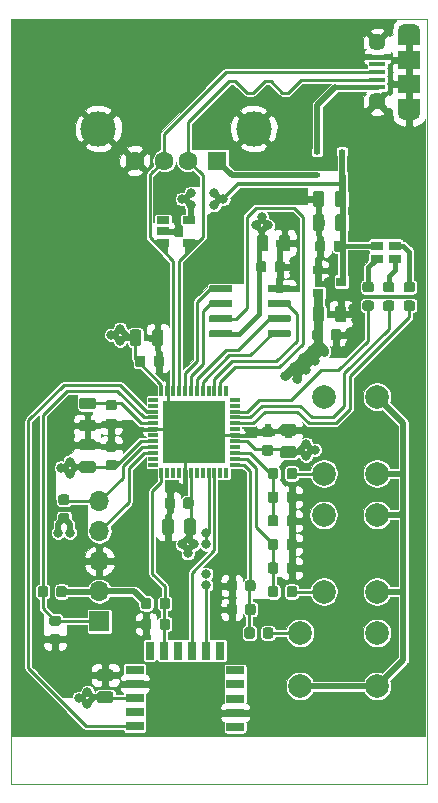
<source format=gtl>
G04 #@! TF.GenerationSoftware,KiCad,Pcbnew,(5.1.5)-3*
G04 #@! TF.CreationDate,2020-05-10T00:15:01-05:00*
G04 #@! TF.ProjectId,PWManager,50574d61-6e61-4676-9572-2e6b69636164,rev?*
G04 #@! TF.SameCoordinates,Original*
G04 #@! TF.FileFunction,Copper,L1,Top*
G04 #@! TF.FilePolarity,Positive*
%FSLAX46Y46*%
G04 Gerber Fmt 4.6, Leading zero omitted, Abs format (unit mm)*
G04 Created by KiCad (PCBNEW (5.1.5)-3) date 2020-05-10 00:15:01*
%MOMM*%
%LPD*%
G04 APERTURE LIST*
%ADD10C,0.050000*%
%ADD11R,0.600000X0.450000*%
%ADD12R,1.060000X0.650000*%
%ADD13C,0.100000*%
%ADD14R,0.900000X0.800000*%
%ADD15R,1.500000X0.700000*%
%ADD16R,0.700000X1.500000*%
%ADD17R,5.250000X5.250000*%
%ADD18R,0.850000X0.300000*%
%ADD19R,0.300000X0.850000*%
%ADD20C,2.000000*%
%ADD21C,1.600000*%
%ADD22R,1.600000X1.600000*%
%ADD23C,3.000000*%
%ADD24R,1.900000X1.200000*%
%ADD25O,1.900000X1.200000*%
%ADD26R,1.900000X1.500000*%
%ADD27C,1.450000*%
%ADD28R,1.350000X0.400000*%
%ADD29O,1.700000X1.700000*%
%ADD30R,1.700000X1.700000*%
%ADD31R,1.000000X0.800000*%
%ADD32C,0.800000*%
%ADD33C,0.250000*%
%ADD34C,0.500000*%
%ADD35C,0.400000*%
%ADD36C,0.800000*%
%ADD37C,0.300000*%
%ADD38C,0.254000*%
%ADD39C,0.025400*%
G04 APERTURE END LIST*
D10*
X157750000Y-86750000D02*
X157750000Y-22000000D01*
X157750000Y-86750000D02*
X122500000Y-86750000D01*
X122500000Y-86750000D02*
X122500000Y-22000000D01*
X157750000Y-22000000D02*
X122500000Y-22000000D01*
D11*
X148450000Y-35250000D03*
X150550000Y-35250000D03*
X148450000Y-33250000D03*
X150550000Y-33250000D03*
D12*
X137600000Y-39050000D03*
X137600000Y-40950000D03*
X135400000Y-40950000D03*
X135400000Y-40000000D03*
X135400000Y-39050000D03*
G04 #@! TA.AperFunction,SMDPad,CuDef*
D13*
G36*
X143027691Y-71526053D02*
G01*
X143048926Y-71529203D01*
X143069750Y-71534419D01*
X143089962Y-71541651D01*
X143109368Y-71550830D01*
X143127781Y-71561866D01*
X143145024Y-71574654D01*
X143160930Y-71589070D01*
X143175346Y-71604976D01*
X143188134Y-71622219D01*
X143199170Y-71640632D01*
X143208349Y-71660038D01*
X143215581Y-71680250D01*
X143220797Y-71701074D01*
X143223947Y-71722309D01*
X143225000Y-71743750D01*
X143225000Y-72256250D01*
X143223947Y-72277691D01*
X143220797Y-72298926D01*
X143215581Y-72319750D01*
X143208349Y-72339962D01*
X143199170Y-72359368D01*
X143188134Y-72377781D01*
X143175346Y-72395024D01*
X143160930Y-72410930D01*
X143145024Y-72425346D01*
X143127781Y-72438134D01*
X143109368Y-72449170D01*
X143089962Y-72458349D01*
X143069750Y-72465581D01*
X143048926Y-72470797D01*
X143027691Y-72473947D01*
X143006250Y-72475000D01*
X142568750Y-72475000D01*
X142547309Y-72473947D01*
X142526074Y-72470797D01*
X142505250Y-72465581D01*
X142485038Y-72458349D01*
X142465632Y-72449170D01*
X142447219Y-72438134D01*
X142429976Y-72425346D01*
X142414070Y-72410930D01*
X142399654Y-72395024D01*
X142386866Y-72377781D01*
X142375830Y-72359368D01*
X142366651Y-72339962D01*
X142359419Y-72319750D01*
X142354203Y-72298926D01*
X142351053Y-72277691D01*
X142350000Y-72256250D01*
X142350000Y-71743750D01*
X142351053Y-71722309D01*
X142354203Y-71701074D01*
X142359419Y-71680250D01*
X142366651Y-71660038D01*
X142375830Y-71640632D01*
X142386866Y-71622219D01*
X142399654Y-71604976D01*
X142414070Y-71589070D01*
X142429976Y-71574654D01*
X142447219Y-71561866D01*
X142465632Y-71550830D01*
X142485038Y-71541651D01*
X142505250Y-71534419D01*
X142526074Y-71529203D01*
X142547309Y-71526053D01*
X142568750Y-71525000D01*
X143006250Y-71525000D01*
X143027691Y-71526053D01*
G37*
G04 #@! TD.AperFunction*
G04 #@! TA.AperFunction,SMDPad,CuDef*
G36*
X141452691Y-71526053D02*
G01*
X141473926Y-71529203D01*
X141494750Y-71534419D01*
X141514962Y-71541651D01*
X141534368Y-71550830D01*
X141552781Y-71561866D01*
X141570024Y-71574654D01*
X141585930Y-71589070D01*
X141600346Y-71604976D01*
X141613134Y-71622219D01*
X141624170Y-71640632D01*
X141633349Y-71660038D01*
X141640581Y-71680250D01*
X141645797Y-71701074D01*
X141648947Y-71722309D01*
X141650000Y-71743750D01*
X141650000Y-72256250D01*
X141648947Y-72277691D01*
X141645797Y-72298926D01*
X141640581Y-72319750D01*
X141633349Y-72339962D01*
X141624170Y-72359368D01*
X141613134Y-72377781D01*
X141600346Y-72395024D01*
X141585930Y-72410930D01*
X141570024Y-72425346D01*
X141552781Y-72438134D01*
X141534368Y-72449170D01*
X141514962Y-72458349D01*
X141494750Y-72465581D01*
X141473926Y-72470797D01*
X141452691Y-72473947D01*
X141431250Y-72475000D01*
X140993750Y-72475000D01*
X140972309Y-72473947D01*
X140951074Y-72470797D01*
X140930250Y-72465581D01*
X140910038Y-72458349D01*
X140890632Y-72449170D01*
X140872219Y-72438134D01*
X140854976Y-72425346D01*
X140839070Y-72410930D01*
X140824654Y-72395024D01*
X140811866Y-72377781D01*
X140800830Y-72359368D01*
X140791651Y-72339962D01*
X140784419Y-72319750D01*
X140779203Y-72298926D01*
X140776053Y-72277691D01*
X140775000Y-72256250D01*
X140775000Y-71743750D01*
X140776053Y-71722309D01*
X140779203Y-71701074D01*
X140784419Y-71680250D01*
X140791651Y-71660038D01*
X140800830Y-71640632D01*
X140811866Y-71622219D01*
X140824654Y-71604976D01*
X140839070Y-71589070D01*
X140854976Y-71574654D01*
X140872219Y-71561866D01*
X140890632Y-71550830D01*
X140910038Y-71541651D01*
X140930250Y-71534419D01*
X140951074Y-71529203D01*
X140972309Y-71526053D01*
X140993750Y-71525000D01*
X141431250Y-71525000D01*
X141452691Y-71526053D01*
G37*
G04 #@! TD.AperFunction*
G04 #@! TA.AperFunction,SMDPad,CuDef*
G36*
X144952691Y-68026053D02*
G01*
X144973926Y-68029203D01*
X144994750Y-68034419D01*
X145014962Y-68041651D01*
X145034368Y-68050830D01*
X145052781Y-68061866D01*
X145070024Y-68074654D01*
X145085930Y-68089070D01*
X145100346Y-68104976D01*
X145113134Y-68122219D01*
X145124170Y-68140632D01*
X145133349Y-68160038D01*
X145140581Y-68180250D01*
X145145797Y-68201074D01*
X145148947Y-68222309D01*
X145150000Y-68243750D01*
X145150000Y-68756250D01*
X145148947Y-68777691D01*
X145145797Y-68798926D01*
X145140581Y-68819750D01*
X145133349Y-68839962D01*
X145124170Y-68859368D01*
X145113134Y-68877781D01*
X145100346Y-68895024D01*
X145085930Y-68910930D01*
X145070024Y-68925346D01*
X145052781Y-68938134D01*
X145034368Y-68949170D01*
X145014962Y-68958349D01*
X144994750Y-68965581D01*
X144973926Y-68970797D01*
X144952691Y-68973947D01*
X144931250Y-68975000D01*
X144493750Y-68975000D01*
X144472309Y-68973947D01*
X144451074Y-68970797D01*
X144430250Y-68965581D01*
X144410038Y-68958349D01*
X144390632Y-68949170D01*
X144372219Y-68938134D01*
X144354976Y-68925346D01*
X144339070Y-68910930D01*
X144324654Y-68895024D01*
X144311866Y-68877781D01*
X144300830Y-68859368D01*
X144291651Y-68839962D01*
X144284419Y-68819750D01*
X144279203Y-68798926D01*
X144276053Y-68777691D01*
X144275000Y-68756250D01*
X144275000Y-68243750D01*
X144276053Y-68222309D01*
X144279203Y-68201074D01*
X144284419Y-68180250D01*
X144291651Y-68160038D01*
X144300830Y-68140632D01*
X144311866Y-68122219D01*
X144324654Y-68104976D01*
X144339070Y-68089070D01*
X144354976Y-68074654D01*
X144372219Y-68061866D01*
X144390632Y-68050830D01*
X144410038Y-68041651D01*
X144430250Y-68034419D01*
X144451074Y-68029203D01*
X144472309Y-68026053D01*
X144493750Y-68025000D01*
X144931250Y-68025000D01*
X144952691Y-68026053D01*
G37*
G04 #@! TD.AperFunction*
G04 #@! TA.AperFunction,SMDPad,CuDef*
G36*
X146527691Y-68026053D02*
G01*
X146548926Y-68029203D01*
X146569750Y-68034419D01*
X146589962Y-68041651D01*
X146609368Y-68050830D01*
X146627781Y-68061866D01*
X146645024Y-68074654D01*
X146660930Y-68089070D01*
X146675346Y-68104976D01*
X146688134Y-68122219D01*
X146699170Y-68140632D01*
X146708349Y-68160038D01*
X146715581Y-68180250D01*
X146720797Y-68201074D01*
X146723947Y-68222309D01*
X146725000Y-68243750D01*
X146725000Y-68756250D01*
X146723947Y-68777691D01*
X146720797Y-68798926D01*
X146715581Y-68819750D01*
X146708349Y-68839962D01*
X146699170Y-68859368D01*
X146688134Y-68877781D01*
X146675346Y-68895024D01*
X146660930Y-68910930D01*
X146645024Y-68925346D01*
X146627781Y-68938134D01*
X146609368Y-68949170D01*
X146589962Y-68958349D01*
X146569750Y-68965581D01*
X146548926Y-68970797D01*
X146527691Y-68973947D01*
X146506250Y-68975000D01*
X146068750Y-68975000D01*
X146047309Y-68973947D01*
X146026074Y-68970797D01*
X146005250Y-68965581D01*
X145985038Y-68958349D01*
X145965632Y-68949170D01*
X145947219Y-68938134D01*
X145929976Y-68925346D01*
X145914070Y-68910930D01*
X145899654Y-68895024D01*
X145886866Y-68877781D01*
X145875830Y-68859368D01*
X145866651Y-68839962D01*
X145859419Y-68819750D01*
X145854203Y-68798926D01*
X145851053Y-68777691D01*
X145850000Y-68756250D01*
X145850000Y-68243750D01*
X145851053Y-68222309D01*
X145854203Y-68201074D01*
X145859419Y-68180250D01*
X145866651Y-68160038D01*
X145875830Y-68140632D01*
X145886866Y-68122219D01*
X145899654Y-68104976D01*
X145914070Y-68089070D01*
X145929976Y-68074654D01*
X145947219Y-68061866D01*
X145965632Y-68050830D01*
X145985038Y-68041651D01*
X146005250Y-68034419D01*
X146026074Y-68029203D01*
X146047309Y-68026053D01*
X146068750Y-68025000D01*
X146506250Y-68025000D01*
X146527691Y-68026053D01*
G37*
G04 #@! TD.AperFunction*
G04 #@! TA.AperFunction,SMDPad,CuDef*
G36*
X144952691Y-64026053D02*
G01*
X144973926Y-64029203D01*
X144994750Y-64034419D01*
X145014962Y-64041651D01*
X145034368Y-64050830D01*
X145052781Y-64061866D01*
X145070024Y-64074654D01*
X145085930Y-64089070D01*
X145100346Y-64104976D01*
X145113134Y-64122219D01*
X145124170Y-64140632D01*
X145133349Y-64160038D01*
X145140581Y-64180250D01*
X145145797Y-64201074D01*
X145148947Y-64222309D01*
X145150000Y-64243750D01*
X145150000Y-64756250D01*
X145148947Y-64777691D01*
X145145797Y-64798926D01*
X145140581Y-64819750D01*
X145133349Y-64839962D01*
X145124170Y-64859368D01*
X145113134Y-64877781D01*
X145100346Y-64895024D01*
X145085930Y-64910930D01*
X145070024Y-64925346D01*
X145052781Y-64938134D01*
X145034368Y-64949170D01*
X145014962Y-64958349D01*
X144994750Y-64965581D01*
X144973926Y-64970797D01*
X144952691Y-64973947D01*
X144931250Y-64975000D01*
X144493750Y-64975000D01*
X144472309Y-64973947D01*
X144451074Y-64970797D01*
X144430250Y-64965581D01*
X144410038Y-64958349D01*
X144390632Y-64949170D01*
X144372219Y-64938134D01*
X144354976Y-64925346D01*
X144339070Y-64910930D01*
X144324654Y-64895024D01*
X144311866Y-64877781D01*
X144300830Y-64859368D01*
X144291651Y-64839962D01*
X144284419Y-64819750D01*
X144279203Y-64798926D01*
X144276053Y-64777691D01*
X144275000Y-64756250D01*
X144275000Y-64243750D01*
X144276053Y-64222309D01*
X144279203Y-64201074D01*
X144284419Y-64180250D01*
X144291651Y-64160038D01*
X144300830Y-64140632D01*
X144311866Y-64122219D01*
X144324654Y-64104976D01*
X144339070Y-64089070D01*
X144354976Y-64074654D01*
X144372219Y-64061866D01*
X144390632Y-64050830D01*
X144410038Y-64041651D01*
X144430250Y-64034419D01*
X144451074Y-64029203D01*
X144472309Y-64026053D01*
X144493750Y-64025000D01*
X144931250Y-64025000D01*
X144952691Y-64026053D01*
G37*
G04 #@! TD.AperFunction*
G04 #@! TA.AperFunction,SMDPad,CuDef*
G36*
X146527691Y-64026053D02*
G01*
X146548926Y-64029203D01*
X146569750Y-64034419D01*
X146589962Y-64041651D01*
X146609368Y-64050830D01*
X146627781Y-64061866D01*
X146645024Y-64074654D01*
X146660930Y-64089070D01*
X146675346Y-64104976D01*
X146688134Y-64122219D01*
X146699170Y-64140632D01*
X146708349Y-64160038D01*
X146715581Y-64180250D01*
X146720797Y-64201074D01*
X146723947Y-64222309D01*
X146725000Y-64243750D01*
X146725000Y-64756250D01*
X146723947Y-64777691D01*
X146720797Y-64798926D01*
X146715581Y-64819750D01*
X146708349Y-64839962D01*
X146699170Y-64859368D01*
X146688134Y-64877781D01*
X146675346Y-64895024D01*
X146660930Y-64910930D01*
X146645024Y-64925346D01*
X146627781Y-64938134D01*
X146609368Y-64949170D01*
X146589962Y-64958349D01*
X146569750Y-64965581D01*
X146548926Y-64970797D01*
X146527691Y-64973947D01*
X146506250Y-64975000D01*
X146068750Y-64975000D01*
X146047309Y-64973947D01*
X146026074Y-64970797D01*
X146005250Y-64965581D01*
X145985038Y-64958349D01*
X145965632Y-64949170D01*
X145947219Y-64938134D01*
X145929976Y-64925346D01*
X145914070Y-64910930D01*
X145899654Y-64895024D01*
X145886866Y-64877781D01*
X145875830Y-64859368D01*
X145866651Y-64839962D01*
X145859419Y-64819750D01*
X145854203Y-64798926D01*
X145851053Y-64777691D01*
X145850000Y-64756250D01*
X145850000Y-64243750D01*
X145851053Y-64222309D01*
X145854203Y-64201074D01*
X145859419Y-64180250D01*
X145866651Y-64160038D01*
X145875830Y-64140632D01*
X145886866Y-64122219D01*
X145899654Y-64104976D01*
X145914070Y-64089070D01*
X145929976Y-64074654D01*
X145947219Y-64061866D01*
X145965632Y-64050830D01*
X145985038Y-64041651D01*
X146005250Y-64034419D01*
X146026074Y-64029203D01*
X146047309Y-64026053D01*
X146068750Y-64025000D01*
X146506250Y-64025000D01*
X146527691Y-64026053D01*
G37*
G04 #@! TD.AperFunction*
G04 #@! TA.AperFunction,SMDPad,CuDef*
G36*
X144527691Y-73526053D02*
G01*
X144548926Y-73529203D01*
X144569750Y-73534419D01*
X144589962Y-73541651D01*
X144609368Y-73550830D01*
X144627781Y-73561866D01*
X144645024Y-73574654D01*
X144660930Y-73589070D01*
X144675346Y-73604976D01*
X144688134Y-73622219D01*
X144699170Y-73640632D01*
X144708349Y-73660038D01*
X144715581Y-73680250D01*
X144720797Y-73701074D01*
X144723947Y-73722309D01*
X144725000Y-73743750D01*
X144725000Y-74256250D01*
X144723947Y-74277691D01*
X144720797Y-74298926D01*
X144715581Y-74319750D01*
X144708349Y-74339962D01*
X144699170Y-74359368D01*
X144688134Y-74377781D01*
X144675346Y-74395024D01*
X144660930Y-74410930D01*
X144645024Y-74425346D01*
X144627781Y-74438134D01*
X144609368Y-74449170D01*
X144589962Y-74458349D01*
X144569750Y-74465581D01*
X144548926Y-74470797D01*
X144527691Y-74473947D01*
X144506250Y-74475000D01*
X144068750Y-74475000D01*
X144047309Y-74473947D01*
X144026074Y-74470797D01*
X144005250Y-74465581D01*
X143985038Y-74458349D01*
X143965632Y-74449170D01*
X143947219Y-74438134D01*
X143929976Y-74425346D01*
X143914070Y-74410930D01*
X143899654Y-74395024D01*
X143886866Y-74377781D01*
X143875830Y-74359368D01*
X143866651Y-74339962D01*
X143859419Y-74319750D01*
X143854203Y-74298926D01*
X143851053Y-74277691D01*
X143850000Y-74256250D01*
X143850000Y-73743750D01*
X143851053Y-73722309D01*
X143854203Y-73701074D01*
X143859419Y-73680250D01*
X143866651Y-73660038D01*
X143875830Y-73640632D01*
X143886866Y-73622219D01*
X143899654Y-73604976D01*
X143914070Y-73589070D01*
X143929976Y-73574654D01*
X143947219Y-73561866D01*
X143965632Y-73550830D01*
X143985038Y-73541651D01*
X144005250Y-73534419D01*
X144026074Y-73529203D01*
X144047309Y-73526053D01*
X144068750Y-73525000D01*
X144506250Y-73525000D01*
X144527691Y-73526053D01*
G37*
G04 #@! TD.AperFunction*
G04 #@! TA.AperFunction,SMDPad,CuDef*
G36*
X142952691Y-73526053D02*
G01*
X142973926Y-73529203D01*
X142994750Y-73534419D01*
X143014962Y-73541651D01*
X143034368Y-73550830D01*
X143052781Y-73561866D01*
X143070024Y-73574654D01*
X143085930Y-73589070D01*
X143100346Y-73604976D01*
X143113134Y-73622219D01*
X143124170Y-73640632D01*
X143133349Y-73660038D01*
X143140581Y-73680250D01*
X143145797Y-73701074D01*
X143148947Y-73722309D01*
X143150000Y-73743750D01*
X143150000Y-74256250D01*
X143148947Y-74277691D01*
X143145797Y-74298926D01*
X143140581Y-74319750D01*
X143133349Y-74339962D01*
X143124170Y-74359368D01*
X143113134Y-74377781D01*
X143100346Y-74395024D01*
X143085930Y-74410930D01*
X143070024Y-74425346D01*
X143052781Y-74438134D01*
X143034368Y-74449170D01*
X143014962Y-74458349D01*
X142994750Y-74465581D01*
X142973926Y-74470797D01*
X142952691Y-74473947D01*
X142931250Y-74475000D01*
X142493750Y-74475000D01*
X142472309Y-74473947D01*
X142451074Y-74470797D01*
X142430250Y-74465581D01*
X142410038Y-74458349D01*
X142390632Y-74449170D01*
X142372219Y-74438134D01*
X142354976Y-74425346D01*
X142339070Y-74410930D01*
X142324654Y-74395024D01*
X142311866Y-74377781D01*
X142300830Y-74359368D01*
X142291651Y-74339962D01*
X142284419Y-74319750D01*
X142279203Y-74298926D01*
X142276053Y-74277691D01*
X142275000Y-74256250D01*
X142275000Y-73743750D01*
X142276053Y-73722309D01*
X142279203Y-73701074D01*
X142284419Y-73680250D01*
X142291651Y-73660038D01*
X142300830Y-73640632D01*
X142311866Y-73622219D01*
X142324654Y-73604976D01*
X142339070Y-73589070D01*
X142354976Y-73574654D01*
X142372219Y-73561866D01*
X142390632Y-73550830D01*
X142410038Y-73541651D01*
X142430250Y-73534419D01*
X142451074Y-73529203D01*
X142472309Y-73526053D01*
X142493750Y-73525000D01*
X142931250Y-73525000D01*
X142952691Y-73526053D01*
G37*
G04 #@! TD.AperFunction*
G04 #@! TA.AperFunction,SMDPad,CuDef*
G36*
X146527691Y-70026053D02*
G01*
X146548926Y-70029203D01*
X146569750Y-70034419D01*
X146589962Y-70041651D01*
X146609368Y-70050830D01*
X146627781Y-70061866D01*
X146645024Y-70074654D01*
X146660930Y-70089070D01*
X146675346Y-70104976D01*
X146688134Y-70122219D01*
X146699170Y-70140632D01*
X146708349Y-70160038D01*
X146715581Y-70180250D01*
X146720797Y-70201074D01*
X146723947Y-70222309D01*
X146725000Y-70243750D01*
X146725000Y-70756250D01*
X146723947Y-70777691D01*
X146720797Y-70798926D01*
X146715581Y-70819750D01*
X146708349Y-70839962D01*
X146699170Y-70859368D01*
X146688134Y-70877781D01*
X146675346Y-70895024D01*
X146660930Y-70910930D01*
X146645024Y-70925346D01*
X146627781Y-70938134D01*
X146609368Y-70949170D01*
X146589962Y-70958349D01*
X146569750Y-70965581D01*
X146548926Y-70970797D01*
X146527691Y-70973947D01*
X146506250Y-70975000D01*
X146068750Y-70975000D01*
X146047309Y-70973947D01*
X146026074Y-70970797D01*
X146005250Y-70965581D01*
X145985038Y-70958349D01*
X145965632Y-70949170D01*
X145947219Y-70938134D01*
X145929976Y-70925346D01*
X145914070Y-70910930D01*
X145899654Y-70895024D01*
X145886866Y-70877781D01*
X145875830Y-70859368D01*
X145866651Y-70839962D01*
X145859419Y-70819750D01*
X145854203Y-70798926D01*
X145851053Y-70777691D01*
X145850000Y-70756250D01*
X145850000Y-70243750D01*
X145851053Y-70222309D01*
X145854203Y-70201074D01*
X145859419Y-70180250D01*
X145866651Y-70160038D01*
X145875830Y-70140632D01*
X145886866Y-70122219D01*
X145899654Y-70104976D01*
X145914070Y-70089070D01*
X145929976Y-70074654D01*
X145947219Y-70061866D01*
X145965632Y-70050830D01*
X145985038Y-70041651D01*
X146005250Y-70034419D01*
X146026074Y-70029203D01*
X146047309Y-70026053D01*
X146068750Y-70025000D01*
X146506250Y-70025000D01*
X146527691Y-70026053D01*
G37*
G04 #@! TD.AperFunction*
G04 #@! TA.AperFunction,SMDPad,CuDef*
G36*
X144952691Y-70026053D02*
G01*
X144973926Y-70029203D01*
X144994750Y-70034419D01*
X145014962Y-70041651D01*
X145034368Y-70050830D01*
X145052781Y-70061866D01*
X145070024Y-70074654D01*
X145085930Y-70089070D01*
X145100346Y-70104976D01*
X145113134Y-70122219D01*
X145124170Y-70140632D01*
X145133349Y-70160038D01*
X145140581Y-70180250D01*
X145145797Y-70201074D01*
X145148947Y-70222309D01*
X145150000Y-70243750D01*
X145150000Y-70756250D01*
X145148947Y-70777691D01*
X145145797Y-70798926D01*
X145140581Y-70819750D01*
X145133349Y-70839962D01*
X145124170Y-70859368D01*
X145113134Y-70877781D01*
X145100346Y-70895024D01*
X145085930Y-70910930D01*
X145070024Y-70925346D01*
X145052781Y-70938134D01*
X145034368Y-70949170D01*
X145014962Y-70958349D01*
X144994750Y-70965581D01*
X144973926Y-70970797D01*
X144952691Y-70973947D01*
X144931250Y-70975000D01*
X144493750Y-70975000D01*
X144472309Y-70973947D01*
X144451074Y-70970797D01*
X144430250Y-70965581D01*
X144410038Y-70958349D01*
X144390632Y-70949170D01*
X144372219Y-70938134D01*
X144354976Y-70925346D01*
X144339070Y-70910930D01*
X144324654Y-70895024D01*
X144311866Y-70877781D01*
X144300830Y-70859368D01*
X144291651Y-70839962D01*
X144284419Y-70819750D01*
X144279203Y-70798926D01*
X144276053Y-70777691D01*
X144275000Y-70756250D01*
X144275000Y-70243750D01*
X144276053Y-70222309D01*
X144279203Y-70201074D01*
X144284419Y-70180250D01*
X144291651Y-70160038D01*
X144300830Y-70140632D01*
X144311866Y-70122219D01*
X144324654Y-70104976D01*
X144339070Y-70089070D01*
X144354976Y-70074654D01*
X144372219Y-70061866D01*
X144390632Y-70050830D01*
X144410038Y-70041651D01*
X144430250Y-70034419D01*
X144451074Y-70029203D01*
X144472309Y-70026053D01*
X144493750Y-70025000D01*
X144931250Y-70025000D01*
X144952691Y-70026053D01*
G37*
G04 #@! TD.AperFunction*
G04 #@! TA.AperFunction,SMDPad,CuDef*
G36*
X146527691Y-60026053D02*
G01*
X146548926Y-60029203D01*
X146569750Y-60034419D01*
X146589962Y-60041651D01*
X146609368Y-60050830D01*
X146627781Y-60061866D01*
X146645024Y-60074654D01*
X146660930Y-60089070D01*
X146675346Y-60104976D01*
X146688134Y-60122219D01*
X146699170Y-60140632D01*
X146708349Y-60160038D01*
X146715581Y-60180250D01*
X146720797Y-60201074D01*
X146723947Y-60222309D01*
X146725000Y-60243750D01*
X146725000Y-60756250D01*
X146723947Y-60777691D01*
X146720797Y-60798926D01*
X146715581Y-60819750D01*
X146708349Y-60839962D01*
X146699170Y-60859368D01*
X146688134Y-60877781D01*
X146675346Y-60895024D01*
X146660930Y-60910930D01*
X146645024Y-60925346D01*
X146627781Y-60938134D01*
X146609368Y-60949170D01*
X146589962Y-60958349D01*
X146569750Y-60965581D01*
X146548926Y-60970797D01*
X146527691Y-60973947D01*
X146506250Y-60975000D01*
X146068750Y-60975000D01*
X146047309Y-60973947D01*
X146026074Y-60970797D01*
X146005250Y-60965581D01*
X145985038Y-60958349D01*
X145965632Y-60949170D01*
X145947219Y-60938134D01*
X145929976Y-60925346D01*
X145914070Y-60910930D01*
X145899654Y-60895024D01*
X145886866Y-60877781D01*
X145875830Y-60859368D01*
X145866651Y-60839962D01*
X145859419Y-60819750D01*
X145854203Y-60798926D01*
X145851053Y-60777691D01*
X145850000Y-60756250D01*
X145850000Y-60243750D01*
X145851053Y-60222309D01*
X145854203Y-60201074D01*
X145859419Y-60180250D01*
X145866651Y-60160038D01*
X145875830Y-60140632D01*
X145886866Y-60122219D01*
X145899654Y-60104976D01*
X145914070Y-60089070D01*
X145929976Y-60074654D01*
X145947219Y-60061866D01*
X145965632Y-60050830D01*
X145985038Y-60041651D01*
X146005250Y-60034419D01*
X146026074Y-60029203D01*
X146047309Y-60026053D01*
X146068750Y-60025000D01*
X146506250Y-60025000D01*
X146527691Y-60026053D01*
G37*
G04 #@! TD.AperFunction*
G04 #@! TA.AperFunction,SMDPad,CuDef*
G36*
X144952691Y-60026053D02*
G01*
X144973926Y-60029203D01*
X144994750Y-60034419D01*
X145014962Y-60041651D01*
X145034368Y-60050830D01*
X145052781Y-60061866D01*
X145070024Y-60074654D01*
X145085930Y-60089070D01*
X145100346Y-60104976D01*
X145113134Y-60122219D01*
X145124170Y-60140632D01*
X145133349Y-60160038D01*
X145140581Y-60180250D01*
X145145797Y-60201074D01*
X145148947Y-60222309D01*
X145150000Y-60243750D01*
X145150000Y-60756250D01*
X145148947Y-60777691D01*
X145145797Y-60798926D01*
X145140581Y-60819750D01*
X145133349Y-60839962D01*
X145124170Y-60859368D01*
X145113134Y-60877781D01*
X145100346Y-60895024D01*
X145085930Y-60910930D01*
X145070024Y-60925346D01*
X145052781Y-60938134D01*
X145034368Y-60949170D01*
X145014962Y-60958349D01*
X144994750Y-60965581D01*
X144973926Y-60970797D01*
X144952691Y-60973947D01*
X144931250Y-60975000D01*
X144493750Y-60975000D01*
X144472309Y-60973947D01*
X144451074Y-60970797D01*
X144430250Y-60965581D01*
X144410038Y-60958349D01*
X144390632Y-60949170D01*
X144372219Y-60938134D01*
X144354976Y-60925346D01*
X144339070Y-60910930D01*
X144324654Y-60895024D01*
X144311866Y-60877781D01*
X144300830Y-60859368D01*
X144291651Y-60839962D01*
X144284419Y-60819750D01*
X144279203Y-60798926D01*
X144276053Y-60777691D01*
X144275000Y-60756250D01*
X144275000Y-60243750D01*
X144276053Y-60222309D01*
X144279203Y-60201074D01*
X144284419Y-60180250D01*
X144291651Y-60160038D01*
X144300830Y-60140632D01*
X144311866Y-60122219D01*
X144324654Y-60104976D01*
X144339070Y-60089070D01*
X144354976Y-60074654D01*
X144372219Y-60061866D01*
X144390632Y-60050830D01*
X144410038Y-60041651D01*
X144430250Y-60034419D01*
X144451074Y-60029203D01*
X144472309Y-60026053D01*
X144493750Y-60025000D01*
X144931250Y-60025000D01*
X144952691Y-60026053D01*
G37*
G04 #@! TD.AperFunction*
G04 #@! TA.AperFunction,SMDPad,CuDef*
G36*
X135777691Y-71026053D02*
G01*
X135798926Y-71029203D01*
X135819750Y-71034419D01*
X135839962Y-71041651D01*
X135859368Y-71050830D01*
X135877781Y-71061866D01*
X135895024Y-71074654D01*
X135910930Y-71089070D01*
X135925346Y-71104976D01*
X135938134Y-71122219D01*
X135949170Y-71140632D01*
X135958349Y-71160038D01*
X135965581Y-71180250D01*
X135970797Y-71201074D01*
X135973947Y-71222309D01*
X135975000Y-71243750D01*
X135975000Y-71756250D01*
X135973947Y-71777691D01*
X135970797Y-71798926D01*
X135965581Y-71819750D01*
X135958349Y-71839962D01*
X135949170Y-71859368D01*
X135938134Y-71877781D01*
X135925346Y-71895024D01*
X135910930Y-71910930D01*
X135895024Y-71925346D01*
X135877781Y-71938134D01*
X135859368Y-71949170D01*
X135839962Y-71958349D01*
X135819750Y-71965581D01*
X135798926Y-71970797D01*
X135777691Y-71973947D01*
X135756250Y-71975000D01*
X135318750Y-71975000D01*
X135297309Y-71973947D01*
X135276074Y-71970797D01*
X135255250Y-71965581D01*
X135235038Y-71958349D01*
X135215632Y-71949170D01*
X135197219Y-71938134D01*
X135179976Y-71925346D01*
X135164070Y-71910930D01*
X135149654Y-71895024D01*
X135136866Y-71877781D01*
X135125830Y-71859368D01*
X135116651Y-71839962D01*
X135109419Y-71819750D01*
X135104203Y-71798926D01*
X135101053Y-71777691D01*
X135100000Y-71756250D01*
X135100000Y-71243750D01*
X135101053Y-71222309D01*
X135104203Y-71201074D01*
X135109419Y-71180250D01*
X135116651Y-71160038D01*
X135125830Y-71140632D01*
X135136866Y-71122219D01*
X135149654Y-71104976D01*
X135164070Y-71089070D01*
X135179976Y-71074654D01*
X135197219Y-71061866D01*
X135215632Y-71050830D01*
X135235038Y-71041651D01*
X135255250Y-71034419D01*
X135276074Y-71029203D01*
X135297309Y-71026053D01*
X135318750Y-71025000D01*
X135756250Y-71025000D01*
X135777691Y-71026053D01*
G37*
G04 #@! TD.AperFunction*
G04 #@! TA.AperFunction,SMDPad,CuDef*
G36*
X134202691Y-71026053D02*
G01*
X134223926Y-71029203D01*
X134244750Y-71034419D01*
X134264962Y-71041651D01*
X134284368Y-71050830D01*
X134302781Y-71061866D01*
X134320024Y-71074654D01*
X134335930Y-71089070D01*
X134350346Y-71104976D01*
X134363134Y-71122219D01*
X134374170Y-71140632D01*
X134383349Y-71160038D01*
X134390581Y-71180250D01*
X134395797Y-71201074D01*
X134398947Y-71222309D01*
X134400000Y-71243750D01*
X134400000Y-71756250D01*
X134398947Y-71777691D01*
X134395797Y-71798926D01*
X134390581Y-71819750D01*
X134383349Y-71839962D01*
X134374170Y-71859368D01*
X134363134Y-71877781D01*
X134350346Y-71895024D01*
X134335930Y-71910930D01*
X134320024Y-71925346D01*
X134302781Y-71938134D01*
X134284368Y-71949170D01*
X134264962Y-71958349D01*
X134244750Y-71965581D01*
X134223926Y-71970797D01*
X134202691Y-71973947D01*
X134181250Y-71975000D01*
X133743750Y-71975000D01*
X133722309Y-71973947D01*
X133701074Y-71970797D01*
X133680250Y-71965581D01*
X133660038Y-71958349D01*
X133640632Y-71949170D01*
X133622219Y-71938134D01*
X133604976Y-71925346D01*
X133589070Y-71910930D01*
X133574654Y-71895024D01*
X133561866Y-71877781D01*
X133550830Y-71859368D01*
X133541651Y-71839962D01*
X133534419Y-71819750D01*
X133529203Y-71798926D01*
X133526053Y-71777691D01*
X133525000Y-71756250D01*
X133525000Y-71243750D01*
X133526053Y-71222309D01*
X133529203Y-71201074D01*
X133534419Y-71180250D01*
X133541651Y-71160038D01*
X133550830Y-71140632D01*
X133561866Y-71122219D01*
X133574654Y-71104976D01*
X133589070Y-71089070D01*
X133604976Y-71074654D01*
X133622219Y-71061866D01*
X133640632Y-71050830D01*
X133660038Y-71041651D01*
X133680250Y-71034419D01*
X133701074Y-71029203D01*
X133722309Y-71026053D01*
X133743750Y-71025000D01*
X134181250Y-71025000D01*
X134202691Y-71026053D01*
G37*
G04 #@! TD.AperFunction*
G04 #@! TA.AperFunction,SMDPad,CuDef*
G36*
X156527691Y-45851053D02*
G01*
X156548926Y-45854203D01*
X156569750Y-45859419D01*
X156589962Y-45866651D01*
X156609368Y-45875830D01*
X156627781Y-45886866D01*
X156645024Y-45899654D01*
X156660930Y-45914070D01*
X156675346Y-45929976D01*
X156688134Y-45947219D01*
X156699170Y-45965632D01*
X156708349Y-45985038D01*
X156715581Y-46005250D01*
X156720797Y-46026074D01*
X156723947Y-46047309D01*
X156725000Y-46068750D01*
X156725000Y-46506250D01*
X156723947Y-46527691D01*
X156720797Y-46548926D01*
X156715581Y-46569750D01*
X156708349Y-46589962D01*
X156699170Y-46609368D01*
X156688134Y-46627781D01*
X156675346Y-46645024D01*
X156660930Y-46660930D01*
X156645024Y-46675346D01*
X156627781Y-46688134D01*
X156609368Y-46699170D01*
X156589962Y-46708349D01*
X156569750Y-46715581D01*
X156548926Y-46720797D01*
X156527691Y-46723947D01*
X156506250Y-46725000D01*
X155993750Y-46725000D01*
X155972309Y-46723947D01*
X155951074Y-46720797D01*
X155930250Y-46715581D01*
X155910038Y-46708349D01*
X155890632Y-46699170D01*
X155872219Y-46688134D01*
X155854976Y-46675346D01*
X155839070Y-46660930D01*
X155824654Y-46645024D01*
X155811866Y-46627781D01*
X155800830Y-46609368D01*
X155791651Y-46589962D01*
X155784419Y-46569750D01*
X155779203Y-46548926D01*
X155776053Y-46527691D01*
X155775000Y-46506250D01*
X155775000Y-46068750D01*
X155776053Y-46047309D01*
X155779203Y-46026074D01*
X155784419Y-46005250D01*
X155791651Y-45985038D01*
X155800830Y-45965632D01*
X155811866Y-45947219D01*
X155824654Y-45929976D01*
X155839070Y-45914070D01*
X155854976Y-45899654D01*
X155872219Y-45886866D01*
X155890632Y-45875830D01*
X155910038Y-45866651D01*
X155930250Y-45859419D01*
X155951074Y-45854203D01*
X155972309Y-45851053D01*
X155993750Y-45850000D01*
X156506250Y-45850000D01*
X156527691Y-45851053D01*
G37*
G04 #@! TD.AperFunction*
G04 #@! TA.AperFunction,SMDPad,CuDef*
G36*
X156527691Y-44276053D02*
G01*
X156548926Y-44279203D01*
X156569750Y-44284419D01*
X156589962Y-44291651D01*
X156609368Y-44300830D01*
X156627781Y-44311866D01*
X156645024Y-44324654D01*
X156660930Y-44339070D01*
X156675346Y-44354976D01*
X156688134Y-44372219D01*
X156699170Y-44390632D01*
X156708349Y-44410038D01*
X156715581Y-44430250D01*
X156720797Y-44451074D01*
X156723947Y-44472309D01*
X156725000Y-44493750D01*
X156725000Y-44931250D01*
X156723947Y-44952691D01*
X156720797Y-44973926D01*
X156715581Y-44994750D01*
X156708349Y-45014962D01*
X156699170Y-45034368D01*
X156688134Y-45052781D01*
X156675346Y-45070024D01*
X156660930Y-45085930D01*
X156645024Y-45100346D01*
X156627781Y-45113134D01*
X156609368Y-45124170D01*
X156589962Y-45133349D01*
X156569750Y-45140581D01*
X156548926Y-45145797D01*
X156527691Y-45148947D01*
X156506250Y-45150000D01*
X155993750Y-45150000D01*
X155972309Y-45148947D01*
X155951074Y-45145797D01*
X155930250Y-45140581D01*
X155910038Y-45133349D01*
X155890632Y-45124170D01*
X155872219Y-45113134D01*
X155854976Y-45100346D01*
X155839070Y-45085930D01*
X155824654Y-45070024D01*
X155811866Y-45052781D01*
X155800830Y-45034368D01*
X155791651Y-45014962D01*
X155784419Y-44994750D01*
X155779203Y-44973926D01*
X155776053Y-44952691D01*
X155775000Y-44931250D01*
X155775000Y-44493750D01*
X155776053Y-44472309D01*
X155779203Y-44451074D01*
X155784419Y-44430250D01*
X155791651Y-44410038D01*
X155800830Y-44390632D01*
X155811866Y-44372219D01*
X155824654Y-44354976D01*
X155839070Y-44339070D01*
X155854976Y-44324654D01*
X155872219Y-44311866D01*
X155890632Y-44300830D01*
X155910038Y-44291651D01*
X155930250Y-44284419D01*
X155951074Y-44279203D01*
X155972309Y-44276053D01*
X155993750Y-44275000D01*
X156506250Y-44275000D01*
X156527691Y-44276053D01*
G37*
G04 #@! TD.AperFunction*
G04 #@! TA.AperFunction,SMDPad,CuDef*
G36*
X153027691Y-45851053D02*
G01*
X153048926Y-45854203D01*
X153069750Y-45859419D01*
X153089962Y-45866651D01*
X153109368Y-45875830D01*
X153127781Y-45886866D01*
X153145024Y-45899654D01*
X153160930Y-45914070D01*
X153175346Y-45929976D01*
X153188134Y-45947219D01*
X153199170Y-45965632D01*
X153208349Y-45985038D01*
X153215581Y-46005250D01*
X153220797Y-46026074D01*
X153223947Y-46047309D01*
X153225000Y-46068750D01*
X153225000Y-46506250D01*
X153223947Y-46527691D01*
X153220797Y-46548926D01*
X153215581Y-46569750D01*
X153208349Y-46589962D01*
X153199170Y-46609368D01*
X153188134Y-46627781D01*
X153175346Y-46645024D01*
X153160930Y-46660930D01*
X153145024Y-46675346D01*
X153127781Y-46688134D01*
X153109368Y-46699170D01*
X153089962Y-46708349D01*
X153069750Y-46715581D01*
X153048926Y-46720797D01*
X153027691Y-46723947D01*
X153006250Y-46725000D01*
X152493750Y-46725000D01*
X152472309Y-46723947D01*
X152451074Y-46720797D01*
X152430250Y-46715581D01*
X152410038Y-46708349D01*
X152390632Y-46699170D01*
X152372219Y-46688134D01*
X152354976Y-46675346D01*
X152339070Y-46660930D01*
X152324654Y-46645024D01*
X152311866Y-46627781D01*
X152300830Y-46609368D01*
X152291651Y-46589962D01*
X152284419Y-46569750D01*
X152279203Y-46548926D01*
X152276053Y-46527691D01*
X152275000Y-46506250D01*
X152275000Y-46068750D01*
X152276053Y-46047309D01*
X152279203Y-46026074D01*
X152284419Y-46005250D01*
X152291651Y-45985038D01*
X152300830Y-45965632D01*
X152311866Y-45947219D01*
X152324654Y-45929976D01*
X152339070Y-45914070D01*
X152354976Y-45899654D01*
X152372219Y-45886866D01*
X152390632Y-45875830D01*
X152410038Y-45866651D01*
X152430250Y-45859419D01*
X152451074Y-45854203D01*
X152472309Y-45851053D01*
X152493750Y-45850000D01*
X153006250Y-45850000D01*
X153027691Y-45851053D01*
G37*
G04 #@! TD.AperFunction*
G04 #@! TA.AperFunction,SMDPad,CuDef*
G36*
X153027691Y-44276053D02*
G01*
X153048926Y-44279203D01*
X153069750Y-44284419D01*
X153089962Y-44291651D01*
X153109368Y-44300830D01*
X153127781Y-44311866D01*
X153145024Y-44324654D01*
X153160930Y-44339070D01*
X153175346Y-44354976D01*
X153188134Y-44372219D01*
X153199170Y-44390632D01*
X153208349Y-44410038D01*
X153215581Y-44430250D01*
X153220797Y-44451074D01*
X153223947Y-44472309D01*
X153225000Y-44493750D01*
X153225000Y-44931250D01*
X153223947Y-44952691D01*
X153220797Y-44973926D01*
X153215581Y-44994750D01*
X153208349Y-45014962D01*
X153199170Y-45034368D01*
X153188134Y-45052781D01*
X153175346Y-45070024D01*
X153160930Y-45085930D01*
X153145024Y-45100346D01*
X153127781Y-45113134D01*
X153109368Y-45124170D01*
X153089962Y-45133349D01*
X153069750Y-45140581D01*
X153048926Y-45145797D01*
X153027691Y-45148947D01*
X153006250Y-45150000D01*
X152493750Y-45150000D01*
X152472309Y-45148947D01*
X152451074Y-45145797D01*
X152430250Y-45140581D01*
X152410038Y-45133349D01*
X152390632Y-45124170D01*
X152372219Y-45113134D01*
X152354976Y-45100346D01*
X152339070Y-45085930D01*
X152324654Y-45070024D01*
X152311866Y-45052781D01*
X152300830Y-45034368D01*
X152291651Y-45014962D01*
X152284419Y-44994750D01*
X152279203Y-44973926D01*
X152276053Y-44952691D01*
X152275000Y-44931250D01*
X152275000Y-44493750D01*
X152276053Y-44472309D01*
X152279203Y-44451074D01*
X152284419Y-44430250D01*
X152291651Y-44410038D01*
X152300830Y-44390632D01*
X152311866Y-44372219D01*
X152324654Y-44354976D01*
X152339070Y-44339070D01*
X152354976Y-44324654D01*
X152372219Y-44311866D01*
X152390632Y-44300830D01*
X152410038Y-44291651D01*
X152430250Y-44284419D01*
X152451074Y-44279203D01*
X152472309Y-44276053D01*
X152493750Y-44275000D01*
X153006250Y-44275000D01*
X153027691Y-44276053D01*
G37*
G04 #@! TD.AperFunction*
G04 #@! TA.AperFunction,SMDPad,CuDef*
G36*
X154777691Y-45851053D02*
G01*
X154798926Y-45854203D01*
X154819750Y-45859419D01*
X154839962Y-45866651D01*
X154859368Y-45875830D01*
X154877781Y-45886866D01*
X154895024Y-45899654D01*
X154910930Y-45914070D01*
X154925346Y-45929976D01*
X154938134Y-45947219D01*
X154949170Y-45965632D01*
X154958349Y-45985038D01*
X154965581Y-46005250D01*
X154970797Y-46026074D01*
X154973947Y-46047309D01*
X154975000Y-46068750D01*
X154975000Y-46506250D01*
X154973947Y-46527691D01*
X154970797Y-46548926D01*
X154965581Y-46569750D01*
X154958349Y-46589962D01*
X154949170Y-46609368D01*
X154938134Y-46627781D01*
X154925346Y-46645024D01*
X154910930Y-46660930D01*
X154895024Y-46675346D01*
X154877781Y-46688134D01*
X154859368Y-46699170D01*
X154839962Y-46708349D01*
X154819750Y-46715581D01*
X154798926Y-46720797D01*
X154777691Y-46723947D01*
X154756250Y-46725000D01*
X154243750Y-46725000D01*
X154222309Y-46723947D01*
X154201074Y-46720797D01*
X154180250Y-46715581D01*
X154160038Y-46708349D01*
X154140632Y-46699170D01*
X154122219Y-46688134D01*
X154104976Y-46675346D01*
X154089070Y-46660930D01*
X154074654Y-46645024D01*
X154061866Y-46627781D01*
X154050830Y-46609368D01*
X154041651Y-46589962D01*
X154034419Y-46569750D01*
X154029203Y-46548926D01*
X154026053Y-46527691D01*
X154025000Y-46506250D01*
X154025000Y-46068750D01*
X154026053Y-46047309D01*
X154029203Y-46026074D01*
X154034419Y-46005250D01*
X154041651Y-45985038D01*
X154050830Y-45965632D01*
X154061866Y-45947219D01*
X154074654Y-45929976D01*
X154089070Y-45914070D01*
X154104976Y-45899654D01*
X154122219Y-45886866D01*
X154140632Y-45875830D01*
X154160038Y-45866651D01*
X154180250Y-45859419D01*
X154201074Y-45854203D01*
X154222309Y-45851053D01*
X154243750Y-45850000D01*
X154756250Y-45850000D01*
X154777691Y-45851053D01*
G37*
G04 #@! TD.AperFunction*
G04 #@! TA.AperFunction,SMDPad,CuDef*
G36*
X154777691Y-44276053D02*
G01*
X154798926Y-44279203D01*
X154819750Y-44284419D01*
X154839962Y-44291651D01*
X154859368Y-44300830D01*
X154877781Y-44311866D01*
X154895024Y-44324654D01*
X154910930Y-44339070D01*
X154925346Y-44354976D01*
X154938134Y-44372219D01*
X154949170Y-44390632D01*
X154958349Y-44410038D01*
X154965581Y-44430250D01*
X154970797Y-44451074D01*
X154973947Y-44472309D01*
X154975000Y-44493750D01*
X154975000Y-44931250D01*
X154973947Y-44952691D01*
X154970797Y-44973926D01*
X154965581Y-44994750D01*
X154958349Y-45014962D01*
X154949170Y-45034368D01*
X154938134Y-45052781D01*
X154925346Y-45070024D01*
X154910930Y-45085930D01*
X154895024Y-45100346D01*
X154877781Y-45113134D01*
X154859368Y-45124170D01*
X154839962Y-45133349D01*
X154819750Y-45140581D01*
X154798926Y-45145797D01*
X154777691Y-45148947D01*
X154756250Y-45150000D01*
X154243750Y-45150000D01*
X154222309Y-45148947D01*
X154201074Y-45145797D01*
X154180250Y-45140581D01*
X154160038Y-45133349D01*
X154140632Y-45124170D01*
X154122219Y-45113134D01*
X154104976Y-45100346D01*
X154089070Y-45085930D01*
X154074654Y-45070024D01*
X154061866Y-45052781D01*
X154050830Y-45034368D01*
X154041651Y-45014962D01*
X154034419Y-44994750D01*
X154029203Y-44973926D01*
X154026053Y-44952691D01*
X154025000Y-44931250D01*
X154025000Y-44493750D01*
X154026053Y-44472309D01*
X154029203Y-44451074D01*
X154034419Y-44430250D01*
X154041651Y-44410038D01*
X154050830Y-44390632D01*
X154061866Y-44372219D01*
X154074654Y-44354976D01*
X154089070Y-44339070D01*
X154104976Y-44324654D01*
X154122219Y-44311866D01*
X154140632Y-44300830D01*
X154160038Y-44291651D01*
X154180250Y-44284419D01*
X154201074Y-44279203D01*
X154222309Y-44276053D01*
X154243750Y-44275000D01*
X154756250Y-44275000D01*
X154777691Y-44276053D01*
G37*
G04 #@! TD.AperFunction*
G04 #@! TA.AperFunction,SMDPad,CuDef*
G36*
X127277691Y-63851053D02*
G01*
X127298926Y-63854203D01*
X127319750Y-63859419D01*
X127339962Y-63866651D01*
X127359368Y-63875830D01*
X127377781Y-63886866D01*
X127395024Y-63899654D01*
X127410930Y-63914070D01*
X127425346Y-63929976D01*
X127438134Y-63947219D01*
X127449170Y-63965632D01*
X127458349Y-63985038D01*
X127465581Y-64005250D01*
X127470797Y-64026074D01*
X127473947Y-64047309D01*
X127475000Y-64068750D01*
X127475000Y-64506250D01*
X127473947Y-64527691D01*
X127470797Y-64548926D01*
X127465581Y-64569750D01*
X127458349Y-64589962D01*
X127449170Y-64609368D01*
X127438134Y-64627781D01*
X127425346Y-64645024D01*
X127410930Y-64660930D01*
X127395024Y-64675346D01*
X127377781Y-64688134D01*
X127359368Y-64699170D01*
X127339962Y-64708349D01*
X127319750Y-64715581D01*
X127298926Y-64720797D01*
X127277691Y-64723947D01*
X127256250Y-64725000D01*
X126743750Y-64725000D01*
X126722309Y-64723947D01*
X126701074Y-64720797D01*
X126680250Y-64715581D01*
X126660038Y-64708349D01*
X126640632Y-64699170D01*
X126622219Y-64688134D01*
X126604976Y-64675346D01*
X126589070Y-64660930D01*
X126574654Y-64645024D01*
X126561866Y-64627781D01*
X126550830Y-64609368D01*
X126541651Y-64589962D01*
X126534419Y-64569750D01*
X126529203Y-64548926D01*
X126526053Y-64527691D01*
X126525000Y-64506250D01*
X126525000Y-64068750D01*
X126526053Y-64047309D01*
X126529203Y-64026074D01*
X126534419Y-64005250D01*
X126541651Y-63985038D01*
X126550830Y-63965632D01*
X126561866Y-63947219D01*
X126574654Y-63929976D01*
X126589070Y-63914070D01*
X126604976Y-63899654D01*
X126622219Y-63886866D01*
X126640632Y-63875830D01*
X126660038Y-63866651D01*
X126680250Y-63859419D01*
X126701074Y-63854203D01*
X126722309Y-63851053D01*
X126743750Y-63850000D01*
X127256250Y-63850000D01*
X127277691Y-63851053D01*
G37*
G04 #@! TD.AperFunction*
G04 #@! TA.AperFunction,SMDPad,CuDef*
G36*
X127277691Y-62276053D02*
G01*
X127298926Y-62279203D01*
X127319750Y-62284419D01*
X127339962Y-62291651D01*
X127359368Y-62300830D01*
X127377781Y-62311866D01*
X127395024Y-62324654D01*
X127410930Y-62339070D01*
X127425346Y-62354976D01*
X127438134Y-62372219D01*
X127449170Y-62390632D01*
X127458349Y-62410038D01*
X127465581Y-62430250D01*
X127470797Y-62451074D01*
X127473947Y-62472309D01*
X127475000Y-62493750D01*
X127475000Y-62931250D01*
X127473947Y-62952691D01*
X127470797Y-62973926D01*
X127465581Y-62994750D01*
X127458349Y-63014962D01*
X127449170Y-63034368D01*
X127438134Y-63052781D01*
X127425346Y-63070024D01*
X127410930Y-63085930D01*
X127395024Y-63100346D01*
X127377781Y-63113134D01*
X127359368Y-63124170D01*
X127339962Y-63133349D01*
X127319750Y-63140581D01*
X127298926Y-63145797D01*
X127277691Y-63148947D01*
X127256250Y-63150000D01*
X126743750Y-63150000D01*
X126722309Y-63148947D01*
X126701074Y-63145797D01*
X126680250Y-63140581D01*
X126660038Y-63133349D01*
X126640632Y-63124170D01*
X126622219Y-63113134D01*
X126604976Y-63100346D01*
X126589070Y-63085930D01*
X126574654Y-63070024D01*
X126561866Y-63052781D01*
X126550830Y-63034368D01*
X126541651Y-63014962D01*
X126534419Y-62994750D01*
X126529203Y-62973926D01*
X126526053Y-62952691D01*
X126525000Y-62931250D01*
X126525000Y-62493750D01*
X126526053Y-62472309D01*
X126529203Y-62451074D01*
X126534419Y-62430250D01*
X126541651Y-62410038D01*
X126550830Y-62390632D01*
X126561866Y-62372219D01*
X126574654Y-62354976D01*
X126589070Y-62339070D01*
X126604976Y-62324654D01*
X126622219Y-62311866D01*
X126640632Y-62300830D01*
X126660038Y-62291651D01*
X126680250Y-62284419D01*
X126701074Y-62279203D01*
X126722309Y-62276053D01*
X126743750Y-62275000D01*
X127256250Y-62275000D01*
X127277691Y-62276053D01*
G37*
G04 #@! TD.AperFunction*
G04 #@! TA.AperFunction,SMDPad,CuDef*
G36*
X125452691Y-70026053D02*
G01*
X125473926Y-70029203D01*
X125494750Y-70034419D01*
X125514962Y-70041651D01*
X125534368Y-70050830D01*
X125552781Y-70061866D01*
X125570024Y-70074654D01*
X125585930Y-70089070D01*
X125600346Y-70104976D01*
X125613134Y-70122219D01*
X125624170Y-70140632D01*
X125633349Y-70160038D01*
X125640581Y-70180250D01*
X125645797Y-70201074D01*
X125648947Y-70222309D01*
X125650000Y-70243750D01*
X125650000Y-70756250D01*
X125648947Y-70777691D01*
X125645797Y-70798926D01*
X125640581Y-70819750D01*
X125633349Y-70839962D01*
X125624170Y-70859368D01*
X125613134Y-70877781D01*
X125600346Y-70895024D01*
X125585930Y-70910930D01*
X125570024Y-70925346D01*
X125552781Y-70938134D01*
X125534368Y-70949170D01*
X125514962Y-70958349D01*
X125494750Y-70965581D01*
X125473926Y-70970797D01*
X125452691Y-70973947D01*
X125431250Y-70975000D01*
X124993750Y-70975000D01*
X124972309Y-70973947D01*
X124951074Y-70970797D01*
X124930250Y-70965581D01*
X124910038Y-70958349D01*
X124890632Y-70949170D01*
X124872219Y-70938134D01*
X124854976Y-70925346D01*
X124839070Y-70910930D01*
X124824654Y-70895024D01*
X124811866Y-70877781D01*
X124800830Y-70859368D01*
X124791651Y-70839962D01*
X124784419Y-70819750D01*
X124779203Y-70798926D01*
X124776053Y-70777691D01*
X124775000Y-70756250D01*
X124775000Y-70243750D01*
X124776053Y-70222309D01*
X124779203Y-70201074D01*
X124784419Y-70180250D01*
X124791651Y-70160038D01*
X124800830Y-70140632D01*
X124811866Y-70122219D01*
X124824654Y-70104976D01*
X124839070Y-70089070D01*
X124854976Y-70074654D01*
X124872219Y-70061866D01*
X124890632Y-70050830D01*
X124910038Y-70041651D01*
X124930250Y-70034419D01*
X124951074Y-70029203D01*
X124972309Y-70026053D01*
X124993750Y-70025000D01*
X125431250Y-70025000D01*
X125452691Y-70026053D01*
G37*
G04 #@! TD.AperFunction*
G04 #@! TA.AperFunction,SMDPad,CuDef*
G36*
X127027691Y-70026053D02*
G01*
X127048926Y-70029203D01*
X127069750Y-70034419D01*
X127089962Y-70041651D01*
X127109368Y-70050830D01*
X127127781Y-70061866D01*
X127145024Y-70074654D01*
X127160930Y-70089070D01*
X127175346Y-70104976D01*
X127188134Y-70122219D01*
X127199170Y-70140632D01*
X127208349Y-70160038D01*
X127215581Y-70180250D01*
X127220797Y-70201074D01*
X127223947Y-70222309D01*
X127225000Y-70243750D01*
X127225000Y-70756250D01*
X127223947Y-70777691D01*
X127220797Y-70798926D01*
X127215581Y-70819750D01*
X127208349Y-70839962D01*
X127199170Y-70859368D01*
X127188134Y-70877781D01*
X127175346Y-70895024D01*
X127160930Y-70910930D01*
X127145024Y-70925346D01*
X127127781Y-70938134D01*
X127109368Y-70949170D01*
X127089962Y-70958349D01*
X127069750Y-70965581D01*
X127048926Y-70970797D01*
X127027691Y-70973947D01*
X127006250Y-70975000D01*
X126568750Y-70975000D01*
X126547309Y-70973947D01*
X126526074Y-70970797D01*
X126505250Y-70965581D01*
X126485038Y-70958349D01*
X126465632Y-70949170D01*
X126447219Y-70938134D01*
X126429976Y-70925346D01*
X126414070Y-70910930D01*
X126399654Y-70895024D01*
X126386866Y-70877781D01*
X126375830Y-70859368D01*
X126366651Y-70839962D01*
X126359419Y-70819750D01*
X126354203Y-70798926D01*
X126351053Y-70777691D01*
X126350000Y-70756250D01*
X126350000Y-70243750D01*
X126351053Y-70222309D01*
X126354203Y-70201074D01*
X126359419Y-70180250D01*
X126366651Y-70160038D01*
X126375830Y-70140632D01*
X126386866Y-70122219D01*
X126399654Y-70104976D01*
X126414070Y-70089070D01*
X126429976Y-70074654D01*
X126447219Y-70061866D01*
X126465632Y-70050830D01*
X126485038Y-70041651D01*
X126505250Y-70034419D01*
X126526074Y-70029203D01*
X126547309Y-70026053D01*
X126568750Y-70025000D01*
X127006250Y-70025000D01*
X127027691Y-70026053D01*
G37*
G04 #@! TD.AperFunction*
D14*
X150500000Y-44250000D03*
X148500000Y-45200000D03*
X148500000Y-43300000D03*
G04 #@! TA.AperFunction,SMDPad,CuDef*
D13*
G36*
X141114703Y-48355722D02*
G01*
X141129264Y-48357882D01*
X141143543Y-48361459D01*
X141157403Y-48366418D01*
X141170710Y-48372712D01*
X141183336Y-48380280D01*
X141195159Y-48389048D01*
X141206066Y-48398934D01*
X141215952Y-48409841D01*
X141224720Y-48421664D01*
X141232288Y-48434290D01*
X141238582Y-48447597D01*
X141243541Y-48461457D01*
X141247118Y-48475736D01*
X141249278Y-48490297D01*
X141250000Y-48505000D01*
X141250000Y-48805000D01*
X141249278Y-48819703D01*
X141247118Y-48834264D01*
X141243541Y-48848543D01*
X141238582Y-48862403D01*
X141232288Y-48875710D01*
X141224720Y-48888336D01*
X141215952Y-48900159D01*
X141206066Y-48911066D01*
X141195159Y-48920952D01*
X141183336Y-48929720D01*
X141170710Y-48937288D01*
X141157403Y-48943582D01*
X141143543Y-48948541D01*
X141129264Y-48952118D01*
X141114703Y-48954278D01*
X141100000Y-48955000D01*
X139450000Y-48955000D01*
X139435297Y-48954278D01*
X139420736Y-48952118D01*
X139406457Y-48948541D01*
X139392597Y-48943582D01*
X139379290Y-48937288D01*
X139366664Y-48929720D01*
X139354841Y-48920952D01*
X139343934Y-48911066D01*
X139334048Y-48900159D01*
X139325280Y-48888336D01*
X139317712Y-48875710D01*
X139311418Y-48862403D01*
X139306459Y-48848543D01*
X139302882Y-48834264D01*
X139300722Y-48819703D01*
X139300000Y-48805000D01*
X139300000Y-48505000D01*
X139300722Y-48490297D01*
X139302882Y-48475736D01*
X139306459Y-48461457D01*
X139311418Y-48447597D01*
X139317712Y-48434290D01*
X139325280Y-48421664D01*
X139334048Y-48409841D01*
X139343934Y-48398934D01*
X139354841Y-48389048D01*
X139366664Y-48380280D01*
X139379290Y-48372712D01*
X139392597Y-48366418D01*
X139406457Y-48361459D01*
X139420736Y-48357882D01*
X139435297Y-48355722D01*
X139450000Y-48355000D01*
X141100000Y-48355000D01*
X141114703Y-48355722D01*
G37*
G04 #@! TD.AperFunction*
G04 #@! TA.AperFunction,SMDPad,CuDef*
G36*
X141114703Y-47085722D02*
G01*
X141129264Y-47087882D01*
X141143543Y-47091459D01*
X141157403Y-47096418D01*
X141170710Y-47102712D01*
X141183336Y-47110280D01*
X141195159Y-47119048D01*
X141206066Y-47128934D01*
X141215952Y-47139841D01*
X141224720Y-47151664D01*
X141232288Y-47164290D01*
X141238582Y-47177597D01*
X141243541Y-47191457D01*
X141247118Y-47205736D01*
X141249278Y-47220297D01*
X141250000Y-47235000D01*
X141250000Y-47535000D01*
X141249278Y-47549703D01*
X141247118Y-47564264D01*
X141243541Y-47578543D01*
X141238582Y-47592403D01*
X141232288Y-47605710D01*
X141224720Y-47618336D01*
X141215952Y-47630159D01*
X141206066Y-47641066D01*
X141195159Y-47650952D01*
X141183336Y-47659720D01*
X141170710Y-47667288D01*
X141157403Y-47673582D01*
X141143543Y-47678541D01*
X141129264Y-47682118D01*
X141114703Y-47684278D01*
X141100000Y-47685000D01*
X139450000Y-47685000D01*
X139435297Y-47684278D01*
X139420736Y-47682118D01*
X139406457Y-47678541D01*
X139392597Y-47673582D01*
X139379290Y-47667288D01*
X139366664Y-47659720D01*
X139354841Y-47650952D01*
X139343934Y-47641066D01*
X139334048Y-47630159D01*
X139325280Y-47618336D01*
X139317712Y-47605710D01*
X139311418Y-47592403D01*
X139306459Y-47578543D01*
X139302882Y-47564264D01*
X139300722Y-47549703D01*
X139300000Y-47535000D01*
X139300000Y-47235000D01*
X139300722Y-47220297D01*
X139302882Y-47205736D01*
X139306459Y-47191457D01*
X139311418Y-47177597D01*
X139317712Y-47164290D01*
X139325280Y-47151664D01*
X139334048Y-47139841D01*
X139343934Y-47128934D01*
X139354841Y-47119048D01*
X139366664Y-47110280D01*
X139379290Y-47102712D01*
X139392597Y-47096418D01*
X139406457Y-47091459D01*
X139420736Y-47087882D01*
X139435297Y-47085722D01*
X139450000Y-47085000D01*
X141100000Y-47085000D01*
X141114703Y-47085722D01*
G37*
G04 #@! TD.AperFunction*
G04 #@! TA.AperFunction,SMDPad,CuDef*
G36*
X141114703Y-45815722D02*
G01*
X141129264Y-45817882D01*
X141143543Y-45821459D01*
X141157403Y-45826418D01*
X141170710Y-45832712D01*
X141183336Y-45840280D01*
X141195159Y-45849048D01*
X141206066Y-45858934D01*
X141215952Y-45869841D01*
X141224720Y-45881664D01*
X141232288Y-45894290D01*
X141238582Y-45907597D01*
X141243541Y-45921457D01*
X141247118Y-45935736D01*
X141249278Y-45950297D01*
X141250000Y-45965000D01*
X141250000Y-46265000D01*
X141249278Y-46279703D01*
X141247118Y-46294264D01*
X141243541Y-46308543D01*
X141238582Y-46322403D01*
X141232288Y-46335710D01*
X141224720Y-46348336D01*
X141215952Y-46360159D01*
X141206066Y-46371066D01*
X141195159Y-46380952D01*
X141183336Y-46389720D01*
X141170710Y-46397288D01*
X141157403Y-46403582D01*
X141143543Y-46408541D01*
X141129264Y-46412118D01*
X141114703Y-46414278D01*
X141100000Y-46415000D01*
X139450000Y-46415000D01*
X139435297Y-46414278D01*
X139420736Y-46412118D01*
X139406457Y-46408541D01*
X139392597Y-46403582D01*
X139379290Y-46397288D01*
X139366664Y-46389720D01*
X139354841Y-46380952D01*
X139343934Y-46371066D01*
X139334048Y-46360159D01*
X139325280Y-46348336D01*
X139317712Y-46335710D01*
X139311418Y-46322403D01*
X139306459Y-46308543D01*
X139302882Y-46294264D01*
X139300722Y-46279703D01*
X139300000Y-46265000D01*
X139300000Y-45965000D01*
X139300722Y-45950297D01*
X139302882Y-45935736D01*
X139306459Y-45921457D01*
X139311418Y-45907597D01*
X139317712Y-45894290D01*
X139325280Y-45881664D01*
X139334048Y-45869841D01*
X139343934Y-45858934D01*
X139354841Y-45849048D01*
X139366664Y-45840280D01*
X139379290Y-45832712D01*
X139392597Y-45826418D01*
X139406457Y-45821459D01*
X139420736Y-45817882D01*
X139435297Y-45815722D01*
X139450000Y-45815000D01*
X141100000Y-45815000D01*
X141114703Y-45815722D01*
G37*
G04 #@! TD.AperFunction*
G04 #@! TA.AperFunction,SMDPad,CuDef*
G36*
X141114703Y-44545722D02*
G01*
X141129264Y-44547882D01*
X141143543Y-44551459D01*
X141157403Y-44556418D01*
X141170710Y-44562712D01*
X141183336Y-44570280D01*
X141195159Y-44579048D01*
X141206066Y-44588934D01*
X141215952Y-44599841D01*
X141224720Y-44611664D01*
X141232288Y-44624290D01*
X141238582Y-44637597D01*
X141243541Y-44651457D01*
X141247118Y-44665736D01*
X141249278Y-44680297D01*
X141250000Y-44695000D01*
X141250000Y-44995000D01*
X141249278Y-45009703D01*
X141247118Y-45024264D01*
X141243541Y-45038543D01*
X141238582Y-45052403D01*
X141232288Y-45065710D01*
X141224720Y-45078336D01*
X141215952Y-45090159D01*
X141206066Y-45101066D01*
X141195159Y-45110952D01*
X141183336Y-45119720D01*
X141170710Y-45127288D01*
X141157403Y-45133582D01*
X141143543Y-45138541D01*
X141129264Y-45142118D01*
X141114703Y-45144278D01*
X141100000Y-45145000D01*
X139450000Y-45145000D01*
X139435297Y-45144278D01*
X139420736Y-45142118D01*
X139406457Y-45138541D01*
X139392597Y-45133582D01*
X139379290Y-45127288D01*
X139366664Y-45119720D01*
X139354841Y-45110952D01*
X139343934Y-45101066D01*
X139334048Y-45090159D01*
X139325280Y-45078336D01*
X139317712Y-45065710D01*
X139311418Y-45052403D01*
X139306459Y-45038543D01*
X139302882Y-45024264D01*
X139300722Y-45009703D01*
X139300000Y-44995000D01*
X139300000Y-44695000D01*
X139300722Y-44680297D01*
X139302882Y-44665736D01*
X139306459Y-44651457D01*
X139311418Y-44637597D01*
X139317712Y-44624290D01*
X139325280Y-44611664D01*
X139334048Y-44599841D01*
X139343934Y-44588934D01*
X139354841Y-44579048D01*
X139366664Y-44570280D01*
X139379290Y-44562712D01*
X139392597Y-44556418D01*
X139406457Y-44551459D01*
X139420736Y-44547882D01*
X139435297Y-44545722D01*
X139450000Y-44545000D01*
X141100000Y-44545000D01*
X141114703Y-44545722D01*
G37*
G04 #@! TD.AperFunction*
G04 #@! TA.AperFunction,SMDPad,CuDef*
G36*
X146064703Y-44545722D02*
G01*
X146079264Y-44547882D01*
X146093543Y-44551459D01*
X146107403Y-44556418D01*
X146120710Y-44562712D01*
X146133336Y-44570280D01*
X146145159Y-44579048D01*
X146156066Y-44588934D01*
X146165952Y-44599841D01*
X146174720Y-44611664D01*
X146182288Y-44624290D01*
X146188582Y-44637597D01*
X146193541Y-44651457D01*
X146197118Y-44665736D01*
X146199278Y-44680297D01*
X146200000Y-44695000D01*
X146200000Y-44995000D01*
X146199278Y-45009703D01*
X146197118Y-45024264D01*
X146193541Y-45038543D01*
X146188582Y-45052403D01*
X146182288Y-45065710D01*
X146174720Y-45078336D01*
X146165952Y-45090159D01*
X146156066Y-45101066D01*
X146145159Y-45110952D01*
X146133336Y-45119720D01*
X146120710Y-45127288D01*
X146107403Y-45133582D01*
X146093543Y-45138541D01*
X146079264Y-45142118D01*
X146064703Y-45144278D01*
X146050000Y-45145000D01*
X144400000Y-45145000D01*
X144385297Y-45144278D01*
X144370736Y-45142118D01*
X144356457Y-45138541D01*
X144342597Y-45133582D01*
X144329290Y-45127288D01*
X144316664Y-45119720D01*
X144304841Y-45110952D01*
X144293934Y-45101066D01*
X144284048Y-45090159D01*
X144275280Y-45078336D01*
X144267712Y-45065710D01*
X144261418Y-45052403D01*
X144256459Y-45038543D01*
X144252882Y-45024264D01*
X144250722Y-45009703D01*
X144250000Y-44995000D01*
X144250000Y-44695000D01*
X144250722Y-44680297D01*
X144252882Y-44665736D01*
X144256459Y-44651457D01*
X144261418Y-44637597D01*
X144267712Y-44624290D01*
X144275280Y-44611664D01*
X144284048Y-44599841D01*
X144293934Y-44588934D01*
X144304841Y-44579048D01*
X144316664Y-44570280D01*
X144329290Y-44562712D01*
X144342597Y-44556418D01*
X144356457Y-44551459D01*
X144370736Y-44547882D01*
X144385297Y-44545722D01*
X144400000Y-44545000D01*
X146050000Y-44545000D01*
X146064703Y-44545722D01*
G37*
G04 #@! TD.AperFunction*
G04 #@! TA.AperFunction,SMDPad,CuDef*
G36*
X146064703Y-45815722D02*
G01*
X146079264Y-45817882D01*
X146093543Y-45821459D01*
X146107403Y-45826418D01*
X146120710Y-45832712D01*
X146133336Y-45840280D01*
X146145159Y-45849048D01*
X146156066Y-45858934D01*
X146165952Y-45869841D01*
X146174720Y-45881664D01*
X146182288Y-45894290D01*
X146188582Y-45907597D01*
X146193541Y-45921457D01*
X146197118Y-45935736D01*
X146199278Y-45950297D01*
X146200000Y-45965000D01*
X146200000Y-46265000D01*
X146199278Y-46279703D01*
X146197118Y-46294264D01*
X146193541Y-46308543D01*
X146188582Y-46322403D01*
X146182288Y-46335710D01*
X146174720Y-46348336D01*
X146165952Y-46360159D01*
X146156066Y-46371066D01*
X146145159Y-46380952D01*
X146133336Y-46389720D01*
X146120710Y-46397288D01*
X146107403Y-46403582D01*
X146093543Y-46408541D01*
X146079264Y-46412118D01*
X146064703Y-46414278D01*
X146050000Y-46415000D01*
X144400000Y-46415000D01*
X144385297Y-46414278D01*
X144370736Y-46412118D01*
X144356457Y-46408541D01*
X144342597Y-46403582D01*
X144329290Y-46397288D01*
X144316664Y-46389720D01*
X144304841Y-46380952D01*
X144293934Y-46371066D01*
X144284048Y-46360159D01*
X144275280Y-46348336D01*
X144267712Y-46335710D01*
X144261418Y-46322403D01*
X144256459Y-46308543D01*
X144252882Y-46294264D01*
X144250722Y-46279703D01*
X144250000Y-46265000D01*
X144250000Y-45965000D01*
X144250722Y-45950297D01*
X144252882Y-45935736D01*
X144256459Y-45921457D01*
X144261418Y-45907597D01*
X144267712Y-45894290D01*
X144275280Y-45881664D01*
X144284048Y-45869841D01*
X144293934Y-45858934D01*
X144304841Y-45849048D01*
X144316664Y-45840280D01*
X144329290Y-45832712D01*
X144342597Y-45826418D01*
X144356457Y-45821459D01*
X144370736Y-45817882D01*
X144385297Y-45815722D01*
X144400000Y-45815000D01*
X146050000Y-45815000D01*
X146064703Y-45815722D01*
G37*
G04 #@! TD.AperFunction*
G04 #@! TA.AperFunction,SMDPad,CuDef*
G36*
X146064703Y-47085722D02*
G01*
X146079264Y-47087882D01*
X146093543Y-47091459D01*
X146107403Y-47096418D01*
X146120710Y-47102712D01*
X146133336Y-47110280D01*
X146145159Y-47119048D01*
X146156066Y-47128934D01*
X146165952Y-47139841D01*
X146174720Y-47151664D01*
X146182288Y-47164290D01*
X146188582Y-47177597D01*
X146193541Y-47191457D01*
X146197118Y-47205736D01*
X146199278Y-47220297D01*
X146200000Y-47235000D01*
X146200000Y-47535000D01*
X146199278Y-47549703D01*
X146197118Y-47564264D01*
X146193541Y-47578543D01*
X146188582Y-47592403D01*
X146182288Y-47605710D01*
X146174720Y-47618336D01*
X146165952Y-47630159D01*
X146156066Y-47641066D01*
X146145159Y-47650952D01*
X146133336Y-47659720D01*
X146120710Y-47667288D01*
X146107403Y-47673582D01*
X146093543Y-47678541D01*
X146079264Y-47682118D01*
X146064703Y-47684278D01*
X146050000Y-47685000D01*
X144400000Y-47685000D01*
X144385297Y-47684278D01*
X144370736Y-47682118D01*
X144356457Y-47678541D01*
X144342597Y-47673582D01*
X144329290Y-47667288D01*
X144316664Y-47659720D01*
X144304841Y-47650952D01*
X144293934Y-47641066D01*
X144284048Y-47630159D01*
X144275280Y-47618336D01*
X144267712Y-47605710D01*
X144261418Y-47592403D01*
X144256459Y-47578543D01*
X144252882Y-47564264D01*
X144250722Y-47549703D01*
X144250000Y-47535000D01*
X144250000Y-47235000D01*
X144250722Y-47220297D01*
X144252882Y-47205736D01*
X144256459Y-47191457D01*
X144261418Y-47177597D01*
X144267712Y-47164290D01*
X144275280Y-47151664D01*
X144284048Y-47139841D01*
X144293934Y-47128934D01*
X144304841Y-47119048D01*
X144316664Y-47110280D01*
X144329290Y-47102712D01*
X144342597Y-47096418D01*
X144356457Y-47091459D01*
X144370736Y-47087882D01*
X144385297Y-47085722D01*
X144400000Y-47085000D01*
X146050000Y-47085000D01*
X146064703Y-47085722D01*
G37*
G04 #@! TD.AperFunction*
G04 #@! TA.AperFunction,SMDPad,CuDef*
G36*
X146064703Y-48355722D02*
G01*
X146079264Y-48357882D01*
X146093543Y-48361459D01*
X146107403Y-48366418D01*
X146120710Y-48372712D01*
X146133336Y-48380280D01*
X146145159Y-48389048D01*
X146156066Y-48398934D01*
X146165952Y-48409841D01*
X146174720Y-48421664D01*
X146182288Y-48434290D01*
X146188582Y-48447597D01*
X146193541Y-48461457D01*
X146197118Y-48475736D01*
X146199278Y-48490297D01*
X146200000Y-48505000D01*
X146200000Y-48805000D01*
X146199278Y-48819703D01*
X146197118Y-48834264D01*
X146193541Y-48848543D01*
X146188582Y-48862403D01*
X146182288Y-48875710D01*
X146174720Y-48888336D01*
X146165952Y-48900159D01*
X146156066Y-48911066D01*
X146145159Y-48920952D01*
X146133336Y-48929720D01*
X146120710Y-48937288D01*
X146107403Y-48943582D01*
X146093543Y-48948541D01*
X146079264Y-48952118D01*
X146064703Y-48954278D01*
X146050000Y-48955000D01*
X144400000Y-48955000D01*
X144385297Y-48954278D01*
X144370736Y-48952118D01*
X144356457Y-48948541D01*
X144342597Y-48943582D01*
X144329290Y-48937288D01*
X144316664Y-48929720D01*
X144304841Y-48920952D01*
X144293934Y-48911066D01*
X144284048Y-48900159D01*
X144275280Y-48888336D01*
X144267712Y-48875710D01*
X144261418Y-48862403D01*
X144256459Y-48848543D01*
X144252882Y-48834264D01*
X144250722Y-48819703D01*
X144250000Y-48805000D01*
X144250000Y-48505000D01*
X144250722Y-48490297D01*
X144252882Y-48475736D01*
X144256459Y-48461457D01*
X144261418Y-48447597D01*
X144267712Y-48434290D01*
X144275280Y-48421664D01*
X144284048Y-48409841D01*
X144293934Y-48398934D01*
X144304841Y-48389048D01*
X144316664Y-48380280D01*
X144329290Y-48372712D01*
X144342597Y-48366418D01*
X144356457Y-48361459D01*
X144370736Y-48357882D01*
X144385297Y-48355722D01*
X144400000Y-48355000D01*
X146050000Y-48355000D01*
X146064703Y-48355722D01*
G37*
G04 #@! TD.AperFunction*
D15*
X133000000Y-81900000D03*
X133000000Y-80700000D03*
X133000000Y-79500000D03*
X133000000Y-78300000D03*
X133000000Y-77100000D03*
D16*
X134250000Y-75500000D03*
X135450000Y-75500000D03*
X136650000Y-75500000D03*
X137850000Y-75500000D03*
X139050000Y-75500000D03*
X140250000Y-75500000D03*
D15*
X141500000Y-77150000D03*
X141500000Y-78350000D03*
X141500000Y-79550000D03*
X141500000Y-80750000D03*
X141500000Y-81950000D03*
D17*
X138000000Y-57000000D03*
D18*
X134550000Y-59750000D03*
X134550000Y-59250000D03*
X134550000Y-58750000D03*
X134550000Y-58250000D03*
X134550000Y-57750000D03*
X134550000Y-57250000D03*
X134550000Y-56750000D03*
X134550000Y-56250000D03*
X134550000Y-55750000D03*
X134550000Y-55250000D03*
X134550000Y-54750000D03*
X134550000Y-54250000D03*
D19*
X135250000Y-53550000D03*
X135750000Y-53550000D03*
X136250000Y-53550000D03*
X136750000Y-53550000D03*
X137250000Y-53550000D03*
X137750000Y-53550000D03*
X138250000Y-53550000D03*
X138750000Y-53550000D03*
X139250000Y-53550000D03*
X139750000Y-53550000D03*
X140250000Y-53550000D03*
X140750000Y-53550000D03*
D18*
X141450000Y-54250000D03*
X141450000Y-54750000D03*
X141450000Y-55250000D03*
X141450000Y-55750000D03*
X141450000Y-56250000D03*
X141450000Y-56750000D03*
X141450000Y-57250000D03*
X141450000Y-57750000D03*
X141450000Y-58250000D03*
X141450000Y-58750000D03*
X141450000Y-59250000D03*
X141450000Y-59750000D03*
D19*
X140750000Y-60450000D03*
X140250000Y-60450000D03*
X139750000Y-60450000D03*
X139250000Y-60450000D03*
X138750000Y-60450000D03*
X138250000Y-60450000D03*
X137750000Y-60450000D03*
X137250000Y-60450000D03*
X136750000Y-60450000D03*
X136250000Y-60450000D03*
X135750000Y-60450000D03*
X135250000Y-60450000D03*
D20*
X147000000Y-78500000D03*
X147000000Y-74000000D03*
X153500000Y-78500000D03*
X153500000Y-74000000D03*
X153500000Y-70500000D03*
X149000000Y-70500000D03*
X153500000Y-64000000D03*
X149000000Y-64000000D03*
X153500000Y-60500000D03*
X149000000Y-60500000D03*
X153500000Y-54000000D03*
X149000000Y-54000000D03*
D21*
X133000000Y-34000000D03*
X135500000Y-34000000D03*
X137500000Y-34000000D03*
D22*
X140000000Y-34000000D03*
D23*
X143070000Y-31290000D03*
X129930000Y-31290000D03*
D24*
X156237500Y-29400000D03*
X156237500Y-23600000D03*
D25*
X156237500Y-23000000D03*
X156237500Y-30000000D03*
D26*
X156237500Y-27500000D03*
D27*
X153537500Y-24000000D03*
D28*
X153537500Y-26500000D03*
X153537500Y-25850000D03*
X153537500Y-25200000D03*
X153537500Y-27800000D03*
X153537500Y-27150000D03*
D27*
X153537500Y-29000000D03*
D26*
X156237500Y-25500000D03*
D29*
X130000000Y-62840000D03*
X130000000Y-65380000D03*
X130000000Y-67920000D03*
X130000000Y-70460000D03*
D30*
X130000000Y-73000000D03*
D31*
X153500000Y-42300000D03*
X155000000Y-42300000D03*
X155000000Y-41200000D03*
X153500000Y-41200000D03*
G04 #@! TA.AperFunction,SMDPad,CuDef*
D13*
G36*
X143027691Y-69526053D02*
G01*
X143048926Y-69529203D01*
X143069750Y-69534419D01*
X143089962Y-69541651D01*
X143109368Y-69550830D01*
X143127781Y-69561866D01*
X143145024Y-69574654D01*
X143160930Y-69589070D01*
X143175346Y-69604976D01*
X143188134Y-69622219D01*
X143199170Y-69640632D01*
X143208349Y-69660038D01*
X143215581Y-69680250D01*
X143220797Y-69701074D01*
X143223947Y-69722309D01*
X143225000Y-69743750D01*
X143225000Y-70256250D01*
X143223947Y-70277691D01*
X143220797Y-70298926D01*
X143215581Y-70319750D01*
X143208349Y-70339962D01*
X143199170Y-70359368D01*
X143188134Y-70377781D01*
X143175346Y-70395024D01*
X143160930Y-70410930D01*
X143145024Y-70425346D01*
X143127781Y-70438134D01*
X143109368Y-70449170D01*
X143089962Y-70458349D01*
X143069750Y-70465581D01*
X143048926Y-70470797D01*
X143027691Y-70473947D01*
X143006250Y-70475000D01*
X142568750Y-70475000D01*
X142547309Y-70473947D01*
X142526074Y-70470797D01*
X142505250Y-70465581D01*
X142485038Y-70458349D01*
X142465632Y-70449170D01*
X142447219Y-70438134D01*
X142429976Y-70425346D01*
X142414070Y-70410930D01*
X142399654Y-70395024D01*
X142386866Y-70377781D01*
X142375830Y-70359368D01*
X142366651Y-70339962D01*
X142359419Y-70319750D01*
X142354203Y-70298926D01*
X142351053Y-70277691D01*
X142350000Y-70256250D01*
X142350000Y-69743750D01*
X142351053Y-69722309D01*
X142354203Y-69701074D01*
X142359419Y-69680250D01*
X142366651Y-69660038D01*
X142375830Y-69640632D01*
X142386866Y-69622219D01*
X142399654Y-69604976D01*
X142414070Y-69589070D01*
X142429976Y-69574654D01*
X142447219Y-69561866D01*
X142465632Y-69550830D01*
X142485038Y-69541651D01*
X142505250Y-69534419D01*
X142526074Y-69529203D01*
X142547309Y-69526053D01*
X142568750Y-69525000D01*
X143006250Y-69525000D01*
X143027691Y-69526053D01*
G37*
G04 #@! TD.AperFunction*
G04 #@! TA.AperFunction,SMDPad,CuDef*
G36*
X141452691Y-69526053D02*
G01*
X141473926Y-69529203D01*
X141494750Y-69534419D01*
X141514962Y-69541651D01*
X141534368Y-69550830D01*
X141552781Y-69561866D01*
X141570024Y-69574654D01*
X141585930Y-69589070D01*
X141600346Y-69604976D01*
X141613134Y-69622219D01*
X141624170Y-69640632D01*
X141633349Y-69660038D01*
X141640581Y-69680250D01*
X141645797Y-69701074D01*
X141648947Y-69722309D01*
X141650000Y-69743750D01*
X141650000Y-70256250D01*
X141648947Y-70277691D01*
X141645797Y-70298926D01*
X141640581Y-70319750D01*
X141633349Y-70339962D01*
X141624170Y-70359368D01*
X141613134Y-70377781D01*
X141600346Y-70395024D01*
X141585930Y-70410930D01*
X141570024Y-70425346D01*
X141552781Y-70438134D01*
X141534368Y-70449170D01*
X141514962Y-70458349D01*
X141494750Y-70465581D01*
X141473926Y-70470797D01*
X141452691Y-70473947D01*
X141431250Y-70475000D01*
X140993750Y-70475000D01*
X140972309Y-70473947D01*
X140951074Y-70470797D01*
X140930250Y-70465581D01*
X140910038Y-70458349D01*
X140890632Y-70449170D01*
X140872219Y-70438134D01*
X140854976Y-70425346D01*
X140839070Y-70410930D01*
X140824654Y-70395024D01*
X140811866Y-70377781D01*
X140800830Y-70359368D01*
X140791651Y-70339962D01*
X140784419Y-70319750D01*
X140779203Y-70298926D01*
X140776053Y-70277691D01*
X140775000Y-70256250D01*
X140775000Y-69743750D01*
X140776053Y-69722309D01*
X140779203Y-69701074D01*
X140784419Y-69680250D01*
X140791651Y-69660038D01*
X140800830Y-69640632D01*
X140811866Y-69622219D01*
X140824654Y-69604976D01*
X140839070Y-69589070D01*
X140854976Y-69574654D01*
X140872219Y-69561866D01*
X140890632Y-69550830D01*
X140910038Y-69541651D01*
X140930250Y-69534419D01*
X140951074Y-69529203D01*
X140972309Y-69526053D01*
X140993750Y-69525000D01*
X141431250Y-69525000D01*
X141452691Y-69526053D01*
G37*
G04 #@! TD.AperFunction*
G04 #@! TA.AperFunction,SMDPad,CuDef*
G36*
X144952691Y-66026053D02*
G01*
X144973926Y-66029203D01*
X144994750Y-66034419D01*
X145014962Y-66041651D01*
X145034368Y-66050830D01*
X145052781Y-66061866D01*
X145070024Y-66074654D01*
X145085930Y-66089070D01*
X145100346Y-66104976D01*
X145113134Y-66122219D01*
X145124170Y-66140632D01*
X145133349Y-66160038D01*
X145140581Y-66180250D01*
X145145797Y-66201074D01*
X145148947Y-66222309D01*
X145150000Y-66243750D01*
X145150000Y-66756250D01*
X145148947Y-66777691D01*
X145145797Y-66798926D01*
X145140581Y-66819750D01*
X145133349Y-66839962D01*
X145124170Y-66859368D01*
X145113134Y-66877781D01*
X145100346Y-66895024D01*
X145085930Y-66910930D01*
X145070024Y-66925346D01*
X145052781Y-66938134D01*
X145034368Y-66949170D01*
X145014962Y-66958349D01*
X144994750Y-66965581D01*
X144973926Y-66970797D01*
X144952691Y-66973947D01*
X144931250Y-66975000D01*
X144493750Y-66975000D01*
X144472309Y-66973947D01*
X144451074Y-66970797D01*
X144430250Y-66965581D01*
X144410038Y-66958349D01*
X144390632Y-66949170D01*
X144372219Y-66938134D01*
X144354976Y-66925346D01*
X144339070Y-66910930D01*
X144324654Y-66895024D01*
X144311866Y-66877781D01*
X144300830Y-66859368D01*
X144291651Y-66839962D01*
X144284419Y-66819750D01*
X144279203Y-66798926D01*
X144276053Y-66777691D01*
X144275000Y-66756250D01*
X144275000Y-66243750D01*
X144276053Y-66222309D01*
X144279203Y-66201074D01*
X144284419Y-66180250D01*
X144291651Y-66160038D01*
X144300830Y-66140632D01*
X144311866Y-66122219D01*
X144324654Y-66104976D01*
X144339070Y-66089070D01*
X144354976Y-66074654D01*
X144372219Y-66061866D01*
X144390632Y-66050830D01*
X144410038Y-66041651D01*
X144430250Y-66034419D01*
X144451074Y-66029203D01*
X144472309Y-66026053D01*
X144493750Y-66025000D01*
X144931250Y-66025000D01*
X144952691Y-66026053D01*
G37*
G04 #@! TD.AperFunction*
G04 #@! TA.AperFunction,SMDPad,CuDef*
G36*
X146527691Y-66026053D02*
G01*
X146548926Y-66029203D01*
X146569750Y-66034419D01*
X146589962Y-66041651D01*
X146609368Y-66050830D01*
X146627781Y-66061866D01*
X146645024Y-66074654D01*
X146660930Y-66089070D01*
X146675346Y-66104976D01*
X146688134Y-66122219D01*
X146699170Y-66140632D01*
X146708349Y-66160038D01*
X146715581Y-66180250D01*
X146720797Y-66201074D01*
X146723947Y-66222309D01*
X146725000Y-66243750D01*
X146725000Y-66756250D01*
X146723947Y-66777691D01*
X146720797Y-66798926D01*
X146715581Y-66819750D01*
X146708349Y-66839962D01*
X146699170Y-66859368D01*
X146688134Y-66877781D01*
X146675346Y-66895024D01*
X146660930Y-66910930D01*
X146645024Y-66925346D01*
X146627781Y-66938134D01*
X146609368Y-66949170D01*
X146589962Y-66958349D01*
X146569750Y-66965581D01*
X146548926Y-66970797D01*
X146527691Y-66973947D01*
X146506250Y-66975000D01*
X146068750Y-66975000D01*
X146047309Y-66973947D01*
X146026074Y-66970797D01*
X146005250Y-66965581D01*
X145985038Y-66958349D01*
X145965632Y-66949170D01*
X145947219Y-66938134D01*
X145929976Y-66925346D01*
X145914070Y-66910930D01*
X145899654Y-66895024D01*
X145886866Y-66877781D01*
X145875830Y-66859368D01*
X145866651Y-66839962D01*
X145859419Y-66819750D01*
X145854203Y-66798926D01*
X145851053Y-66777691D01*
X145850000Y-66756250D01*
X145850000Y-66243750D01*
X145851053Y-66222309D01*
X145854203Y-66201074D01*
X145859419Y-66180250D01*
X145866651Y-66160038D01*
X145875830Y-66140632D01*
X145886866Y-66122219D01*
X145899654Y-66104976D01*
X145914070Y-66089070D01*
X145929976Y-66074654D01*
X145947219Y-66061866D01*
X145965632Y-66050830D01*
X145985038Y-66041651D01*
X146005250Y-66034419D01*
X146026074Y-66029203D01*
X146047309Y-66026053D01*
X146068750Y-66025000D01*
X146506250Y-66025000D01*
X146527691Y-66026053D01*
G37*
G04 #@! TD.AperFunction*
G04 #@! TA.AperFunction,SMDPad,CuDef*
G36*
X144952691Y-62026053D02*
G01*
X144973926Y-62029203D01*
X144994750Y-62034419D01*
X145014962Y-62041651D01*
X145034368Y-62050830D01*
X145052781Y-62061866D01*
X145070024Y-62074654D01*
X145085930Y-62089070D01*
X145100346Y-62104976D01*
X145113134Y-62122219D01*
X145124170Y-62140632D01*
X145133349Y-62160038D01*
X145140581Y-62180250D01*
X145145797Y-62201074D01*
X145148947Y-62222309D01*
X145150000Y-62243750D01*
X145150000Y-62756250D01*
X145148947Y-62777691D01*
X145145797Y-62798926D01*
X145140581Y-62819750D01*
X145133349Y-62839962D01*
X145124170Y-62859368D01*
X145113134Y-62877781D01*
X145100346Y-62895024D01*
X145085930Y-62910930D01*
X145070024Y-62925346D01*
X145052781Y-62938134D01*
X145034368Y-62949170D01*
X145014962Y-62958349D01*
X144994750Y-62965581D01*
X144973926Y-62970797D01*
X144952691Y-62973947D01*
X144931250Y-62975000D01*
X144493750Y-62975000D01*
X144472309Y-62973947D01*
X144451074Y-62970797D01*
X144430250Y-62965581D01*
X144410038Y-62958349D01*
X144390632Y-62949170D01*
X144372219Y-62938134D01*
X144354976Y-62925346D01*
X144339070Y-62910930D01*
X144324654Y-62895024D01*
X144311866Y-62877781D01*
X144300830Y-62859368D01*
X144291651Y-62839962D01*
X144284419Y-62819750D01*
X144279203Y-62798926D01*
X144276053Y-62777691D01*
X144275000Y-62756250D01*
X144275000Y-62243750D01*
X144276053Y-62222309D01*
X144279203Y-62201074D01*
X144284419Y-62180250D01*
X144291651Y-62160038D01*
X144300830Y-62140632D01*
X144311866Y-62122219D01*
X144324654Y-62104976D01*
X144339070Y-62089070D01*
X144354976Y-62074654D01*
X144372219Y-62061866D01*
X144390632Y-62050830D01*
X144410038Y-62041651D01*
X144430250Y-62034419D01*
X144451074Y-62029203D01*
X144472309Y-62026053D01*
X144493750Y-62025000D01*
X144931250Y-62025000D01*
X144952691Y-62026053D01*
G37*
G04 #@! TD.AperFunction*
G04 #@! TA.AperFunction,SMDPad,CuDef*
G36*
X146527691Y-62026053D02*
G01*
X146548926Y-62029203D01*
X146569750Y-62034419D01*
X146589962Y-62041651D01*
X146609368Y-62050830D01*
X146627781Y-62061866D01*
X146645024Y-62074654D01*
X146660930Y-62089070D01*
X146675346Y-62104976D01*
X146688134Y-62122219D01*
X146699170Y-62140632D01*
X146708349Y-62160038D01*
X146715581Y-62180250D01*
X146720797Y-62201074D01*
X146723947Y-62222309D01*
X146725000Y-62243750D01*
X146725000Y-62756250D01*
X146723947Y-62777691D01*
X146720797Y-62798926D01*
X146715581Y-62819750D01*
X146708349Y-62839962D01*
X146699170Y-62859368D01*
X146688134Y-62877781D01*
X146675346Y-62895024D01*
X146660930Y-62910930D01*
X146645024Y-62925346D01*
X146627781Y-62938134D01*
X146609368Y-62949170D01*
X146589962Y-62958349D01*
X146569750Y-62965581D01*
X146548926Y-62970797D01*
X146527691Y-62973947D01*
X146506250Y-62975000D01*
X146068750Y-62975000D01*
X146047309Y-62973947D01*
X146026074Y-62970797D01*
X146005250Y-62965581D01*
X145985038Y-62958349D01*
X145965632Y-62949170D01*
X145947219Y-62938134D01*
X145929976Y-62925346D01*
X145914070Y-62910930D01*
X145899654Y-62895024D01*
X145886866Y-62877781D01*
X145875830Y-62859368D01*
X145866651Y-62839962D01*
X145859419Y-62819750D01*
X145854203Y-62798926D01*
X145851053Y-62777691D01*
X145850000Y-62756250D01*
X145850000Y-62243750D01*
X145851053Y-62222309D01*
X145854203Y-62201074D01*
X145859419Y-62180250D01*
X145866651Y-62160038D01*
X145875830Y-62140632D01*
X145886866Y-62122219D01*
X145899654Y-62104976D01*
X145914070Y-62089070D01*
X145929976Y-62074654D01*
X145947219Y-62061866D01*
X145965632Y-62050830D01*
X145985038Y-62041651D01*
X146005250Y-62034419D01*
X146026074Y-62029203D01*
X146047309Y-62026053D01*
X146068750Y-62025000D01*
X146506250Y-62025000D01*
X146527691Y-62026053D01*
G37*
G04 #@! TD.AperFunction*
G04 #@! TA.AperFunction,SMDPad,CuDef*
G36*
X150277691Y-48276053D02*
G01*
X150298926Y-48279203D01*
X150319750Y-48284419D01*
X150339962Y-48291651D01*
X150359368Y-48300830D01*
X150377781Y-48311866D01*
X150395024Y-48324654D01*
X150410930Y-48339070D01*
X150425346Y-48354976D01*
X150438134Y-48372219D01*
X150449170Y-48390632D01*
X150458349Y-48410038D01*
X150465581Y-48430250D01*
X150470797Y-48451074D01*
X150473947Y-48472309D01*
X150475000Y-48493750D01*
X150475000Y-49006250D01*
X150473947Y-49027691D01*
X150470797Y-49048926D01*
X150465581Y-49069750D01*
X150458349Y-49089962D01*
X150449170Y-49109368D01*
X150438134Y-49127781D01*
X150425346Y-49145024D01*
X150410930Y-49160930D01*
X150395024Y-49175346D01*
X150377781Y-49188134D01*
X150359368Y-49199170D01*
X150339962Y-49208349D01*
X150319750Y-49215581D01*
X150298926Y-49220797D01*
X150277691Y-49223947D01*
X150256250Y-49225000D01*
X149818750Y-49225000D01*
X149797309Y-49223947D01*
X149776074Y-49220797D01*
X149755250Y-49215581D01*
X149735038Y-49208349D01*
X149715632Y-49199170D01*
X149697219Y-49188134D01*
X149679976Y-49175346D01*
X149664070Y-49160930D01*
X149649654Y-49145024D01*
X149636866Y-49127781D01*
X149625830Y-49109368D01*
X149616651Y-49089962D01*
X149609419Y-49069750D01*
X149604203Y-49048926D01*
X149601053Y-49027691D01*
X149600000Y-49006250D01*
X149600000Y-48493750D01*
X149601053Y-48472309D01*
X149604203Y-48451074D01*
X149609419Y-48430250D01*
X149616651Y-48410038D01*
X149625830Y-48390632D01*
X149636866Y-48372219D01*
X149649654Y-48354976D01*
X149664070Y-48339070D01*
X149679976Y-48324654D01*
X149697219Y-48311866D01*
X149715632Y-48300830D01*
X149735038Y-48291651D01*
X149755250Y-48284419D01*
X149776074Y-48279203D01*
X149797309Y-48276053D01*
X149818750Y-48275000D01*
X150256250Y-48275000D01*
X150277691Y-48276053D01*
G37*
G04 #@! TD.AperFunction*
G04 #@! TA.AperFunction,SMDPad,CuDef*
G36*
X148702691Y-48276053D02*
G01*
X148723926Y-48279203D01*
X148744750Y-48284419D01*
X148764962Y-48291651D01*
X148784368Y-48300830D01*
X148802781Y-48311866D01*
X148820024Y-48324654D01*
X148835930Y-48339070D01*
X148850346Y-48354976D01*
X148863134Y-48372219D01*
X148874170Y-48390632D01*
X148883349Y-48410038D01*
X148890581Y-48430250D01*
X148895797Y-48451074D01*
X148898947Y-48472309D01*
X148900000Y-48493750D01*
X148900000Y-49006250D01*
X148898947Y-49027691D01*
X148895797Y-49048926D01*
X148890581Y-49069750D01*
X148883349Y-49089962D01*
X148874170Y-49109368D01*
X148863134Y-49127781D01*
X148850346Y-49145024D01*
X148835930Y-49160930D01*
X148820024Y-49175346D01*
X148802781Y-49188134D01*
X148784368Y-49199170D01*
X148764962Y-49208349D01*
X148744750Y-49215581D01*
X148723926Y-49220797D01*
X148702691Y-49223947D01*
X148681250Y-49225000D01*
X148243750Y-49225000D01*
X148222309Y-49223947D01*
X148201074Y-49220797D01*
X148180250Y-49215581D01*
X148160038Y-49208349D01*
X148140632Y-49199170D01*
X148122219Y-49188134D01*
X148104976Y-49175346D01*
X148089070Y-49160930D01*
X148074654Y-49145024D01*
X148061866Y-49127781D01*
X148050830Y-49109368D01*
X148041651Y-49089962D01*
X148034419Y-49069750D01*
X148029203Y-49048926D01*
X148026053Y-49027691D01*
X148025000Y-49006250D01*
X148025000Y-48493750D01*
X148026053Y-48472309D01*
X148029203Y-48451074D01*
X148034419Y-48430250D01*
X148041651Y-48410038D01*
X148050830Y-48390632D01*
X148061866Y-48372219D01*
X148074654Y-48354976D01*
X148089070Y-48339070D01*
X148104976Y-48324654D01*
X148122219Y-48311866D01*
X148140632Y-48300830D01*
X148160038Y-48291651D01*
X148180250Y-48284419D01*
X148201074Y-48279203D01*
X148222309Y-48276053D01*
X148243750Y-48275000D01*
X148681250Y-48275000D01*
X148702691Y-48276053D01*
G37*
G04 #@! TD.AperFunction*
G04 #@! TA.AperFunction,SMDPad,CuDef*
G36*
X145955142Y-40301174D02*
G01*
X145978803Y-40304684D01*
X146002007Y-40310496D01*
X146024529Y-40318554D01*
X146046153Y-40328782D01*
X146066670Y-40341079D01*
X146085883Y-40355329D01*
X146103607Y-40371393D01*
X146119671Y-40389117D01*
X146133921Y-40408330D01*
X146146218Y-40428847D01*
X146156446Y-40450471D01*
X146164504Y-40472993D01*
X146170316Y-40496197D01*
X146173826Y-40519858D01*
X146175000Y-40543750D01*
X146175000Y-41456250D01*
X146173826Y-41480142D01*
X146170316Y-41503803D01*
X146164504Y-41527007D01*
X146156446Y-41549529D01*
X146146218Y-41571153D01*
X146133921Y-41591670D01*
X146119671Y-41610883D01*
X146103607Y-41628607D01*
X146085883Y-41644671D01*
X146066670Y-41658921D01*
X146046153Y-41671218D01*
X146024529Y-41681446D01*
X146002007Y-41689504D01*
X145978803Y-41695316D01*
X145955142Y-41698826D01*
X145931250Y-41700000D01*
X145443750Y-41700000D01*
X145419858Y-41698826D01*
X145396197Y-41695316D01*
X145372993Y-41689504D01*
X145350471Y-41681446D01*
X145328847Y-41671218D01*
X145308330Y-41658921D01*
X145289117Y-41644671D01*
X145271393Y-41628607D01*
X145255329Y-41610883D01*
X145241079Y-41591670D01*
X145228782Y-41571153D01*
X145218554Y-41549529D01*
X145210496Y-41527007D01*
X145204684Y-41503803D01*
X145201174Y-41480142D01*
X145200000Y-41456250D01*
X145200000Y-40543750D01*
X145201174Y-40519858D01*
X145204684Y-40496197D01*
X145210496Y-40472993D01*
X145218554Y-40450471D01*
X145228782Y-40428847D01*
X145241079Y-40408330D01*
X145255329Y-40389117D01*
X145271393Y-40371393D01*
X145289117Y-40355329D01*
X145308330Y-40341079D01*
X145328847Y-40328782D01*
X145350471Y-40318554D01*
X145372993Y-40310496D01*
X145396197Y-40304684D01*
X145419858Y-40301174D01*
X145443750Y-40300000D01*
X145931250Y-40300000D01*
X145955142Y-40301174D01*
G37*
G04 #@! TD.AperFunction*
G04 #@! TA.AperFunction,SMDPad,CuDef*
G36*
X144080142Y-40301174D02*
G01*
X144103803Y-40304684D01*
X144127007Y-40310496D01*
X144149529Y-40318554D01*
X144171153Y-40328782D01*
X144191670Y-40341079D01*
X144210883Y-40355329D01*
X144228607Y-40371393D01*
X144244671Y-40389117D01*
X144258921Y-40408330D01*
X144271218Y-40428847D01*
X144281446Y-40450471D01*
X144289504Y-40472993D01*
X144295316Y-40496197D01*
X144298826Y-40519858D01*
X144300000Y-40543750D01*
X144300000Y-41456250D01*
X144298826Y-41480142D01*
X144295316Y-41503803D01*
X144289504Y-41527007D01*
X144281446Y-41549529D01*
X144271218Y-41571153D01*
X144258921Y-41591670D01*
X144244671Y-41610883D01*
X144228607Y-41628607D01*
X144210883Y-41644671D01*
X144191670Y-41658921D01*
X144171153Y-41671218D01*
X144149529Y-41681446D01*
X144127007Y-41689504D01*
X144103803Y-41695316D01*
X144080142Y-41698826D01*
X144056250Y-41700000D01*
X143568750Y-41700000D01*
X143544858Y-41698826D01*
X143521197Y-41695316D01*
X143497993Y-41689504D01*
X143475471Y-41681446D01*
X143453847Y-41671218D01*
X143433330Y-41658921D01*
X143414117Y-41644671D01*
X143396393Y-41628607D01*
X143380329Y-41610883D01*
X143366079Y-41591670D01*
X143353782Y-41571153D01*
X143343554Y-41549529D01*
X143335496Y-41527007D01*
X143329684Y-41503803D01*
X143326174Y-41480142D01*
X143325000Y-41456250D01*
X143325000Y-40543750D01*
X143326174Y-40519858D01*
X143329684Y-40496197D01*
X143335496Y-40472993D01*
X143343554Y-40450471D01*
X143353782Y-40428847D01*
X143366079Y-40408330D01*
X143380329Y-40389117D01*
X143396393Y-40371393D01*
X143414117Y-40355329D01*
X143433330Y-40341079D01*
X143453847Y-40328782D01*
X143475471Y-40318554D01*
X143497993Y-40310496D01*
X143521197Y-40304684D01*
X143544858Y-40301174D01*
X143568750Y-40300000D01*
X144056250Y-40300000D01*
X144080142Y-40301174D01*
G37*
G04 #@! TD.AperFunction*
G04 #@! TA.AperFunction,SMDPad,CuDef*
G36*
X130980142Y-78951174D02*
G01*
X131003803Y-78954684D01*
X131027007Y-78960496D01*
X131049529Y-78968554D01*
X131071153Y-78978782D01*
X131091670Y-78991079D01*
X131110883Y-79005329D01*
X131128607Y-79021393D01*
X131144671Y-79039117D01*
X131158921Y-79058330D01*
X131171218Y-79078847D01*
X131181446Y-79100471D01*
X131189504Y-79122993D01*
X131195316Y-79146197D01*
X131198826Y-79169858D01*
X131200000Y-79193750D01*
X131200000Y-79681250D01*
X131198826Y-79705142D01*
X131195316Y-79728803D01*
X131189504Y-79752007D01*
X131181446Y-79774529D01*
X131171218Y-79796153D01*
X131158921Y-79816670D01*
X131144671Y-79835883D01*
X131128607Y-79853607D01*
X131110883Y-79869671D01*
X131091670Y-79883921D01*
X131071153Y-79896218D01*
X131049529Y-79906446D01*
X131027007Y-79914504D01*
X131003803Y-79920316D01*
X130980142Y-79923826D01*
X130956250Y-79925000D01*
X130043750Y-79925000D01*
X130019858Y-79923826D01*
X129996197Y-79920316D01*
X129972993Y-79914504D01*
X129950471Y-79906446D01*
X129928847Y-79896218D01*
X129908330Y-79883921D01*
X129889117Y-79869671D01*
X129871393Y-79853607D01*
X129855329Y-79835883D01*
X129841079Y-79816670D01*
X129828782Y-79796153D01*
X129818554Y-79774529D01*
X129810496Y-79752007D01*
X129804684Y-79728803D01*
X129801174Y-79705142D01*
X129800000Y-79681250D01*
X129800000Y-79193750D01*
X129801174Y-79169858D01*
X129804684Y-79146197D01*
X129810496Y-79122993D01*
X129818554Y-79100471D01*
X129828782Y-79078847D01*
X129841079Y-79058330D01*
X129855329Y-79039117D01*
X129871393Y-79021393D01*
X129889117Y-79005329D01*
X129908330Y-78991079D01*
X129928847Y-78978782D01*
X129950471Y-78968554D01*
X129972993Y-78960496D01*
X129996197Y-78954684D01*
X130019858Y-78951174D01*
X130043750Y-78950000D01*
X130956250Y-78950000D01*
X130980142Y-78951174D01*
G37*
G04 #@! TD.AperFunction*
G04 #@! TA.AperFunction,SMDPad,CuDef*
G36*
X130980142Y-77076174D02*
G01*
X131003803Y-77079684D01*
X131027007Y-77085496D01*
X131049529Y-77093554D01*
X131071153Y-77103782D01*
X131091670Y-77116079D01*
X131110883Y-77130329D01*
X131128607Y-77146393D01*
X131144671Y-77164117D01*
X131158921Y-77183330D01*
X131171218Y-77203847D01*
X131181446Y-77225471D01*
X131189504Y-77247993D01*
X131195316Y-77271197D01*
X131198826Y-77294858D01*
X131200000Y-77318750D01*
X131200000Y-77806250D01*
X131198826Y-77830142D01*
X131195316Y-77853803D01*
X131189504Y-77877007D01*
X131181446Y-77899529D01*
X131171218Y-77921153D01*
X131158921Y-77941670D01*
X131144671Y-77960883D01*
X131128607Y-77978607D01*
X131110883Y-77994671D01*
X131091670Y-78008921D01*
X131071153Y-78021218D01*
X131049529Y-78031446D01*
X131027007Y-78039504D01*
X131003803Y-78045316D01*
X130980142Y-78048826D01*
X130956250Y-78050000D01*
X130043750Y-78050000D01*
X130019858Y-78048826D01*
X129996197Y-78045316D01*
X129972993Y-78039504D01*
X129950471Y-78031446D01*
X129928847Y-78021218D01*
X129908330Y-78008921D01*
X129889117Y-77994671D01*
X129871393Y-77978607D01*
X129855329Y-77960883D01*
X129841079Y-77941670D01*
X129828782Y-77921153D01*
X129818554Y-77899529D01*
X129810496Y-77877007D01*
X129804684Y-77853803D01*
X129801174Y-77830142D01*
X129800000Y-77806250D01*
X129800000Y-77318750D01*
X129801174Y-77294858D01*
X129804684Y-77271197D01*
X129810496Y-77247993D01*
X129818554Y-77225471D01*
X129828782Y-77203847D01*
X129841079Y-77183330D01*
X129855329Y-77164117D01*
X129871393Y-77146393D01*
X129889117Y-77130329D01*
X129908330Y-77116079D01*
X129928847Y-77103782D01*
X129950471Y-77093554D01*
X129972993Y-77085496D01*
X129996197Y-77079684D01*
X130019858Y-77076174D01*
X130043750Y-77075000D01*
X130956250Y-77075000D01*
X130980142Y-77076174D01*
G37*
G04 #@! TD.AperFunction*
G04 #@! TA.AperFunction,SMDPad,CuDef*
G36*
X134202691Y-72776053D02*
G01*
X134223926Y-72779203D01*
X134244750Y-72784419D01*
X134264962Y-72791651D01*
X134284368Y-72800830D01*
X134302781Y-72811866D01*
X134320024Y-72824654D01*
X134335930Y-72839070D01*
X134350346Y-72854976D01*
X134363134Y-72872219D01*
X134374170Y-72890632D01*
X134383349Y-72910038D01*
X134390581Y-72930250D01*
X134395797Y-72951074D01*
X134398947Y-72972309D01*
X134400000Y-72993750D01*
X134400000Y-73506250D01*
X134398947Y-73527691D01*
X134395797Y-73548926D01*
X134390581Y-73569750D01*
X134383349Y-73589962D01*
X134374170Y-73609368D01*
X134363134Y-73627781D01*
X134350346Y-73645024D01*
X134335930Y-73660930D01*
X134320024Y-73675346D01*
X134302781Y-73688134D01*
X134284368Y-73699170D01*
X134264962Y-73708349D01*
X134244750Y-73715581D01*
X134223926Y-73720797D01*
X134202691Y-73723947D01*
X134181250Y-73725000D01*
X133743750Y-73725000D01*
X133722309Y-73723947D01*
X133701074Y-73720797D01*
X133680250Y-73715581D01*
X133660038Y-73708349D01*
X133640632Y-73699170D01*
X133622219Y-73688134D01*
X133604976Y-73675346D01*
X133589070Y-73660930D01*
X133574654Y-73645024D01*
X133561866Y-73627781D01*
X133550830Y-73609368D01*
X133541651Y-73589962D01*
X133534419Y-73569750D01*
X133529203Y-73548926D01*
X133526053Y-73527691D01*
X133525000Y-73506250D01*
X133525000Y-72993750D01*
X133526053Y-72972309D01*
X133529203Y-72951074D01*
X133534419Y-72930250D01*
X133541651Y-72910038D01*
X133550830Y-72890632D01*
X133561866Y-72872219D01*
X133574654Y-72854976D01*
X133589070Y-72839070D01*
X133604976Y-72824654D01*
X133622219Y-72811866D01*
X133640632Y-72800830D01*
X133660038Y-72791651D01*
X133680250Y-72784419D01*
X133701074Y-72779203D01*
X133722309Y-72776053D01*
X133743750Y-72775000D01*
X134181250Y-72775000D01*
X134202691Y-72776053D01*
G37*
G04 #@! TD.AperFunction*
G04 #@! TA.AperFunction,SMDPad,CuDef*
G36*
X135777691Y-72776053D02*
G01*
X135798926Y-72779203D01*
X135819750Y-72784419D01*
X135839962Y-72791651D01*
X135859368Y-72800830D01*
X135877781Y-72811866D01*
X135895024Y-72824654D01*
X135910930Y-72839070D01*
X135925346Y-72854976D01*
X135938134Y-72872219D01*
X135949170Y-72890632D01*
X135958349Y-72910038D01*
X135965581Y-72930250D01*
X135970797Y-72951074D01*
X135973947Y-72972309D01*
X135975000Y-72993750D01*
X135975000Y-73506250D01*
X135973947Y-73527691D01*
X135970797Y-73548926D01*
X135965581Y-73569750D01*
X135958349Y-73589962D01*
X135949170Y-73609368D01*
X135938134Y-73627781D01*
X135925346Y-73645024D01*
X135910930Y-73660930D01*
X135895024Y-73675346D01*
X135877781Y-73688134D01*
X135859368Y-73699170D01*
X135839962Y-73708349D01*
X135819750Y-73715581D01*
X135798926Y-73720797D01*
X135777691Y-73723947D01*
X135756250Y-73725000D01*
X135318750Y-73725000D01*
X135297309Y-73723947D01*
X135276074Y-73720797D01*
X135255250Y-73715581D01*
X135235038Y-73708349D01*
X135215632Y-73699170D01*
X135197219Y-73688134D01*
X135179976Y-73675346D01*
X135164070Y-73660930D01*
X135149654Y-73645024D01*
X135136866Y-73627781D01*
X135125830Y-73609368D01*
X135116651Y-73589962D01*
X135109419Y-73569750D01*
X135104203Y-73548926D01*
X135101053Y-73527691D01*
X135100000Y-73506250D01*
X135100000Y-72993750D01*
X135101053Y-72972309D01*
X135104203Y-72951074D01*
X135109419Y-72930250D01*
X135116651Y-72910038D01*
X135125830Y-72890632D01*
X135136866Y-72872219D01*
X135149654Y-72854976D01*
X135164070Y-72839070D01*
X135179976Y-72824654D01*
X135197219Y-72811866D01*
X135215632Y-72800830D01*
X135235038Y-72791651D01*
X135255250Y-72784419D01*
X135276074Y-72779203D01*
X135297309Y-72776053D01*
X135318750Y-72775000D01*
X135756250Y-72775000D01*
X135777691Y-72776053D01*
G37*
G04 #@! TD.AperFunction*
G04 #@! TA.AperFunction,SMDPad,CuDef*
G36*
X150705142Y-46301174D02*
G01*
X150728803Y-46304684D01*
X150752007Y-46310496D01*
X150774529Y-46318554D01*
X150796153Y-46328782D01*
X150816670Y-46341079D01*
X150835883Y-46355329D01*
X150853607Y-46371393D01*
X150869671Y-46389117D01*
X150883921Y-46408330D01*
X150896218Y-46428847D01*
X150906446Y-46450471D01*
X150914504Y-46472993D01*
X150920316Y-46496197D01*
X150923826Y-46519858D01*
X150925000Y-46543750D01*
X150925000Y-47456250D01*
X150923826Y-47480142D01*
X150920316Y-47503803D01*
X150914504Y-47527007D01*
X150906446Y-47549529D01*
X150896218Y-47571153D01*
X150883921Y-47591670D01*
X150869671Y-47610883D01*
X150853607Y-47628607D01*
X150835883Y-47644671D01*
X150816670Y-47658921D01*
X150796153Y-47671218D01*
X150774529Y-47681446D01*
X150752007Y-47689504D01*
X150728803Y-47695316D01*
X150705142Y-47698826D01*
X150681250Y-47700000D01*
X150193750Y-47700000D01*
X150169858Y-47698826D01*
X150146197Y-47695316D01*
X150122993Y-47689504D01*
X150100471Y-47681446D01*
X150078847Y-47671218D01*
X150058330Y-47658921D01*
X150039117Y-47644671D01*
X150021393Y-47628607D01*
X150005329Y-47610883D01*
X149991079Y-47591670D01*
X149978782Y-47571153D01*
X149968554Y-47549529D01*
X149960496Y-47527007D01*
X149954684Y-47503803D01*
X149951174Y-47480142D01*
X149950000Y-47456250D01*
X149950000Y-46543750D01*
X149951174Y-46519858D01*
X149954684Y-46496197D01*
X149960496Y-46472993D01*
X149968554Y-46450471D01*
X149978782Y-46428847D01*
X149991079Y-46408330D01*
X150005329Y-46389117D01*
X150021393Y-46371393D01*
X150039117Y-46355329D01*
X150058330Y-46341079D01*
X150078847Y-46328782D01*
X150100471Y-46318554D01*
X150122993Y-46310496D01*
X150146197Y-46304684D01*
X150169858Y-46301174D01*
X150193750Y-46300000D01*
X150681250Y-46300000D01*
X150705142Y-46301174D01*
G37*
G04 #@! TD.AperFunction*
G04 #@! TA.AperFunction,SMDPad,CuDef*
G36*
X148830142Y-46301174D02*
G01*
X148853803Y-46304684D01*
X148877007Y-46310496D01*
X148899529Y-46318554D01*
X148921153Y-46328782D01*
X148941670Y-46341079D01*
X148960883Y-46355329D01*
X148978607Y-46371393D01*
X148994671Y-46389117D01*
X149008921Y-46408330D01*
X149021218Y-46428847D01*
X149031446Y-46450471D01*
X149039504Y-46472993D01*
X149045316Y-46496197D01*
X149048826Y-46519858D01*
X149050000Y-46543750D01*
X149050000Y-47456250D01*
X149048826Y-47480142D01*
X149045316Y-47503803D01*
X149039504Y-47527007D01*
X149031446Y-47549529D01*
X149021218Y-47571153D01*
X149008921Y-47591670D01*
X148994671Y-47610883D01*
X148978607Y-47628607D01*
X148960883Y-47644671D01*
X148941670Y-47658921D01*
X148921153Y-47671218D01*
X148899529Y-47681446D01*
X148877007Y-47689504D01*
X148853803Y-47695316D01*
X148830142Y-47698826D01*
X148806250Y-47700000D01*
X148318750Y-47700000D01*
X148294858Y-47698826D01*
X148271197Y-47695316D01*
X148247993Y-47689504D01*
X148225471Y-47681446D01*
X148203847Y-47671218D01*
X148183330Y-47658921D01*
X148164117Y-47644671D01*
X148146393Y-47628607D01*
X148130329Y-47610883D01*
X148116079Y-47591670D01*
X148103782Y-47571153D01*
X148093554Y-47549529D01*
X148085496Y-47527007D01*
X148079684Y-47503803D01*
X148076174Y-47480142D01*
X148075000Y-47456250D01*
X148075000Y-46543750D01*
X148076174Y-46519858D01*
X148079684Y-46496197D01*
X148085496Y-46472993D01*
X148093554Y-46450471D01*
X148103782Y-46428847D01*
X148116079Y-46408330D01*
X148130329Y-46389117D01*
X148146393Y-46371393D01*
X148164117Y-46355329D01*
X148183330Y-46341079D01*
X148203847Y-46328782D01*
X148225471Y-46318554D01*
X148247993Y-46310496D01*
X148271197Y-46304684D01*
X148294858Y-46301174D01*
X148318750Y-46300000D01*
X148806250Y-46300000D01*
X148830142Y-46301174D01*
G37*
G04 #@! TD.AperFunction*
G04 #@! TA.AperFunction,SMDPad,CuDef*
G36*
X145527691Y-42526053D02*
G01*
X145548926Y-42529203D01*
X145569750Y-42534419D01*
X145589962Y-42541651D01*
X145609368Y-42550830D01*
X145627781Y-42561866D01*
X145645024Y-42574654D01*
X145660930Y-42589070D01*
X145675346Y-42604976D01*
X145688134Y-42622219D01*
X145699170Y-42640632D01*
X145708349Y-42660038D01*
X145715581Y-42680250D01*
X145720797Y-42701074D01*
X145723947Y-42722309D01*
X145725000Y-42743750D01*
X145725000Y-43256250D01*
X145723947Y-43277691D01*
X145720797Y-43298926D01*
X145715581Y-43319750D01*
X145708349Y-43339962D01*
X145699170Y-43359368D01*
X145688134Y-43377781D01*
X145675346Y-43395024D01*
X145660930Y-43410930D01*
X145645024Y-43425346D01*
X145627781Y-43438134D01*
X145609368Y-43449170D01*
X145589962Y-43458349D01*
X145569750Y-43465581D01*
X145548926Y-43470797D01*
X145527691Y-43473947D01*
X145506250Y-43475000D01*
X145068750Y-43475000D01*
X145047309Y-43473947D01*
X145026074Y-43470797D01*
X145005250Y-43465581D01*
X144985038Y-43458349D01*
X144965632Y-43449170D01*
X144947219Y-43438134D01*
X144929976Y-43425346D01*
X144914070Y-43410930D01*
X144899654Y-43395024D01*
X144886866Y-43377781D01*
X144875830Y-43359368D01*
X144866651Y-43339962D01*
X144859419Y-43319750D01*
X144854203Y-43298926D01*
X144851053Y-43277691D01*
X144850000Y-43256250D01*
X144850000Y-42743750D01*
X144851053Y-42722309D01*
X144854203Y-42701074D01*
X144859419Y-42680250D01*
X144866651Y-42660038D01*
X144875830Y-42640632D01*
X144886866Y-42622219D01*
X144899654Y-42604976D01*
X144914070Y-42589070D01*
X144929976Y-42574654D01*
X144947219Y-42561866D01*
X144965632Y-42550830D01*
X144985038Y-42541651D01*
X145005250Y-42534419D01*
X145026074Y-42529203D01*
X145047309Y-42526053D01*
X145068750Y-42525000D01*
X145506250Y-42525000D01*
X145527691Y-42526053D01*
G37*
G04 #@! TD.AperFunction*
G04 #@! TA.AperFunction,SMDPad,CuDef*
G36*
X143952691Y-42526053D02*
G01*
X143973926Y-42529203D01*
X143994750Y-42534419D01*
X144014962Y-42541651D01*
X144034368Y-42550830D01*
X144052781Y-42561866D01*
X144070024Y-42574654D01*
X144085930Y-42589070D01*
X144100346Y-42604976D01*
X144113134Y-42622219D01*
X144124170Y-42640632D01*
X144133349Y-42660038D01*
X144140581Y-42680250D01*
X144145797Y-42701074D01*
X144148947Y-42722309D01*
X144150000Y-42743750D01*
X144150000Y-43256250D01*
X144148947Y-43277691D01*
X144145797Y-43298926D01*
X144140581Y-43319750D01*
X144133349Y-43339962D01*
X144124170Y-43359368D01*
X144113134Y-43377781D01*
X144100346Y-43395024D01*
X144085930Y-43410930D01*
X144070024Y-43425346D01*
X144052781Y-43438134D01*
X144034368Y-43449170D01*
X144014962Y-43458349D01*
X143994750Y-43465581D01*
X143973926Y-43470797D01*
X143952691Y-43473947D01*
X143931250Y-43475000D01*
X143493750Y-43475000D01*
X143472309Y-43473947D01*
X143451074Y-43470797D01*
X143430250Y-43465581D01*
X143410038Y-43458349D01*
X143390632Y-43449170D01*
X143372219Y-43438134D01*
X143354976Y-43425346D01*
X143339070Y-43410930D01*
X143324654Y-43395024D01*
X143311866Y-43377781D01*
X143300830Y-43359368D01*
X143291651Y-43339962D01*
X143284419Y-43319750D01*
X143279203Y-43298926D01*
X143276053Y-43277691D01*
X143275000Y-43256250D01*
X143275000Y-42743750D01*
X143276053Y-42722309D01*
X143279203Y-42701074D01*
X143284419Y-42680250D01*
X143291651Y-42660038D01*
X143300830Y-42640632D01*
X143311866Y-42622219D01*
X143324654Y-42604976D01*
X143339070Y-42589070D01*
X143354976Y-42574654D01*
X143372219Y-42561866D01*
X143390632Y-42550830D01*
X143410038Y-42541651D01*
X143430250Y-42534419D01*
X143451074Y-42529203D01*
X143472309Y-42526053D01*
X143493750Y-42525000D01*
X143931250Y-42525000D01*
X143952691Y-42526053D01*
G37*
G04 #@! TD.AperFunction*
G04 #@! TA.AperFunction,SMDPad,CuDef*
G36*
X148952691Y-40776053D02*
G01*
X148973926Y-40779203D01*
X148994750Y-40784419D01*
X149014962Y-40791651D01*
X149034368Y-40800830D01*
X149052781Y-40811866D01*
X149070024Y-40824654D01*
X149085930Y-40839070D01*
X149100346Y-40854976D01*
X149113134Y-40872219D01*
X149124170Y-40890632D01*
X149133349Y-40910038D01*
X149140581Y-40930250D01*
X149145797Y-40951074D01*
X149148947Y-40972309D01*
X149150000Y-40993750D01*
X149150000Y-41506250D01*
X149148947Y-41527691D01*
X149145797Y-41548926D01*
X149140581Y-41569750D01*
X149133349Y-41589962D01*
X149124170Y-41609368D01*
X149113134Y-41627781D01*
X149100346Y-41645024D01*
X149085930Y-41660930D01*
X149070024Y-41675346D01*
X149052781Y-41688134D01*
X149034368Y-41699170D01*
X149014962Y-41708349D01*
X148994750Y-41715581D01*
X148973926Y-41720797D01*
X148952691Y-41723947D01*
X148931250Y-41725000D01*
X148493750Y-41725000D01*
X148472309Y-41723947D01*
X148451074Y-41720797D01*
X148430250Y-41715581D01*
X148410038Y-41708349D01*
X148390632Y-41699170D01*
X148372219Y-41688134D01*
X148354976Y-41675346D01*
X148339070Y-41660930D01*
X148324654Y-41645024D01*
X148311866Y-41627781D01*
X148300830Y-41609368D01*
X148291651Y-41589962D01*
X148284419Y-41569750D01*
X148279203Y-41548926D01*
X148276053Y-41527691D01*
X148275000Y-41506250D01*
X148275000Y-40993750D01*
X148276053Y-40972309D01*
X148279203Y-40951074D01*
X148284419Y-40930250D01*
X148291651Y-40910038D01*
X148300830Y-40890632D01*
X148311866Y-40872219D01*
X148324654Y-40854976D01*
X148339070Y-40839070D01*
X148354976Y-40824654D01*
X148372219Y-40811866D01*
X148390632Y-40800830D01*
X148410038Y-40791651D01*
X148430250Y-40784419D01*
X148451074Y-40779203D01*
X148472309Y-40776053D01*
X148493750Y-40775000D01*
X148931250Y-40775000D01*
X148952691Y-40776053D01*
G37*
G04 #@! TD.AperFunction*
G04 #@! TA.AperFunction,SMDPad,CuDef*
G36*
X150527691Y-40776053D02*
G01*
X150548926Y-40779203D01*
X150569750Y-40784419D01*
X150589962Y-40791651D01*
X150609368Y-40800830D01*
X150627781Y-40811866D01*
X150645024Y-40824654D01*
X150660930Y-40839070D01*
X150675346Y-40854976D01*
X150688134Y-40872219D01*
X150699170Y-40890632D01*
X150708349Y-40910038D01*
X150715581Y-40930250D01*
X150720797Y-40951074D01*
X150723947Y-40972309D01*
X150725000Y-40993750D01*
X150725000Y-41506250D01*
X150723947Y-41527691D01*
X150720797Y-41548926D01*
X150715581Y-41569750D01*
X150708349Y-41589962D01*
X150699170Y-41609368D01*
X150688134Y-41627781D01*
X150675346Y-41645024D01*
X150660930Y-41660930D01*
X150645024Y-41675346D01*
X150627781Y-41688134D01*
X150609368Y-41699170D01*
X150589962Y-41708349D01*
X150569750Y-41715581D01*
X150548926Y-41720797D01*
X150527691Y-41723947D01*
X150506250Y-41725000D01*
X150068750Y-41725000D01*
X150047309Y-41723947D01*
X150026074Y-41720797D01*
X150005250Y-41715581D01*
X149985038Y-41708349D01*
X149965632Y-41699170D01*
X149947219Y-41688134D01*
X149929976Y-41675346D01*
X149914070Y-41660930D01*
X149899654Y-41645024D01*
X149886866Y-41627781D01*
X149875830Y-41609368D01*
X149866651Y-41589962D01*
X149859419Y-41569750D01*
X149854203Y-41548926D01*
X149851053Y-41527691D01*
X149850000Y-41506250D01*
X149850000Y-40993750D01*
X149851053Y-40972309D01*
X149854203Y-40951074D01*
X149859419Y-40930250D01*
X149866651Y-40910038D01*
X149875830Y-40890632D01*
X149886866Y-40872219D01*
X149899654Y-40854976D01*
X149914070Y-40839070D01*
X149929976Y-40824654D01*
X149947219Y-40811866D01*
X149965632Y-40800830D01*
X149985038Y-40791651D01*
X150005250Y-40784419D01*
X150026074Y-40779203D01*
X150047309Y-40776053D01*
X150068750Y-40775000D01*
X150506250Y-40775000D01*
X150527691Y-40776053D01*
G37*
G04 #@! TD.AperFunction*
G04 #@! TA.AperFunction,SMDPad,CuDef*
G36*
X148830142Y-38551174D02*
G01*
X148853803Y-38554684D01*
X148877007Y-38560496D01*
X148899529Y-38568554D01*
X148921153Y-38578782D01*
X148941670Y-38591079D01*
X148960883Y-38605329D01*
X148978607Y-38621393D01*
X148994671Y-38639117D01*
X149008921Y-38658330D01*
X149021218Y-38678847D01*
X149031446Y-38700471D01*
X149039504Y-38722993D01*
X149045316Y-38746197D01*
X149048826Y-38769858D01*
X149050000Y-38793750D01*
X149050000Y-39706250D01*
X149048826Y-39730142D01*
X149045316Y-39753803D01*
X149039504Y-39777007D01*
X149031446Y-39799529D01*
X149021218Y-39821153D01*
X149008921Y-39841670D01*
X148994671Y-39860883D01*
X148978607Y-39878607D01*
X148960883Y-39894671D01*
X148941670Y-39908921D01*
X148921153Y-39921218D01*
X148899529Y-39931446D01*
X148877007Y-39939504D01*
X148853803Y-39945316D01*
X148830142Y-39948826D01*
X148806250Y-39950000D01*
X148318750Y-39950000D01*
X148294858Y-39948826D01*
X148271197Y-39945316D01*
X148247993Y-39939504D01*
X148225471Y-39931446D01*
X148203847Y-39921218D01*
X148183330Y-39908921D01*
X148164117Y-39894671D01*
X148146393Y-39878607D01*
X148130329Y-39860883D01*
X148116079Y-39841670D01*
X148103782Y-39821153D01*
X148093554Y-39799529D01*
X148085496Y-39777007D01*
X148079684Y-39753803D01*
X148076174Y-39730142D01*
X148075000Y-39706250D01*
X148075000Y-38793750D01*
X148076174Y-38769858D01*
X148079684Y-38746197D01*
X148085496Y-38722993D01*
X148093554Y-38700471D01*
X148103782Y-38678847D01*
X148116079Y-38658330D01*
X148130329Y-38639117D01*
X148146393Y-38621393D01*
X148164117Y-38605329D01*
X148183330Y-38591079D01*
X148203847Y-38578782D01*
X148225471Y-38568554D01*
X148247993Y-38560496D01*
X148271197Y-38554684D01*
X148294858Y-38551174D01*
X148318750Y-38550000D01*
X148806250Y-38550000D01*
X148830142Y-38551174D01*
G37*
G04 #@! TD.AperFunction*
G04 #@! TA.AperFunction,SMDPad,CuDef*
G36*
X150705142Y-38551174D02*
G01*
X150728803Y-38554684D01*
X150752007Y-38560496D01*
X150774529Y-38568554D01*
X150796153Y-38578782D01*
X150816670Y-38591079D01*
X150835883Y-38605329D01*
X150853607Y-38621393D01*
X150869671Y-38639117D01*
X150883921Y-38658330D01*
X150896218Y-38678847D01*
X150906446Y-38700471D01*
X150914504Y-38722993D01*
X150920316Y-38746197D01*
X150923826Y-38769858D01*
X150925000Y-38793750D01*
X150925000Y-39706250D01*
X150923826Y-39730142D01*
X150920316Y-39753803D01*
X150914504Y-39777007D01*
X150906446Y-39799529D01*
X150896218Y-39821153D01*
X150883921Y-39841670D01*
X150869671Y-39860883D01*
X150853607Y-39878607D01*
X150835883Y-39894671D01*
X150816670Y-39908921D01*
X150796153Y-39921218D01*
X150774529Y-39931446D01*
X150752007Y-39939504D01*
X150728803Y-39945316D01*
X150705142Y-39948826D01*
X150681250Y-39950000D01*
X150193750Y-39950000D01*
X150169858Y-39948826D01*
X150146197Y-39945316D01*
X150122993Y-39939504D01*
X150100471Y-39931446D01*
X150078847Y-39921218D01*
X150058330Y-39908921D01*
X150039117Y-39894671D01*
X150021393Y-39878607D01*
X150005329Y-39860883D01*
X149991079Y-39841670D01*
X149978782Y-39821153D01*
X149968554Y-39799529D01*
X149960496Y-39777007D01*
X149954684Y-39753803D01*
X149951174Y-39730142D01*
X149950000Y-39706250D01*
X149950000Y-38793750D01*
X149951174Y-38769858D01*
X149954684Y-38746197D01*
X149960496Y-38722993D01*
X149968554Y-38700471D01*
X149978782Y-38678847D01*
X149991079Y-38658330D01*
X150005329Y-38639117D01*
X150021393Y-38621393D01*
X150039117Y-38605329D01*
X150058330Y-38591079D01*
X150078847Y-38578782D01*
X150100471Y-38568554D01*
X150122993Y-38560496D01*
X150146197Y-38554684D01*
X150169858Y-38551174D01*
X150193750Y-38550000D01*
X150681250Y-38550000D01*
X150705142Y-38551174D01*
G37*
G04 #@! TD.AperFunction*
G04 #@! TA.AperFunction,SMDPad,CuDef*
G36*
X148830142Y-36551174D02*
G01*
X148853803Y-36554684D01*
X148877007Y-36560496D01*
X148899529Y-36568554D01*
X148921153Y-36578782D01*
X148941670Y-36591079D01*
X148960883Y-36605329D01*
X148978607Y-36621393D01*
X148994671Y-36639117D01*
X149008921Y-36658330D01*
X149021218Y-36678847D01*
X149031446Y-36700471D01*
X149039504Y-36722993D01*
X149045316Y-36746197D01*
X149048826Y-36769858D01*
X149050000Y-36793750D01*
X149050000Y-37706250D01*
X149048826Y-37730142D01*
X149045316Y-37753803D01*
X149039504Y-37777007D01*
X149031446Y-37799529D01*
X149021218Y-37821153D01*
X149008921Y-37841670D01*
X148994671Y-37860883D01*
X148978607Y-37878607D01*
X148960883Y-37894671D01*
X148941670Y-37908921D01*
X148921153Y-37921218D01*
X148899529Y-37931446D01*
X148877007Y-37939504D01*
X148853803Y-37945316D01*
X148830142Y-37948826D01*
X148806250Y-37950000D01*
X148318750Y-37950000D01*
X148294858Y-37948826D01*
X148271197Y-37945316D01*
X148247993Y-37939504D01*
X148225471Y-37931446D01*
X148203847Y-37921218D01*
X148183330Y-37908921D01*
X148164117Y-37894671D01*
X148146393Y-37878607D01*
X148130329Y-37860883D01*
X148116079Y-37841670D01*
X148103782Y-37821153D01*
X148093554Y-37799529D01*
X148085496Y-37777007D01*
X148079684Y-37753803D01*
X148076174Y-37730142D01*
X148075000Y-37706250D01*
X148075000Y-36793750D01*
X148076174Y-36769858D01*
X148079684Y-36746197D01*
X148085496Y-36722993D01*
X148093554Y-36700471D01*
X148103782Y-36678847D01*
X148116079Y-36658330D01*
X148130329Y-36639117D01*
X148146393Y-36621393D01*
X148164117Y-36605329D01*
X148183330Y-36591079D01*
X148203847Y-36578782D01*
X148225471Y-36568554D01*
X148247993Y-36560496D01*
X148271197Y-36554684D01*
X148294858Y-36551174D01*
X148318750Y-36550000D01*
X148806250Y-36550000D01*
X148830142Y-36551174D01*
G37*
G04 #@! TD.AperFunction*
G04 #@! TA.AperFunction,SMDPad,CuDef*
G36*
X150705142Y-36551174D02*
G01*
X150728803Y-36554684D01*
X150752007Y-36560496D01*
X150774529Y-36568554D01*
X150796153Y-36578782D01*
X150816670Y-36591079D01*
X150835883Y-36605329D01*
X150853607Y-36621393D01*
X150869671Y-36639117D01*
X150883921Y-36658330D01*
X150896218Y-36678847D01*
X150906446Y-36700471D01*
X150914504Y-36722993D01*
X150920316Y-36746197D01*
X150923826Y-36769858D01*
X150925000Y-36793750D01*
X150925000Y-37706250D01*
X150923826Y-37730142D01*
X150920316Y-37753803D01*
X150914504Y-37777007D01*
X150906446Y-37799529D01*
X150896218Y-37821153D01*
X150883921Y-37841670D01*
X150869671Y-37860883D01*
X150853607Y-37878607D01*
X150835883Y-37894671D01*
X150816670Y-37908921D01*
X150796153Y-37921218D01*
X150774529Y-37931446D01*
X150752007Y-37939504D01*
X150728803Y-37945316D01*
X150705142Y-37948826D01*
X150681250Y-37950000D01*
X150193750Y-37950000D01*
X150169858Y-37948826D01*
X150146197Y-37945316D01*
X150122993Y-37939504D01*
X150100471Y-37931446D01*
X150078847Y-37921218D01*
X150058330Y-37908921D01*
X150039117Y-37894671D01*
X150021393Y-37878607D01*
X150005329Y-37860883D01*
X149991079Y-37841670D01*
X149978782Y-37821153D01*
X149968554Y-37799529D01*
X149960496Y-37777007D01*
X149954684Y-37753803D01*
X149951174Y-37730142D01*
X149950000Y-37706250D01*
X149950000Y-36793750D01*
X149951174Y-36769858D01*
X149954684Y-36746197D01*
X149960496Y-36722993D01*
X149968554Y-36700471D01*
X149978782Y-36678847D01*
X149991079Y-36658330D01*
X150005329Y-36639117D01*
X150021393Y-36621393D01*
X150039117Y-36605329D01*
X150058330Y-36591079D01*
X150078847Y-36578782D01*
X150100471Y-36568554D01*
X150122993Y-36560496D01*
X150146197Y-36554684D01*
X150169858Y-36551174D01*
X150193750Y-36550000D01*
X150681250Y-36550000D01*
X150705142Y-36551174D01*
G37*
G04 #@! TD.AperFunction*
G04 #@! TA.AperFunction,SMDPad,CuDef*
G36*
X144527691Y-56526053D02*
G01*
X144548926Y-56529203D01*
X144569750Y-56534419D01*
X144589962Y-56541651D01*
X144609368Y-56550830D01*
X144627781Y-56561866D01*
X144645024Y-56574654D01*
X144660930Y-56589070D01*
X144675346Y-56604976D01*
X144688134Y-56622219D01*
X144699170Y-56640632D01*
X144708349Y-56660038D01*
X144715581Y-56680250D01*
X144720797Y-56701074D01*
X144723947Y-56722309D01*
X144725000Y-56743750D01*
X144725000Y-57181250D01*
X144723947Y-57202691D01*
X144720797Y-57223926D01*
X144715581Y-57244750D01*
X144708349Y-57264962D01*
X144699170Y-57284368D01*
X144688134Y-57302781D01*
X144675346Y-57320024D01*
X144660930Y-57335930D01*
X144645024Y-57350346D01*
X144627781Y-57363134D01*
X144609368Y-57374170D01*
X144589962Y-57383349D01*
X144569750Y-57390581D01*
X144548926Y-57395797D01*
X144527691Y-57398947D01*
X144506250Y-57400000D01*
X143993750Y-57400000D01*
X143972309Y-57398947D01*
X143951074Y-57395797D01*
X143930250Y-57390581D01*
X143910038Y-57383349D01*
X143890632Y-57374170D01*
X143872219Y-57363134D01*
X143854976Y-57350346D01*
X143839070Y-57335930D01*
X143824654Y-57320024D01*
X143811866Y-57302781D01*
X143800830Y-57284368D01*
X143791651Y-57264962D01*
X143784419Y-57244750D01*
X143779203Y-57223926D01*
X143776053Y-57202691D01*
X143775000Y-57181250D01*
X143775000Y-56743750D01*
X143776053Y-56722309D01*
X143779203Y-56701074D01*
X143784419Y-56680250D01*
X143791651Y-56660038D01*
X143800830Y-56640632D01*
X143811866Y-56622219D01*
X143824654Y-56604976D01*
X143839070Y-56589070D01*
X143854976Y-56574654D01*
X143872219Y-56561866D01*
X143890632Y-56550830D01*
X143910038Y-56541651D01*
X143930250Y-56534419D01*
X143951074Y-56529203D01*
X143972309Y-56526053D01*
X143993750Y-56525000D01*
X144506250Y-56525000D01*
X144527691Y-56526053D01*
G37*
G04 #@! TD.AperFunction*
G04 #@! TA.AperFunction,SMDPad,CuDef*
G36*
X144527691Y-58101053D02*
G01*
X144548926Y-58104203D01*
X144569750Y-58109419D01*
X144589962Y-58116651D01*
X144609368Y-58125830D01*
X144627781Y-58136866D01*
X144645024Y-58149654D01*
X144660930Y-58164070D01*
X144675346Y-58179976D01*
X144688134Y-58197219D01*
X144699170Y-58215632D01*
X144708349Y-58235038D01*
X144715581Y-58255250D01*
X144720797Y-58276074D01*
X144723947Y-58297309D01*
X144725000Y-58318750D01*
X144725000Y-58756250D01*
X144723947Y-58777691D01*
X144720797Y-58798926D01*
X144715581Y-58819750D01*
X144708349Y-58839962D01*
X144699170Y-58859368D01*
X144688134Y-58877781D01*
X144675346Y-58895024D01*
X144660930Y-58910930D01*
X144645024Y-58925346D01*
X144627781Y-58938134D01*
X144609368Y-58949170D01*
X144589962Y-58958349D01*
X144569750Y-58965581D01*
X144548926Y-58970797D01*
X144527691Y-58973947D01*
X144506250Y-58975000D01*
X143993750Y-58975000D01*
X143972309Y-58973947D01*
X143951074Y-58970797D01*
X143930250Y-58965581D01*
X143910038Y-58958349D01*
X143890632Y-58949170D01*
X143872219Y-58938134D01*
X143854976Y-58925346D01*
X143839070Y-58910930D01*
X143824654Y-58895024D01*
X143811866Y-58877781D01*
X143800830Y-58859368D01*
X143791651Y-58839962D01*
X143784419Y-58819750D01*
X143779203Y-58798926D01*
X143776053Y-58777691D01*
X143775000Y-58756250D01*
X143775000Y-58318750D01*
X143776053Y-58297309D01*
X143779203Y-58276074D01*
X143784419Y-58255250D01*
X143791651Y-58235038D01*
X143800830Y-58215632D01*
X143811866Y-58197219D01*
X143824654Y-58179976D01*
X143839070Y-58164070D01*
X143854976Y-58149654D01*
X143872219Y-58136866D01*
X143890632Y-58125830D01*
X143910038Y-58116651D01*
X143930250Y-58109419D01*
X143951074Y-58104203D01*
X143972309Y-58101053D01*
X143993750Y-58100000D01*
X144506250Y-58100000D01*
X144527691Y-58101053D01*
G37*
G04 #@! TD.AperFunction*
G04 #@! TA.AperFunction,SMDPad,CuDef*
G36*
X146480142Y-56326174D02*
G01*
X146503803Y-56329684D01*
X146527007Y-56335496D01*
X146549529Y-56343554D01*
X146571153Y-56353782D01*
X146591670Y-56366079D01*
X146610883Y-56380329D01*
X146628607Y-56396393D01*
X146644671Y-56414117D01*
X146658921Y-56433330D01*
X146671218Y-56453847D01*
X146681446Y-56475471D01*
X146689504Y-56497993D01*
X146695316Y-56521197D01*
X146698826Y-56544858D01*
X146700000Y-56568750D01*
X146700000Y-57056250D01*
X146698826Y-57080142D01*
X146695316Y-57103803D01*
X146689504Y-57127007D01*
X146681446Y-57149529D01*
X146671218Y-57171153D01*
X146658921Y-57191670D01*
X146644671Y-57210883D01*
X146628607Y-57228607D01*
X146610883Y-57244671D01*
X146591670Y-57258921D01*
X146571153Y-57271218D01*
X146549529Y-57281446D01*
X146527007Y-57289504D01*
X146503803Y-57295316D01*
X146480142Y-57298826D01*
X146456250Y-57300000D01*
X145543750Y-57300000D01*
X145519858Y-57298826D01*
X145496197Y-57295316D01*
X145472993Y-57289504D01*
X145450471Y-57281446D01*
X145428847Y-57271218D01*
X145408330Y-57258921D01*
X145389117Y-57244671D01*
X145371393Y-57228607D01*
X145355329Y-57210883D01*
X145341079Y-57191670D01*
X145328782Y-57171153D01*
X145318554Y-57149529D01*
X145310496Y-57127007D01*
X145304684Y-57103803D01*
X145301174Y-57080142D01*
X145300000Y-57056250D01*
X145300000Y-56568750D01*
X145301174Y-56544858D01*
X145304684Y-56521197D01*
X145310496Y-56497993D01*
X145318554Y-56475471D01*
X145328782Y-56453847D01*
X145341079Y-56433330D01*
X145355329Y-56414117D01*
X145371393Y-56396393D01*
X145389117Y-56380329D01*
X145408330Y-56366079D01*
X145428847Y-56353782D01*
X145450471Y-56343554D01*
X145472993Y-56335496D01*
X145496197Y-56329684D01*
X145519858Y-56326174D01*
X145543750Y-56325000D01*
X146456250Y-56325000D01*
X146480142Y-56326174D01*
G37*
G04 #@! TD.AperFunction*
G04 #@! TA.AperFunction,SMDPad,CuDef*
G36*
X146480142Y-58201174D02*
G01*
X146503803Y-58204684D01*
X146527007Y-58210496D01*
X146549529Y-58218554D01*
X146571153Y-58228782D01*
X146591670Y-58241079D01*
X146610883Y-58255329D01*
X146628607Y-58271393D01*
X146644671Y-58289117D01*
X146658921Y-58308330D01*
X146671218Y-58328847D01*
X146681446Y-58350471D01*
X146689504Y-58372993D01*
X146695316Y-58396197D01*
X146698826Y-58419858D01*
X146700000Y-58443750D01*
X146700000Y-58931250D01*
X146698826Y-58955142D01*
X146695316Y-58978803D01*
X146689504Y-59002007D01*
X146681446Y-59024529D01*
X146671218Y-59046153D01*
X146658921Y-59066670D01*
X146644671Y-59085883D01*
X146628607Y-59103607D01*
X146610883Y-59119671D01*
X146591670Y-59133921D01*
X146571153Y-59146218D01*
X146549529Y-59156446D01*
X146527007Y-59164504D01*
X146503803Y-59170316D01*
X146480142Y-59173826D01*
X146456250Y-59175000D01*
X145543750Y-59175000D01*
X145519858Y-59173826D01*
X145496197Y-59170316D01*
X145472993Y-59164504D01*
X145450471Y-59156446D01*
X145428847Y-59146218D01*
X145408330Y-59133921D01*
X145389117Y-59119671D01*
X145371393Y-59103607D01*
X145355329Y-59085883D01*
X145341079Y-59066670D01*
X145328782Y-59046153D01*
X145318554Y-59024529D01*
X145310496Y-59002007D01*
X145304684Y-58978803D01*
X145301174Y-58955142D01*
X145300000Y-58931250D01*
X145300000Y-58443750D01*
X145301174Y-58419858D01*
X145304684Y-58396197D01*
X145310496Y-58372993D01*
X145318554Y-58350471D01*
X145328782Y-58328847D01*
X145341079Y-58308330D01*
X145355329Y-58289117D01*
X145371393Y-58271393D01*
X145389117Y-58255329D01*
X145408330Y-58241079D01*
X145428847Y-58228782D01*
X145450471Y-58218554D01*
X145472993Y-58210496D01*
X145496197Y-58204684D01*
X145519858Y-58201174D01*
X145543750Y-58200000D01*
X146456250Y-58200000D01*
X146480142Y-58201174D01*
G37*
G04 #@! TD.AperFunction*
G04 #@! TA.AperFunction,SMDPad,CuDef*
G36*
X131277691Y-57776053D02*
G01*
X131298926Y-57779203D01*
X131319750Y-57784419D01*
X131339962Y-57791651D01*
X131359368Y-57800830D01*
X131377781Y-57811866D01*
X131395024Y-57824654D01*
X131410930Y-57839070D01*
X131425346Y-57854976D01*
X131438134Y-57872219D01*
X131449170Y-57890632D01*
X131458349Y-57910038D01*
X131465581Y-57930250D01*
X131470797Y-57951074D01*
X131473947Y-57972309D01*
X131475000Y-57993750D01*
X131475000Y-58431250D01*
X131473947Y-58452691D01*
X131470797Y-58473926D01*
X131465581Y-58494750D01*
X131458349Y-58514962D01*
X131449170Y-58534368D01*
X131438134Y-58552781D01*
X131425346Y-58570024D01*
X131410930Y-58585930D01*
X131395024Y-58600346D01*
X131377781Y-58613134D01*
X131359368Y-58624170D01*
X131339962Y-58633349D01*
X131319750Y-58640581D01*
X131298926Y-58645797D01*
X131277691Y-58648947D01*
X131256250Y-58650000D01*
X130743750Y-58650000D01*
X130722309Y-58648947D01*
X130701074Y-58645797D01*
X130680250Y-58640581D01*
X130660038Y-58633349D01*
X130640632Y-58624170D01*
X130622219Y-58613134D01*
X130604976Y-58600346D01*
X130589070Y-58585930D01*
X130574654Y-58570024D01*
X130561866Y-58552781D01*
X130550830Y-58534368D01*
X130541651Y-58514962D01*
X130534419Y-58494750D01*
X130529203Y-58473926D01*
X130526053Y-58452691D01*
X130525000Y-58431250D01*
X130525000Y-57993750D01*
X130526053Y-57972309D01*
X130529203Y-57951074D01*
X130534419Y-57930250D01*
X130541651Y-57910038D01*
X130550830Y-57890632D01*
X130561866Y-57872219D01*
X130574654Y-57854976D01*
X130589070Y-57839070D01*
X130604976Y-57824654D01*
X130622219Y-57811866D01*
X130640632Y-57800830D01*
X130660038Y-57791651D01*
X130680250Y-57784419D01*
X130701074Y-57779203D01*
X130722309Y-57776053D01*
X130743750Y-57775000D01*
X131256250Y-57775000D01*
X131277691Y-57776053D01*
G37*
G04 #@! TD.AperFunction*
G04 #@! TA.AperFunction,SMDPad,CuDef*
G36*
X131277691Y-59351053D02*
G01*
X131298926Y-59354203D01*
X131319750Y-59359419D01*
X131339962Y-59366651D01*
X131359368Y-59375830D01*
X131377781Y-59386866D01*
X131395024Y-59399654D01*
X131410930Y-59414070D01*
X131425346Y-59429976D01*
X131438134Y-59447219D01*
X131449170Y-59465632D01*
X131458349Y-59485038D01*
X131465581Y-59505250D01*
X131470797Y-59526074D01*
X131473947Y-59547309D01*
X131475000Y-59568750D01*
X131475000Y-60006250D01*
X131473947Y-60027691D01*
X131470797Y-60048926D01*
X131465581Y-60069750D01*
X131458349Y-60089962D01*
X131449170Y-60109368D01*
X131438134Y-60127781D01*
X131425346Y-60145024D01*
X131410930Y-60160930D01*
X131395024Y-60175346D01*
X131377781Y-60188134D01*
X131359368Y-60199170D01*
X131339962Y-60208349D01*
X131319750Y-60215581D01*
X131298926Y-60220797D01*
X131277691Y-60223947D01*
X131256250Y-60225000D01*
X130743750Y-60225000D01*
X130722309Y-60223947D01*
X130701074Y-60220797D01*
X130680250Y-60215581D01*
X130660038Y-60208349D01*
X130640632Y-60199170D01*
X130622219Y-60188134D01*
X130604976Y-60175346D01*
X130589070Y-60160930D01*
X130574654Y-60145024D01*
X130561866Y-60127781D01*
X130550830Y-60109368D01*
X130541651Y-60089962D01*
X130534419Y-60069750D01*
X130529203Y-60048926D01*
X130526053Y-60027691D01*
X130525000Y-60006250D01*
X130525000Y-59568750D01*
X130526053Y-59547309D01*
X130529203Y-59526074D01*
X130534419Y-59505250D01*
X130541651Y-59485038D01*
X130550830Y-59465632D01*
X130561866Y-59447219D01*
X130574654Y-59429976D01*
X130589070Y-59414070D01*
X130604976Y-59399654D01*
X130622219Y-59386866D01*
X130640632Y-59375830D01*
X130660038Y-59366651D01*
X130680250Y-59359419D01*
X130701074Y-59354203D01*
X130722309Y-59351053D01*
X130743750Y-59350000D01*
X131256250Y-59350000D01*
X131277691Y-59351053D01*
G37*
G04 #@! TD.AperFunction*
G04 #@! TA.AperFunction,SMDPad,CuDef*
G36*
X129480142Y-57576174D02*
G01*
X129503803Y-57579684D01*
X129527007Y-57585496D01*
X129549529Y-57593554D01*
X129571153Y-57603782D01*
X129591670Y-57616079D01*
X129610883Y-57630329D01*
X129628607Y-57646393D01*
X129644671Y-57664117D01*
X129658921Y-57683330D01*
X129671218Y-57703847D01*
X129681446Y-57725471D01*
X129689504Y-57747993D01*
X129695316Y-57771197D01*
X129698826Y-57794858D01*
X129700000Y-57818750D01*
X129700000Y-58306250D01*
X129698826Y-58330142D01*
X129695316Y-58353803D01*
X129689504Y-58377007D01*
X129681446Y-58399529D01*
X129671218Y-58421153D01*
X129658921Y-58441670D01*
X129644671Y-58460883D01*
X129628607Y-58478607D01*
X129610883Y-58494671D01*
X129591670Y-58508921D01*
X129571153Y-58521218D01*
X129549529Y-58531446D01*
X129527007Y-58539504D01*
X129503803Y-58545316D01*
X129480142Y-58548826D01*
X129456250Y-58550000D01*
X128543750Y-58550000D01*
X128519858Y-58548826D01*
X128496197Y-58545316D01*
X128472993Y-58539504D01*
X128450471Y-58531446D01*
X128428847Y-58521218D01*
X128408330Y-58508921D01*
X128389117Y-58494671D01*
X128371393Y-58478607D01*
X128355329Y-58460883D01*
X128341079Y-58441670D01*
X128328782Y-58421153D01*
X128318554Y-58399529D01*
X128310496Y-58377007D01*
X128304684Y-58353803D01*
X128301174Y-58330142D01*
X128300000Y-58306250D01*
X128300000Y-57818750D01*
X128301174Y-57794858D01*
X128304684Y-57771197D01*
X128310496Y-57747993D01*
X128318554Y-57725471D01*
X128328782Y-57703847D01*
X128341079Y-57683330D01*
X128355329Y-57664117D01*
X128371393Y-57646393D01*
X128389117Y-57630329D01*
X128408330Y-57616079D01*
X128428847Y-57603782D01*
X128450471Y-57593554D01*
X128472993Y-57585496D01*
X128496197Y-57579684D01*
X128519858Y-57576174D01*
X128543750Y-57575000D01*
X129456250Y-57575000D01*
X129480142Y-57576174D01*
G37*
G04 #@! TD.AperFunction*
G04 #@! TA.AperFunction,SMDPad,CuDef*
G36*
X129480142Y-59451174D02*
G01*
X129503803Y-59454684D01*
X129527007Y-59460496D01*
X129549529Y-59468554D01*
X129571153Y-59478782D01*
X129591670Y-59491079D01*
X129610883Y-59505329D01*
X129628607Y-59521393D01*
X129644671Y-59539117D01*
X129658921Y-59558330D01*
X129671218Y-59578847D01*
X129681446Y-59600471D01*
X129689504Y-59622993D01*
X129695316Y-59646197D01*
X129698826Y-59669858D01*
X129700000Y-59693750D01*
X129700000Y-60181250D01*
X129698826Y-60205142D01*
X129695316Y-60228803D01*
X129689504Y-60252007D01*
X129681446Y-60274529D01*
X129671218Y-60296153D01*
X129658921Y-60316670D01*
X129644671Y-60335883D01*
X129628607Y-60353607D01*
X129610883Y-60369671D01*
X129591670Y-60383921D01*
X129571153Y-60396218D01*
X129549529Y-60406446D01*
X129527007Y-60414504D01*
X129503803Y-60420316D01*
X129480142Y-60423826D01*
X129456250Y-60425000D01*
X128543750Y-60425000D01*
X128519858Y-60423826D01*
X128496197Y-60420316D01*
X128472993Y-60414504D01*
X128450471Y-60406446D01*
X128428847Y-60396218D01*
X128408330Y-60383921D01*
X128389117Y-60369671D01*
X128371393Y-60353607D01*
X128355329Y-60335883D01*
X128341079Y-60316670D01*
X128328782Y-60296153D01*
X128318554Y-60274529D01*
X128310496Y-60252007D01*
X128304684Y-60228803D01*
X128301174Y-60205142D01*
X128300000Y-60181250D01*
X128300000Y-59693750D01*
X128301174Y-59669858D01*
X128304684Y-59646197D01*
X128310496Y-59622993D01*
X128318554Y-59600471D01*
X128328782Y-59578847D01*
X128341079Y-59558330D01*
X128355329Y-59539117D01*
X128371393Y-59521393D01*
X128389117Y-59505329D01*
X128408330Y-59491079D01*
X128428847Y-59478782D01*
X128450471Y-59468554D01*
X128472993Y-59460496D01*
X128496197Y-59454684D01*
X128519858Y-59451174D01*
X128543750Y-59450000D01*
X129456250Y-59450000D01*
X129480142Y-59451174D01*
G37*
G04 #@! TD.AperFunction*
G04 #@! TA.AperFunction,SMDPad,CuDef*
G36*
X135277691Y-50526053D02*
G01*
X135298926Y-50529203D01*
X135319750Y-50534419D01*
X135339962Y-50541651D01*
X135359368Y-50550830D01*
X135377781Y-50561866D01*
X135395024Y-50574654D01*
X135410930Y-50589070D01*
X135425346Y-50604976D01*
X135438134Y-50622219D01*
X135449170Y-50640632D01*
X135458349Y-50660038D01*
X135465581Y-50680250D01*
X135470797Y-50701074D01*
X135473947Y-50722309D01*
X135475000Y-50743750D01*
X135475000Y-51256250D01*
X135473947Y-51277691D01*
X135470797Y-51298926D01*
X135465581Y-51319750D01*
X135458349Y-51339962D01*
X135449170Y-51359368D01*
X135438134Y-51377781D01*
X135425346Y-51395024D01*
X135410930Y-51410930D01*
X135395024Y-51425346D01*
X135377781Y-51438134D01*
X135359368Y-51449170D01*
X135339962Y-51458349D01*
X135319750Y-51465581D01*
X135298926Y-51470797D01*
X135277691Y-51473947D01*
X135256250Y-51475000D01*
X134818750Y-51475000D01*
X134797309Y-51473947D01*
X134776074Y-51470797D01*
X134755250Y-51465581D01*
X134735038Y-51458349D01*
X134715632Y-51449170D01*
X134697219Y-51438134D01*
X134679976Y-51425346D01*
X134664070Y-51410930D01*
X134649654Y-51395024D01*
X134636866Y-51377781D01*
X134625830Y-51359368D01*
X134616651Y-51339962D01*
X134609419Y-51319750D01*
X134604203Y-51298926D01*
X134601053Y-51277691D01*
X134600000Y-51256250D01*
X134600000Y-50743750D01*
X134601053Y-50722309D01*
X134604203Y-50701074D01*
X134609419Y-50680250D01*
X134616651Y-50660038D01*
X134625830Y-50640632D01*
X134636866Y-50622219D01*
X134649654Y-50604976D01*
X134664070Y-50589070D01*
X134679976Y-50574654D01*
X134697219Y-50561866D01*
X134715632Y-50550830D01*
X134735038Y-50541651D01*
X134755250Y-50534419D01*
X134776074Y-50529203D01*
X134797309Y-50526053D01*
X134818750Y-50525000D01*
X135256250Y-50525000D01*
X135277691Y-50526053D01*
G37*
G04 #@! TD.AperFunction*
G04 #@! TA.AperFunction,SMDPad,CuDef*
G36*
X133702691Y-50526053D02*
G01*
X133723926Y-50529203D01*
X133744750Y-50534419D01*
X133764962Y-50541651D01*
X133784368Y-50550830D01*
X133802781Y-50561866D01*
X133820024Y-50574654D01*
X133835930Y-50589070D01*
X133850346Y-50604976D01*
X133863134Y-50622219D01*
X133874170Y-50640632D01*
X133883349Y-50660038D01*
X133890581Y-50680250D01*
X133895797Y-50701074D01*
X133898947Y-50722309D01*
X133900000Y-50743750D01*
X133900000Y-51256250D01*
X133898947Y-51277691D01*
X133895797Y-51298926D01*
X133890581Y-51319750D01*
X133883349Y-51339962D01*
X133874170Y-51359368D01*
X133863134Y-51377781D01*
X133850346Y-51395024D01*
X133835930Y-51410930D01*
X133820024Y-51425346D01*
X133802781Y-51438134D01*
X133784368Y-51449170D01*
X133764962Y-51458349D01*
X133744750Y-51465581D01*
X133723926Y-51470797D01*
X133702691Y-51473947D01*
X133681250Y-51475000D01*
X133243750Y-51475000D01*
X133222309Y-51473947D01*
X133201074Y-51470797D01*
X133180250Y-51465581D01*
X133160038Y-51458349D01*
X133140632Y-51449170D01*
X133122219Y-51438134D01*
X133104976Y-51425346D01*
X133089070Y-51410930D01*
X133074654Y-51395024D01*
X133061866Y-51377781D01*
X133050830Y-51359368D01*
X133041651Y-51339962D01*
X133034419Y-51319750D01*
X133029203Y-51298926D01*
X133026053Y-51277691D01*
X133025000Y-51256250D01*
X133025000Y-50743750D01*
X133026053Y-50722309D01*
X133029203Y-50701074D01*
X133034419Y-50680250D01*
X133041651Y-50660038D01*
X133050830Y-50640632D01*
X133061866Y-50622219D01*
X133074654Y-50604976D01*
X133089070Y-50589070D01*
X133104976Y-50574654D01*
X133122219Y-50561866D01*
X133140632Y-50550830D01*
X133160038Y-50541651D01*
X133180250Y-50534419D01*
X133201074Y-50529203D01*
X133222309Y-50526053D01*
X133243750Y-50525000D01*
X133681250Y-50525000D01*
X133702691Y-50526053D01*
G37*
G04 #@! TD.AperFunction*
G04 #@! TA.AperFunction,SMDPad,CuDef*
G36*
X135205142Y-48301174D02*
G01*
X135228803Y-48304684D01*
X135252007Y-48310496D01*
X135274529Y-48318554D01*
X135296153Y-48328782D01*
X135316670Y-48341079D01*
X135335883Y-48355329D01*
X135353607Y-48371393D01*
X135369671Y-48389117D01*
X135383921Y-48408330D01*
X135396218Y-48428847D01*
X135406446Y-48450471D01*
X135414504Y-48472993D01*
X135420316Y-48496197D01*
X135423826Y-48519858D01*
X135425000Y-48543750D01*
X135425000Y-49456250D01*
X135423826Y-49480142D01*
X135420316Y-49503803D01*
X135414504Y-49527007D01*
X135406446Y-49549529D01*
X135396218Y-49571153D01*
X135383921Y-49591670D01*
X135369671Y-49610883D01*
X135353607Y-49628607D01*
X135335883Y-49644671D01*
X135316670Y-49658921D01*
X135296153Y-49671218D01*
X135274529Y-49681446D01*
X135252007Y-49689504D01*
X135228803Y-49695316D01*
X135205142Y-49698826D01*
X135181250Y-49700000D01*
X134693750Y-49700000D01*
X134669858Y-49698826D01*
X134646197Y-49695316D01*
X134622993Y-49689504D01*
X134600471Y-49681446D01*
X134578847Y-49671218D01*
X134558330Y-49658921D01*
X134539117Y-49644671D01*
X134521393Y-49628607D01*
X134505329Y-49610883D01*
X134491079Y-49591670D01*
X134478782Y-49571153D01*
X134468554Y-49549529D01*
X134460496Y-49527007D01*
X134454684Y-49503803D01*
X134451174Y-49480142D01*
X134450000Y-49456250D01*
X134450000Y-48543750D01*
X134451174Y-48519858D01*
X134454684Y-48496197D01*
X134460496Y-48472993D01*
X134468554Y-48450471D01*
X134478782Y-48428847D01*
X134491079Y-48408330D01*
X134505329Y-48389117D01*
X134521393Y-48371393D01*
X134539117Y-48355329D01*
X134558330Y-48341079D01*
X134578847Y-48328782D01*
X134600471Y-48318554D01*
X134622993Y-48310496D01*
X134646197Y-48304684D01*
X134669858Y-48301174D01*
X134693750Y-48300000D01*
X135181250Y-48300000D01*
X135205142Y-48301174D01*
G37*
G04 #@! TD.AperFunction*
G04 #@! TA.AperFunction,SMDPad,CuDef*
G36*
X133330142Y-48301174D02*
G01*
X133353803Y-48304684D01*
X133377007Y-48310496D01*
X133399529Y-48318554D01*
X133421153Y-48328782D01*
X133441670Y-48341079D01*
X133460883Y-48355329D01*
X133478607Y-48371393D01*
X133494671Y-48389117D01*
X133508921Y-48408330D01*
X133521218Y-48428847D01*
X133531446Y-48450471D01*
X133539504Y-48472993D01*
X133545316Y-48496197D01*
X133548826Y-48519858D01*
X133550000Y-48543750D01*
X133550000Y-49456250D01*
X133548826Y-49480142D01*
X133545316Y-49503803D01*
X133539504Y-49527007D01*
X133531446Y-49549529D01*
X133521218Y-49571153D01*
X133508921Y-49591670D01*
X133494671Y-49610883D01*
X133478607Y-49628607D01*
X133460883Y-49644671D01*
X133441670Y-49658921D01*
X133421153Y-49671218D01*
X133399529Y-49681446D01*
X133377007Y-49689504D01*
X133353803Y-49695316D01*
X133330142Y-49698826D01*
X133306250Y-49700000D01*
X132818750Y-49700000D01*
X132794858Y-49698826D01*
X132771197Y-49695316D01*
X132747993Y-49689504D01*
X132725471Y-49681446D01*
X132703847Y-49671218D01*
X132683330Y-49658921D01*
X132664117Y-49644671D01*
X132646393Y-49628607D01*
X132630329Y-49610883D01*
X132616079Y-49591670D01*
X132603782Y-49571153D01*
X132593554Y-49549529D01*
X132585496Y-49527007D01*
X132579684Y-49503803D01*
X132576174Y-49480142D01*
X132575000Y-49456250D01*
X132575000Y-48543750D01*
X132576174Y-48519858D01*
X132579684Y-48496197D01*
X132585496Y-48472993D01*
X132593554Y-48450471D01*
X132603782Y-48428847D01*
X132616079Y-48408330D01*
X132630329Y-48389117D01*
X132646393Y-48371393D01*
X132664117Y-48355329D01*
X132683330Y-48341079D01*
X132703847Y-48328782D01*
X132725471Y-48318554D01*
X132747993Y-48310496D01*
X132771197Y-48304684D01*
X132794858Y-48301174D01*
X132818750Y-48300000D01*
X133306250Y-48300000D01*
X133330142Y-48301174D01*
G37*
G04 #@! TD.AperFunction*
G04 #@! TA.AperFunction,SMDPad,CuDef*
G36*
X131277691Y-54276053D02*
G01*
X131298926Y-54279203D01*
X131319750Y-54284419D01*
X131339962Y-54291651D01*
X131359368Y-54300830D01*
X131377781Y-54311866D01*
X131395024Y-54324654D01*
X131410930Y-54339070D01*
X131425346Y-54354976D01*
X131438134Y-54372219D01*
X131449170Y-54390632D01*
X131458349Y-54410038D01*
X131465581Y-54430250D01*
X131470797Y-54451074D01*
X131473947Y-54472309D01*
X131475000Y-54493750D01*
X131475000Y-54931250D01*
X131473947Y-54952691D01*
X131470797Y-54973926D01*
X131465581Y-54994750D01*
X131458349Y-55014962D01*
X131449170Y-55034368D01*
X131438134Y-55052781D01*
X131425346Y-55070024D01*
X131410930Y-55085930D01*
X131395024Y-55100346D01*
X131377781Y-55113134D01*
X131359368Y-55124170D01*
X131339962Y-55133349D01*
X131319750Y-55140581D01*
X131298926Y-55145797D01*
X131277691Y-55148947D01*
X131256250Y-55150000D01*
X130743750Y-55150000D01*
X130722309Y-55148947D01*
X130701074Y-55145797D01*
X130680250Y-55140581D01*
X130660038Y-55133349D01*
X130640632Y-55124170D01*
X130622219Y-55113134D01*
X130604976Y-55100346D01*
X130589070Y-55085930D01*
X130574654Y-55070024D01*
X130561866Y-55052781D01*
X130550830Y-55034368D01*
X130541651Y-55014962D01*
X130534419Y-54994750D01*
X130529203Y-54973926D01*
X130526053Y-54952691D01*
X130525000Y-54931250D01*
X130525000Y-54493750D01*
X130526053Y-54472309D01*
X130529203Y-54451074D01*
X130534419Y-54430250D01*
X130541651Y-54410038D01*
X130550830Y-54390632D01*
X130561866Y-54372219D01*
X130574654Y-54354976D01*
X130589070Y-54339070D01*
X130604976Y-54324654D01*
X130622219Y-54311866D01*
X130640632Y-54300830D01*
X130660038Y-54291651D01*
X130680250Y-54284419D01*
X130701074Y-54279203D01*
X130722309Y-54276053D01*
X130743750Y-54275000D01*
X131256250Y-54275000D01*
X131277691Y-54276053D01*
G37*
G04 #@! TD.AperFunction*
G04 #@! TA.AperFunction,SMDPad,CuDef*
G36*
X131277691Y-55851053D02*
G01*
X131298926Y-55854203D01*
X131319750Y-55859419D01*
X131339962Y-55866651D01*
X131359368Y-55875830D01*
X131377781Y-55886866D01*
X131395024Y-55899654D01*
X131410930Y-55914070D01*
X131425346Y-55929976D01*
X131438134Y-55947219D01*
X131449170Y-55965632D01*
X131458349Y-55985038D01*
X131465581Y-56005250D01*
X131470797Y-56026074D01*
X131473947Y-56047309D01*
X131475000Y-56068750D01*
X131475000Y-56506250D01*
X131473947Y-56527691D01*
X131470797Y-56548926D01*
X131465581Y-56569750D01*
X131458349Y-56589962D01*
X131449170Y-56609368D01*
X131438134Y-56627781D01*
X131425346Y-56645024D01*
X131410930Y-56660930D01*
X131395024Y-56675346D01*
X131377781Y-56688134D01*
X131359368Y-56699170D01*
X131339962Y-56708349D01*
X131319750Y-56715581D01*
X131298926Y-56720797D01*
X131277691Y-56723947D01*
X131256250Y-56725000D01*
X130743750Y-56725000D01*
X130722309Y-56723947D01*
X130701074Y-56720797D01*
X130680250Y-56715581D01*
X130660038Y-56708349D01*
X130640632Y-56699170D01*
X130622219Y-56688134D01*
X130604976Y-56675346D01*
X130589070Y-56660930D01*
X130574654Y-56645024D01*
X130561866Y-56627781D01*
X130550830Y-56609368D01*
X130541651Y-56589962D01*
X130534419Y-56569750D01*
X130529203Y-56548926D01*
X130526053Y-56527691D01*
X130525000Y-56506250D01*
X130525000Y-56068750D01*
X130526053Y-56047309D01*
X130529203Y-56026074D01*
X130534419Y-56005250D01*
X130541651Y-55985038D01*
X130550830Y-55965632D01*
X130561866Y-55947219D01*
X130574654Y-55929976D01*
X130589070Y-55914070D01*
X130604976Y-55899654D01*
X130622219Y-55886866D01*
X130640632Y-55875830D01*
X130660038Y-55866651D01*
X130680250Y-55859419D01*
X130701074Y-55854203D01*
X130722309Y-55851053D01*
X130743750Y-55850000D01*
X131256250Y-55850000D01*
X131277691Y-55851053D01*
G37*
G04 #@! TD.AperFunction*
G04 #@! TA.AperFunction,SMDPad,CuDef*
G36*
X136202691Y-62526053D02*
G01*
X136223926Y-62529203D01*
X136244750Y-62534419D01*
X136264962Y-62541651D01*
X136284368Y-62550830D01*
X136302781Y-62561866D01*
X136320024Y-62574654D01*
X136335930Y-62589070D01*
X136350346Y-62604976D01*
X136363134Y-62622219D01*
X136374170Y-62640632D01*
X136383349Y-62660038D01*
X136390581Y-62680250D01*
X136395797Y-62701074D01*
X136398947Y-62722309D01*
X136400000Y-62743750D01*
X136400000Y-63256250D01*
X136398947Y-63277691D01*
X136395797Y-63298926D01*
X136390581Y-63319750D01*
X136383349Y-63339962D01*
X136374170Y-63359368D01*
X136363134Y-63377781D01*
X136350346Y-63395024D01*
X136335930Y-63410930D01*
X136320024Y-63425346D01*
X136302781Y-63438134D01*
X136284368Y-63449170D01*
X136264962Y-63458349D01*
X136244750Y-63465581D01*
X136223926Y-63470797D01*
X136202691Y-63473947D01*
X136181250Y-63475000D01*
X135743750Y-63475000D01*
X135722309Y-63473947D01*
X135701074Y-63470797D01*
X135680250Y-63465581D01*
X135660038Y-63458349D01*
X135640632Y-63449170D01*
X135622219Y-63438134D01*
X135604976Y-63425346D01*
X135589070Y-63410930D01*
X135574654Y-63395024D01*
X135561866Y-63377781D01*
X135550830Y-63359368D01*
X135541651Y-63339962D01*
X135534419Y-63319750D01*
X135529203Y-63298926D01*
X135526053Y-63277691D01*
X135525000Y-63256250D01*
X135525000Y-62743750D01*
X135526053Y-62722309D01*
X135529203Y-62701074D01*
X135534419Y-62680250D01*
X135541651Y-62660038D01*
X135550830Y-62640632D01*
X135561866Y-62622219D01*
X135574654Y-62604976D01*
X135589070Y-62589070D01*
X135604976Y-62574654D01*
X135622219Y-62561866D01*
X135640632Y-62550830D01*
X135660038Y-62541651D01*
X135680250Y-62534419D01*
X135701074Y-62529203D01*
X135722309Y-62526053D01*
X135743750Y-62525000D01*
X136181250Y-62525000D01*
X136202691Y-62526053D01*
G37*
G04 #@! TD.AperFunction*
G04 #@! TA.AperFunction,SMDPad,CuDef*
G36*
X137777691Y-62526053D02*
G01*
X137798926Y-62529203D01*
X137819750Y-62534419D01*
X137839962Y-62541651D01*
X137859368Y-62550830D01*
X137877781Y-62561866D01*
X137895024Y-62574654D01*
X137910930Y-62589070D01*
X137925346Y-62604976D01*
X137938134Y-62622219D01*
X137949170Y-62640632D01*
X137958349Y-62660038D01*
X137965581Y-62680250D01*
X137970797Y-62701074D01*
X137973947Y-62722309D01*
X137975000Y-62743750D01*
X137975000Y-63256250D01*
X137973947Y-63277691D01*
X137970797Y-63298926D01*
X137965581Y-63319750D01*
X137958349Y-63339962D01*
X137949170Y-63359368D01*
X137938134Y-63377781D01*
X137925346Y-63395024D01*
X137910930Y-63410930D01*
X137895024Y-63425346D01*
X137877781Y-63438134D01*
X137859368Y-63449170D01*
X137839962Y-63458349D01*
X137819750Y-63465581D01*
X137798926Y-63470797D01*
X137777691Y-63473947D01*
X137756250Y-63475000D01*
X137318750Y-63475000D01*
X137297309Y-63473947D01*
X137276074Y-63470797D01*
X137255250Y-63465581D01*
X137235038Y-63458349D01*
X137215632Y-63449170D01*
X137197219Y-63438134D01*
X137179976Y-63425346D01*
X137164070Y-63410930D01*
X137149654Y-63395024D01*
X137136866Y-63377781D01*
X137125830Y-63359368D01*
X137116651Y-63339962D01*
X137109419Y-63319750D01*
X137104203Y-63298926D01*
X137101053Y-63277691D01*
X137100000Y-63256250D01*
X137100000Y-62743750D01*
X137101053Y-62722309D01*
X137104203Y-62701074D01*
X137109419Y-62680250D01*
X137116651Y-62660038D01*
X137125830Y-62640632D01*
X137136866Y-62622219D01*
X137149654Y-62604976D01*
X137164070Y-62589070D01*
X137179976Y-62574654D01*
X137197219Y-62561866D01*
X137215632Y-62550830D01*
X137235038Y-62541651D01*
X137255250Y-62534419D01*
X137276074Y-62529203D01*
X137297309Y-62526053D01*
X137318750Y-62525000D01*
X137756250Y-62525000D01*
X137777691Y-62526053D01*
G37*
G04 #@! TD.AperFunction*
G04 #@! TA.AperFunction,SMDPad,CuDef*
G36*
X129480142Y-54076174D02*
G01*
X129503803Y-54079684D01*
X129527007Y-54085496D01*
X129549529Y-54093554D01*
X129571153Y-54103782D01*
X129591670Y-54116079D01*
X129610883Y-54130329D01*
X129628607Y-54146393D01*
X129644671Y-54164117D01*
X129658921Y-54183330D01*
X129671218Y-54203847D01*
X129681446Y-54225471D01*
X129689504Y-54247993D01*
X129695316Y-54271197D01*
X129698826Y-54294858D01*
X129700000Y-54318750D01*
X129700000Y-54806250D01*
X129698826Y-54830142D01*
X129695316Y-54853803D01*
X129689504Y-54877007D01*
X129681446Y-54899529D01*
X129671218Y-54921153D01*
X129658921Y-54941670D01*
X129644671Y-54960883D01*
X129628607Y-54978607D01*
X129610883Y-54994671D01*
X129591670Y-55008921D01*
X129571153Y-55021218D01*
X129549529Y-55031446D01*
X129527007Y-55039504D01*
X129503803Y-55045316D01*
X129480142Y-55048826D01*
X129456250Y-55050000D01*
X128543750Y-55050000D01*
X128519858Y-55048826D01*
X128496197Y-55045316D01*
X128472993Y-55039504D01*
X128450471Y-55031446D01*
X128428847Y-55021218D01*
X128408330Y-55008921D01*
X128389117Y-54994671D01*
X128371393Y-54978607D01*
X128355329Y-54960883D01*
X128341079Y-54941670D01*
X128328782Y-54921153D01*
X128318554Y-54899529D01*
X128310496Y-54877007D01*
X128304684Y-54853803D01*
X128301174Y-54830142D01*
X128300000Y-54806250D01*
X128300000Y-54318750D01*
X128301174Y-54294858D01*
X128304684Y-54271197D01*
X128310496Y-54247993D01*
X128318554Y-54225471D01*
X128328782Y-54203847D01*
X128341079Y-54183330D01*
X128355329Y-54164117D01*
X128371393Y-54146393D01*
X128389117Y-54130329D01*
X128408330Y-54116079D01*
X128428847Y-54103782D01*
X128450471Y-54093554D01*
X128472993Y-54085496D01*
X128496197Y-54079684D01*
X128519858Y-54076174D01*
X128543750Y-54075000D01*
X129456250Y-54075000D01*
X129480142Y-54076174D01*
G37*
G04 #@! TD.AperFunction*
G04 #@! TA.AperFunction,SMDPad,CuDef*
G36*
X129480142Y-55951174D02*
G01*
X129503803Y-55954684D01*
X129527007Y-55960496D01*
X129549529Y-55968554D01*
X129571153Y-55978782D01*
X129591670Y-55991079D01*
X129610883Y-56005329D01*
X129628607Y-56021393D01*
X129644671Y-56039117D01*
X129658921Y-56058330D01*
X129671218Y-56078847D01*
X129681446Y-56100471D01*
X129689504Y-56122993D01*
X129695316Y-56146197D01*
X129698826Y-56169858D01*
X129700000Y-56193750D01*
X129700000Y-56681250D01*
X129698826Y-56705142D01*
X129695316Y-56728803D01*
X129689504Y-56752007D01*
X129681446Y-56774529D01*
X129671218Y-56796153D01*
X129658921Y-56816670D01*
X129644671Y-56835883D01*
X129628607Y-56853607D01*
X129610883Y-56869671D01*
X129591670Y-56883921D01*
X129571153Y-56896218D01*
X129549529Y-56906446D01*
X129527007Y-56914504D01*
X129503803Y-56920316D01*
X129480142Y-56923826D01*
X129456250Y-56925000D01*
X128543750Y-56925000D01*
X128519858Y-56923826D01*
X128496197Y-56920316D01*
X128472993Y-56914504D01*
X128450471Y-56906446D01*
X128428847Y-56896218D01*
X128408330Y-56883921D01*
X128389117Y-56869671D01*
X128371393Y-56853607D01*
X128355329Y-56835883D01*
X128341079Y-56816670D01*
X128328782Y-56796153D01*
X128318554Y-56774529D01*
X128310496Y-56752007D01*
X128304684Y-56728803D01*
X128301174Y-56705142D01*
X128300000Y-56681250D01*
X128300000Y-56193750D01*
X128301174Y-56169858D01*
X128304684Y-56146197D01*
X128310496Y-56122993D01*
X128318554Y-56100471D01*
X128328782Y-56078847D01*
X128341079Y-56058330D01*
X128355329Y-56039117D01*
X128371393Y-56021393D01*
X128389117Y-56005329D01*
X128408330Y-55991079D01*
X128428847Y-55978782D01*
X128450471Y-55968554D01*
X128472993Y-55960496D01*
X128496197Y-55954684D01*
X128519858Y-55951174D01*
X128543750Y-55950000D01*
X129456250Y-55950000D01*
X129480142Y-55951174D01*
G37*
G04 #@! TD.AperFunction*
G04 #@! TA.AperFunction,SMDPad,CuDef*
G36*
X136080142Y-64301174D02*
G01*
X136103803Y-64304684D01*
X136127007Y-64310496D01*
X136149529Y-64318554D01*
X136171153Y-64328782D01*
X136191670Y-64341079D01*
X136210883Y-64355329D01*
X136228607Y-64371393D01*
X136244671Y-64389117D01*
X136258921Y-64408330D01*
X136271218Y-64428847D01*
X136281446Y-64450471D01*
X136289504Y-64472993D01*
X136295316Y-64496197D01*
X136298826Y-64519858D01*
X136300000Y-64543750D01*
X136300000Y-65456250D01*
X136298826Y-65480142D01*
X136295316Y-65503803D01*
X136289504Y-65527007D01*
X136281446Y-65549529D01*
X136271218Y-65571153D01*
X136258921Y-65591670D01*
X136244671Y-65610883D01*
X136228607Y-65628607D01*
X136210883Y-65644671D01*
X136191670Y-65658921D01*
X136171153Y-65671218D01*
X136149529Y-65681446D01*
X136127007Y-65689504D01*
X136103803Y-65695316D01*
X136080142Y-65698826D01*
X136056250Y-65700000D01*
X135568750Y-65700000D01*
X135544858Y-65698826D01*
X135521197Y-65695316D01*
X135497993Y-65689504D01*
X135475471Y-65681446D01*
X135453847Y-65671218D01*
X135433330Y-65658921D01*
X135414117Y-65644671D01*
X135396393Y-65628607D01*
X135380329Y-65610883D01*
X135366079Y-65591670D01*
X135353782Y-65571153D01*
X135343554Y-65549529D01*
X135335496Y-65527007D01*
X135329684Y-65503803D01*
X135326174Y-65480142D01*
X135325000Y-65456250D01*
X135325000Y-64543750D01*
X135326174Y-64519858D01*
X135329684Y-64496197D01*
X135335496Y-64472993D01*
X135343554Y-64450471D01*
X135353782Y-64428847D01*
X135366079Y-64408330D01*
X135380329Y-64389117D01*
X135396393Y-64371393D01*
X135414117Y-64355329D01*
X135433330Y-64341079D01*
X135453847Y-64328782D01*
X135475471Y-64318554D01*
X135497993Y-64310496D01*
X135521197Y-64304684D01*
X135544858Y-64301174D01*
X135568750Y-64300000D01*
X136056250Y-64300000D01*
X136080142Y-64301174D01*
G37*
G04 #@! TD.AperFunction*
G04 #@! TA.AperFunction,SMDPad,CuDef*
G36*
X137955142Y-64301174D02*
G01*
X137978803Y-64304684D01*
X138002007Y-64310496D01*
X138024529Y-64318554D01*
X138046153Y-64328782D01*
X138066670Y-64341079D01*
X138085883Y-64355329D01*
X138103607Y-64371393D01*
X138119671Y-64389117D01*
X138133921Y-64408330D01*
X138146218Y-64428847D01*
X138156446Y-64450471D01*
X138164504Y-64472993D01*
X138170316Y-64496197D01*
X138173826Y-64519858D01*
X138175000Y-64543750D01*
X138175000Y-65456250D01*
X138173826Y-65480142D01*
X138170316Y-65503803D01*
X138164504Y-65527007D01*
X138156446Y-65549529D01*
X138146218Y-65571153D01*
X138133921Y-65591670D01*
X138119671Y-65610883D01*
X138103607Y-65628607D01*
X138085883Y-65644671D01*
X138066670Y-65658921D01*
X138046153Y-65671218D01*
X138024529Y-65681446D01*
X138002007Y-65689504D01*
X137978803Y-65695316D01*
X137955142Y-65698826D01*
X137931250Y-65700000D01*
X137443750Y-65700000D01*
X137419858Y-65698826D01*
X137396197Y-65695316D01*
X137372993Y-65689504D01*
X137350471Y-65681446D01*
X137328847Y-65671218D01*
X137308330Y-65658921D01*
X137289117Y-65644671D01*
X137271393Y-65628607D01*
X137255329Y-65610883D01*
X137241079Y-65591670D01*
X137228782Y-65571153D01*
X137218554Y-65549529D01*
X137210496Y-65527007D01*
X137204684Y-65503803D01*
X137201174Y-65480142D01*
X137200000Y-65456250D01*
X137200000Y-64543750D01*
X137201174Y-64519858D01*
X137204684Y-64496197D01*
X137210496Y-64472993D01*
X137218554Y-64450471D01*
X137228782Y-64428847D01*
X137241079Y-64408330D01*
X137255329Y-64389117D01*
X137271393Y-64371393D01*
X137289117Y-64355329D01*
X137308330Y-64341079D01*
X137328847Y-64328782D01*
X137350471Y-64318554D01*
X137372993Y-64310496D01*
X137396197Y-64304684D01*
X137419858Y-64301174D01*
X137443750Y-64300000D01*
X137931250Y-64300000D01*
X137955142Y-64301174D01*
G37*
G04 #@! TD.AperFunction*
G04 #@! TA.AperFunction,SMDPad,CuDef*
G36*
X126527691Y-72526053D02*
G01*
X126548926Y-72529203D01*
X126569750Y-72534419D01*
X126589962Y-72541651D01*
X126609368Y-72550830D01*
X126627781Y-72561866D01*
X126645024Y-72574654D01*
X126660930Y-72589070D01*
X126675346Y-72604976D01*
X126688134Y-72622219D01*
X126699170Y-72640632D01*
X126708349Y-72660038D01*
X126715581Y-72680250D01*
X126720797Y-72701074D01*
X126723947Y-72722309D01*
X126725000Y-72743750D01*
X126725000Y-73181250D01*
X126723947Y-73202691D01*
X126720797Y-73223926D01*
X126715581Y-73244750D01*
X126708349Y-73264962D01*
X126699170Y-73284368D01*
X126688134Y-73302781D01*
X126675346Y-73320024D01*
X126660930Y-73335930D01*
X126645024Y-73350346D01*
X126627781Y-73363134D01*
X126609368Y-73374170D01*
X126589962Y-73383349D01*
X126569750Y-73390581D01*
X126548926Y-73395797D01*
X126527691Y-73398947D01*
X126506250Y-73400000D01*
X125993750Y-73400000D01*
X125972309Y-73398947D01*
X125951074Y-73395797D01*
X125930250Y-73390581D01*
X125910038Y-73383349D01*
X125890632Y-73374170D01*
X125872219Y-73363134D01*
X125854976Y-73350346D01*
X125839070Y-73335930D01*
X125824654Y-73320024D01*
X125811866Y-73302781D01*
X125800830Y-73284368D01*
X125791651Y-73264962D01*
X125784419Y-73244750D01*
X125779203Y-73223926D01*
X125776053Y-73202691D01*
X125775000Y-73181250D01*
X125775000Y-72743750D01*
X125776053Y-72722309D01*
X125779203Y-72701074D01*
X125784419Y-72680250D01*
X125791651Y-72660038D01*
X125800830Y-72640632D01*
X125811866Y-72622219D01*
X125824654Y-72604976D01*
X125839070Y-72589070D01*
X125854976Y-72574654D01*
X125872219Y-72561866D01*
X125890632Y-72550830D01*
X125910038Y-72541651D01*
X125930250Y-72534419D01*
X125951074Y-72529203D01*
X125972309Y-72526053D01*
X125993750Y-72525000D01*
X126506250Y-72525000D01*
X126527691Y-72526053D01*
G37*
G04 #@! TD.AperFunction*
G04 #@! TA.AperFunction,SMDPad,CuDef*
G36*
X126527691Y-74101053D02*
G01*
X126548926Y-74104203D01*
X126569750Y-74109419D01*
X126589962Y-74116651D01*
X126609368Y-74125830D01*
X126627781Y-74136866D01*
X126645024Y-74149654D01*
X126660930Y-74164070D01*
X126675346Y-74179976D01*
X126688134Y-74197219D01*
X126699170Y-74215632D01*
X126708349Y-74235038D01*
X126715581Y-74255250D01*
X126720797Y-74276074D01*
X126723947Y-74297309D01*
X126725000Y-74318750D01*
X126725000Y-74756250D01*
X126723947Y-74777691D01*
X126720797Y-74798926D01*
X126715581Y-74819750D01*
X126708349Y-74839962D01*
X126699170Y-74859368D01*
X126688134Y-74877781D01*
X126675346Y-74895024D01*
X126660930Y-74910930D01*
X126645024Y-74925346D01*
X126627781Y-74938134D01*
X126609368Y-74949170D01*
X126589962Y-74958349D01*
X126569750Y-74965581D01*
X126548926Y-74970797D01*
X126527691Y-74973947D01*
X126506250Y-74975000D01*
X125993750Y-74975000D01*
X125972309Y-74973947D01*
X125951074Y-74970797D01*
X125930250Y-74965581D01*
X125910038Y-74958349D01*
X125890632Y-74949170D01*
X125872219Y-74938134D01*
X125854976Y-74925346D01*
X125839070Y-74910930D01*
X125824654Y-74895024D01*
X125811866Y-74877781D01*
X125800830Y-74859368D01*
X125791651Y-74839962D01*
X125784419Y-74819750D01*
X125779203Y-74798926D01*
X125776053Y-74777691D01*
X125775000Y-74756250D01*
X125775000Y-74318750D01*
X125776053Y-74297309D01*
X125779203Y-74276074D01*
X125784419Y-74255250D01*
X125791651Y-74235038D01*
X125800830Y-74215632D01*
X125811866Y-74197219D01*
X125824654Y-74179976D01*
X125839070Y-74164070D01*
X125854976Y-74149654D01*
X125872219Y-74136866D01*
X125890632Y-74125830D01*
X125910038Y-74116651D01*
X125930250Y-74109419D01*
X125951074Y-74104203D01*
X125972309Y-74101053D01*
X125993750Y-74100000D01*
X126506250Y-74100000D01*
X126527691Y-74101053D01*
G37*
G04 #@! TD.AperFunction*
D32*
X138750000Y-57750000D03*
X137250000Y-57750000D03*
X138750000Y-56250000D03*
X137250000Y-56250000D03*
X138000000Y-57000000D03*
X146500000Y-43500000D03*
X146500000Y-42500000D03*
X145750000Y-38750000D03*
X146500000Y-39500000D03*
X133500000Y-53500000D03*
X133500000Y-52500000D03*
X132500000Y-52500000D03*
X132000000Y-51500000D03*
X131000000Y-52250000D03*
X131000000Y-50750000D03*
X130000000Y-51500000D03*
X132250000Y-50250000D03*
X129250000Y-52250000D03*
X127250000Y-51250000D03*
X128250000Y-50250000D03*
X129250000Y-49250000D03*
X130000000Y-48000000D03*
X128000000Y-49000000D03*
X127000000Y-50000000D03*
X126000000Y-51000000D03*
X126250000Y-52250000D03*
X125750000Y-49750000D03*
X126750000Y-48750000D03*
X128000000Y-47750000D03*
X129000000Y-48000000D03*
X135250000Y-47000000D03*
X133750000Y-47000000D03*
X132250000Y-47000000D03*
X133000000Y-46000000D03*
X134500000Y-46000000D03*
X132250000Y-45000000D03*
X133750000Y-45000000D03*
X135250000Y-45000000D03*
X137500000Y-47750000D03*
X137500000Y-46500000D03*
X137500000Y-45250000D03*
X137500000Y-44000000D03*
X137750000Y-42750000D03*
X138750000Y-41750000D03*
X139750000Y-40750000D03*
X139750000Y-39500000D03*
X147750000Y-57000000D03*
X149000000Y-57000000D03*
X150500000Y-57000000D03*
X149750000Y-57750000D03*
X150500000Y-58500000D03*
X151250000Y-57750000D03*
X151250000Y-56250000D03*
X152000000Y-57000000D03*
X151250000Y-59250000D03*
X152000000Y-58500000D03*
X152750000Y-57750000D03*
X150250000Y-50000000D03*
X151250000Y-49500000D03*
X151250000Y-48500000D03*
X151750000Y-47500000D03*
X150000000Y-45500000D03*
X151250000Y-45500000D03*
X151500000Y-46500000D03*
X149750000Y-43250000D03*
X149750000Y-42300000D03*
X149350000Y-44250000D03*
X151650000Y-44250000D03*
X151650000Y-43200000D03*
X151650000Y-42100000D03*
X140500000Y-65500000D03*
X141500000Y-64500000D03*
X141500000Y-65500000D03*
X140500000Y-66500000D03*
X141500000Y-66500000D03*
X136000000Y-67250000D03*
X135250000Y-68000000D03*
X135750000Y-69000000D03*
X136500000Y-68250000D03*
X137000000Y-69250000D03*
X137000000Y-70500000D03*
X137000000Y-71750000D03*
X129000000Y-77500000D03*
X129000000Y-76250000D03*
X130250000Y-76250000D03*
X130250000Y-75000000D03*
X129000000Y-75000000D03*
X131500000Y-75000000D03*
X131500000Y-76250000D03*
X126750000Y-77500000D03*
X126750000Y-76250000D03*
X125500000Y-76250000D03*
X125500000Y-77500000D03*
X126750000Y-78750000D03*
X124750000Y-74750000D03*
X124750000Y-73500000D03*
X127500000Y-58000000D03*
X127500000Y-56750000D03*
X127500000Y-55500000D03*
X126600000Y-57400000D03*
X126600000Y-56100000D03*
X126600000Y-58600000D03*
X132250000Y-68000000D03*
X132250000Y-66750000D03*
X133500000Y-66750000D03*
X133500000Y-65500000D03*
X132250000Y-65500000D03*
X132250000Y-64250000D03*
X133500000Y-64250000D03*
X133500000Y-63000000D03*
X143250000Y-81500000D03*
X144500000Y-81500000D03*
X143250000Y-79500000D03*
X144500000Y-79500000D03*
X144500000Y-78250000D03*
X143250000Y-78250000D03*
X143250000Y-77000000D03*
X144500000Y-77000000D03*
X145750000Y-77000000D03*
X145750000Y-75750000D03*
X144500000Y-75750000D03*
X143250000Y-75750000D03*
X139750000Y-81500000D03*
X138500000Y-81500000D03*
X138500000Y-79500000D03*
X139750000Y-79500000D03*
X134750000Y-78250000D03*
X136000000Y-78250000D03*
X147750000Y-68750000D03*
X147750000Y-67500000D03*
X147750000Y-66250000D03*
X149000000Y-66250000D03*
X149000000Y-67500000D03*
X149000000Y-68750000D03*
X147750000Y-62250000D03*
X141250000Y-73500000D03*
X140000000Y-73500000D03*
X140000000Y-72000000D03*
X140000000Y-70500000D03*
X141250000Y-68500000D03*
X140000000Y-68500000D03*
X140750000Y-67500000D03*
X142000000Y-67500000D03*
X147000000Y-37000000D03*
X146000000Y-37000000D03*
X145000000Y-37000000D03*
X144000000Y-37000000D03*
X143000000Y-37000000D03*
X142000000Y-37000000D03*
X142000000Y-38000000D03*
X145000000Y-33500000D03*
X146000000Y-32250000D03*
X146000000Y-30500000D03*
X145000000Y-29250000D03*
X133250000Y-36250000D03*
X132000000Y-36250000D03*
X132000000Y-37500000D03*
X133250000Y-37500000D03*
X133250000Y-38750000D03*
X132000000Y-38750000D03*
X135250000Y-37500000D03*
X135250000Y-36250000D03*
X133250000Y-40000000D03*
X132000000Y-40000000D03*
X147750000Y-76250000D03*
X150750000Y-73250000D03*
X151000000Y-69750000D03*
X151250000Y-66250000D03*
X151250000Y-63000000D03*
X151250000Y-61250000D03*
X151250000Y-64750000D03*
X151250000Y-68000000D03*
X151000000Y-71500000D03*
X150500000Y-74750000D03*
X149500000Y-76000000D03*
X124000000Y-81500000D03*
X124000000Y-79750000D03*
X125750000Y-81500000D03*
X156250000Y-81500000D03*
X156250000Y-79750000D03*
X154500000Y-81500000D03*
X123750000Y-23000000D03*
X125500000Y-23000000D03*
X123750000Y-24750000D03*
X151750000Y-23250000D03*
X151750000Y-24750000D03*
X150250000Y-24750000D03*
X150250000Y-23250000D03*
X148500000Y-24750000D03*
X148500000Y-23250000D03*
X146750000Y-24750000D03*
X146750000Y-23250000D03*
X151750000Y-28750000D03*
X151750000Y-30250000D03*
X153500000Y-32000000D03*
X156250000Y-32000000D03*
X137500000Y-49650000D03*
X137500000Y-50650000D03*
X137500000Y-67250000D03*
X127500000Y-59500000D03*
X126750000Y-60000000D03*
X126500000Y-65500000D03*
X128250000Y-79500000D03*
X127500000Y-65500000D03*
X127500000Y-60500000D03*
X138000000Y-66500000D03*
X147500000Y-59000000D03*
X149000000Y-50250000D03*
X145750000Y-52250000D03*
X148000000Y-50000000D03*
X146750000Y-52500000D03*
X148250000Y-51000000D03*
X147250000Y-50750000D03*
X146500000Y-51500000D03*
X147500000Y-51750000D03*
X144250000Y-39500000D03*
X143250000Y-39500000D03*
X143750000Y-38750000D03*
X147500000Y-58000000D03*
X137000000Y-66500000D03*
X131750000Y-49250000D03*
X131000000Y-48750000D03*
X131750000Y-48250000D03*
X129000000Y-79000000D03*
X129000000Y-80000000D03*
X148250000Y-58500000D03*
X137000000Y-37250000D03*
X137750000Y-37750000D03*
X137750000Y-36750000D03*
X139750000Y-36750000D03*
X139750000Y-37750000D03*
X140500000Y-37250000D03*
X139050000Y-66500000D03*
X139050000Y-69000000D03*
X139050000Y-65500000D03*
X139050000Y-69950000D03*
D33*
X131500000Y-53500000D02*
X127250000Y-53500000D01*
X127250000Y-53500000D02*
X125212500Y-55537500D01*
X134550000Y-55750000D02*
X133750000Y-55750000D01*
X125212500Y-55537500D02*
X125212500Y-70500000D01*
X133750000Y-55750000D02*
X131500000Y-53500000D01*
X125212500Y-71925000D02*
X126287500Y-73000000D01*
X125212500Y-70500000D02*
X125212500Y-71925000D01*
X130000000Y-73000000D02*
X126287500Y-73000000D01*
D34*
X145287500Y-41400000D02*
X145687500Y-41000000D01*
X145287500Y-43000000D02*
X145287500Y-41400000D01*
D33*
X134550000Y-56750000D02*
X135850000Y-56750000D01*
X140250000Y-57250000D02*
X140200000Y-57300000D01*
X141450000Y-57250000D02*
X140250000Y-57250000D01*
X137225001Y-59274999D02*
X137600000Y-58900000D01*
X137225001Y-60375001D02*
X137225001Y-59274999D01*
X137250000Y-60400000D02*
X137225001Y-60375001D01*
X137250000Y-60450000D02*
X137250000Y-60400000D01*
X135774999Y-54924999D02*
X136050000Y-55200000D01*
X135774999Y-53624999D02*
X135774999Y-54924999D01*
X135750000Y-53600000D02*
X135774999Y-53624999D01*
X135750000Y-53550000D02*
X135750000Y-53600000D01*
X145850000Y-58287500D02*
X146000000Y-58437500D01*
X141450000Y-57750000D02*
X142500000Y-57750000D01*
X143187500Y-58437500D02*
X145312500Y-58437500D01*
X142500000Y-57750000D02*
X143187500Y-58437500D01*
X134550000Y-57750000D02*
X133500000Y-57750000D01*
X131312500Y-59937500D02*
X129000000Y-59937500D01*
X132250000Y-59000000D02*
X131750000Y-59500000D01*
X132250000Y-59000000D02*
X131312500Y-59937500D01*
X131750000Y-59500000D02*
X131000000Y-59500000D01*
X133500000Y-57750000D02*
X132250000Y-59000000D01*
X135250000Y-53550000D02*
X135250000Y-53000000D01*
X133062500Y-50812500D02*
X133062500Y-50437500D01*
X135250000Y-53000000D02*
X133250000Y-51000000D01*
X130562500Y-79500000D02*
X130500000Y-79437500D01*
X133000000Y-79500000D02*
X130562500Y-79500000D01*
X137750000Y-64937500D02*
X137687500Y-65000000D01*
X137750000Y-60450000D02*
X137750000Y-62750000D01*
D35*
X140275000Y-48655000D02*
X141845000Y-48655000D01*
X143500000Y-47000000D02*
X143500000Y-41000000D01*
X141845000Y-48655000D02*
X143500000Y-47000000D01*
X143500000Y-41000000D02*
X143500000Y-41000000D01*
D36*
X148500000Y-49500000D02*
X148500000Y-45200000D01*
X145750000Y-52250000D02*
X148500000Y-49500000D01*
X149000000Y-50000000D02*
X148500000Y-49500000D01*
X149000000Y-50250000D02*
X149000000Y-50000000D01*
X146750000Y-52500000D02*
X146750000Y-52000000D01*
X146750000Y-52000000D02*
X148500000Y-50250000D01*
D33*
X146000000Y-58437500D02*
X146000000Y-58437500D01*
X137687500Y-65000000D02*
X137687500Y-65000000D01*
X137750000Y-62750000D02*
X137750000Y-64937500D01*
X133250000Y-51000000D02*
X133062500Y-50812500D01*
X133062500Y-50437500D02*
X133062500Y-49937500D01*
X133062500Y-49937500D02*
X133062500Y-49000000D01*
X130500000Y-79437500D02*
X130500000Y-79437500D01*
X130500000Y-79437500D02*
X130500000Y-79437500D01*
X145312500Y-58437500D02*
X146000000Y-58437500D01*
D34*
X137500000Y-67000000D02*
X137000000Y-66500000D01*
X137500000Y-67000000D02*
X138000000Y-66500000D01*
X137500000Y-67250000D02*
X137500000Y-67000000D01*
X137687500Y-66187500D02*
X138000000Y-66500000D01*
X137687500Y-65000000D02*
X137687500Y-66187500D01*
X127500000Y-64787500D02*
X127000000Y-64287500D01*
X127500000Y-65500000D02*
X127500000Y-64787500D01*
X126500000Y-64787500D02*
X127000000Y-64287500D01*
X126500000Y-65500000D02*
X126500000Y-64787500D01*
X129960000Y-70500000D02*
X130000000Y-70460000D01*
X126787500Y-70500000D02*
X129960000Y-70500000D01*
X133962500Y-71500000D02*
X133962500Y-71462500D01*
X132960000Y-70460000D02*
X130000000Y-70460000D01*
X133962500Y-71462500D02*
X132960000Y-70460000D01*
X128500000Y-79500000D02*
X129000000Y-79000000D01*
X128500000Y-79500000D02*
X129000000Y-80000000D01*
X128250000Y-79500000D02*
X128500000Y-79500000D01*
X129437500Y-79437500D02*
X129000000Y-79000000D01*
X130500000Y-79437500D02*
X129437500Y-79437500D01*
X129562500Y-79437500D02*
X129000000Y-80000000D01*
X130500000Y-79437500D02*
X129562500Y-79437500D01*
X137687500Y-65812500D02*
X137000000Y-66500000D01*
X137687500Y-65000000D02*
X137687500Y-65812500D01*
X148000000Y-58500000D02*
X147500000Y-58000000D01*
X148000000Y-58500000D02*
X147500000Y-59000000D01*
X148250000Y-58500000D02*
X148000000Y-58500000D01*
X147187500Y-58687500D02*
X147500000Y-59000000D01*
X146000000Y-58687500D02*
X147187500Y-58687500D01*
X146812500Y-58687500D02*
X147500000Y-58000000D01*
X146000000Y-58687500D02*
X146812500Y-58687500D01*
X127000000Y-60000000D02*
X127500000Y-59500000D01*
X127000000Y-60000000D02*
X127500000Y-60500000D01*
X126750000Y-60000000D02*
X127000000Y-60000000D01*
X127937500Y-59937500D02*
X127500000Y-59500000D01*
X129000000Y-59937500D02*
X127937500Y-59937500D01*
X128062500Y-59937500D02*
X127500000Y-60500000D01*
X129000000Y-59937500D02*
X128062500Y-59937500D01*
X132000000Y-49000000D02*
X131750000Y-49250000D01*
X133062500Y-49000000D02*
X132000000Y-49000000D01*
X132500000Y-49000000D02*
X131750000Y-48250000D01*
X133062500Y-49000000D02*
X132500000Y-49000000D01*
X131250000Y-48750000D02*
X131750000Y-48250000D01*
X131250000Y-48750000D02*
X131750000Y-49250000D01*
X131000000Y-48750000D02*
X131250000Y-48750000D01*
X143750000Y-39000000D02*
X144250000Y-39500000D01*
X143750000Y-39000000D02*
X143250000Y-39500000D01*
X143750000Y-38750000D02*
X143750000Y-39000000D01*
X143812500Y-40062500D02*
X143250000Y-39500000D01*
X143812500Y-41000000D02*
X143812500Y-40062500D01*
X143812500Y-39937500D02*
X144250000Y-39500000D01*
X143812500Y-41000000D02*
X143812500Y-39937500D01*
X153500000Y-78500000D02*
X155750000Y-76250000D01*
X155750000Y-56250000D02*
X153500000Y-54000000D01*
X153500000Y-60500000D02*
X155750000Y-60500000D01*
X155750000Y-60500000D02*
X155750000Y-56250000D01*
X155500000Y-64000000D02*
X155750000Y-63750000D01*
X153500000Y-64000000D02*
X155500000Y-64000000D01*
X155750000Y-63750000D02*
X155750000Y-60500000D01*
X153500000Y-70500000D02*
X155750000Y-70500000D01*
X155750000Y-76250000D02*
X155750000Y-70500000D01*
X155750000Y-70500000D02*
X155750000Y-63750000D01*
X147000000Y-78500000D02*
X153500000Y-78500000D01*
D33*
X134550000Y-56250000D02*
X133500000Y-56250000D01*
X131812500Y-54562500D02*
X129000000Y-54562500D01*
X133500000Y-56250000D02*
X131812500Y-54562500D01*
D34*
X150550000Y-44200000D02*
X150500000Y-44250000D01*
X150287500Y-41250000D02*
X150500000Y-41250000D01*
D35*
X150337500Y-41200000D02*
X150287500Y-41250000D01*
X153500000Y-41200000D02*
X150337500Y-41200000D01*
D34*
X150550000Y-35250000D02*
X150550000Y-34700000D01*
X137250000Y-37250000D02*
X137750000Y-37750000D01*
X137250000Y-37250000D02*
X137750000Y-36750000D01*
X137000000Y-37250000D02*
X137250000Y-37250000D01*
X137750000Y-38900000D02*
X137600000Y-39050000D01*
X137750000Y-37750000D02*
X137750000Y-38900000D01*
X150550000Y-34700000D02*
X150550000Y-34200000D01*
X150550000Y-34200000D02*
X150550000Y-33250000D01*
X150543388Y-36043388D02*
X150539255Y-36539255D01*
X150550000Y-35250000D02*
X150550000Y-36036776D01*
X150550000Y-36036776D02*
X150543388Y-36043388D01*
X140250000Y-37250000D02*
X139750000Y-36750000D01*
X140250000Y-37250000D02*
X139750000Y-37750000D01*
X140500000Y-37250000D02*
X140250000Y-37250000D01*
D37*
X150500000Y-36000000D02*
X150543388Y-36043388D01*
X140500000Y-37250000D02*
X141750000Y-36000000D01*
X141750000Y-36000000D02*
X150500000Y-36000000D01*
D34*
X150600001Y-35300001D02*
X150550000Y-35250000D01*
X150600001Y-44149999D02*
X150600001Y-35300001D01*
X150500000Y-44250000D02*
X150600001Y-44149999D01*
D33*
X144712500Y-64500000D02*
X144712500Y-60500000D01*
X144712500Y-60500000D02*
X144500000Y-60500000D01*
X142750000Y-58750000D02*
X141450000Y-58750000D01*
X144500000Y-60500000D02*
X142750000Y-58750000D01*
X144712500Y-70500000D02*
X144712500Y-66500000D01*
X142500000Y-59250000D02*
X141450000Y-59250000D01*
X143250000Y-60000000D02*
X142500000Y-59250000D01*
X144712500Y-66500000D02*
X143250000Y-65037500D01*
X143250000Y-65037500D02*
X143250000Y-60000000D01*
X142712500Y-70075000D02*
X142787500Y-70000000D01*
X142712500Y-74000000D02*
X142712500Y-70075000D01*
X142750000Y-60250000D02*
X142250000Y-59750000D01*
X142787500Y-70000000D02*
X142750000Y-69962500D01*
X142250000Y-59750000D02*
X141450000Y-59750000D01*
X142750000Y-69962500D02*
X142750000Y-60250000D01*
D35*
X153500000Y-42300000D02*
X152750000Y-43050000D01*
X152750000Y-43050000D02*
X152750000Y-44712500D01*
X155000000Y-42300000D02*
X155000000Y-43250000D01*
X154500000Y-43750000D02*
X154500000Y-44712500D01*
X155000000Y-43250000D02*
X154500000Y-43750000D01*
X156250000Y-44712500D02*
X156250000Y-41750000D01*
X155700000Y-41200000D02*
X155000000Y-41200000D01*
X156250000Y-41750000D02*
X155700000Y-41200000D01*
D38*
X138500000Y-35000000D02*
X137500000Y-34000000D01*
X136750000Y-53550000D02*
X136750000Y-42500000D01*
X136750000Y-42500000D02*
X138750000Y-40500000D01*
X138750000Y-35250000D02*
X138500000Y-35000000D01*
X138750000Y-40500000D02*
X138750000Y-35250000D01*
D33*
X147100000Y-27150000D02*
X152900000Y-27150000D01*
X152900000Y-27150000D02*
X153537500Y-27150000D01*
X137500000Y-34000000D02*
X137500000Y-30750000D01*
X137500000Y-30750000D02*
X141000000Y-27250000D01*
X141000000Y-27250000D02*
X141500000Y-27250000D01*
X141500000Y-27250000D02*
X142500000Y-28250000D01*
X142500000Y-28250000D02*
X143000000Y-28250000D01*
X143000000Y-28250000D02*
X144000000Y-27250000D01*
X144000000Y-27250000D02*
X144500000Y-27250000D01*
X144500000Y-27250000D02*
X145500000Y-28250000D01*
X146000000Y-28250000D02*
X147100000Y-27150000D01*
X145500000Y-28250000D02*
X146000000Y-28250000D01*
D38*
X134500000Y-35000000D02*
X135500000Y-34000000D01*
D33*
X136250000Y-53550000D02*
X136250000Y-42500000D01*
X134250000Y-35250000D02*
X134500000Y-35000000D01*
X134250000Y-40500000D02*
X134250000Y-35250000D01*
X135500000Y-31750000D02*
X135500000Y-34000000D01*
X151037500Y-26500000D02*
X140750000Y-26500000D01*
X140750000Y-26500000D02*
X135500000Y-31750000D01*
X136250000Y-42500000D02*
X134250000Y-40500000D01*
X151037500Y-26500000D02*
X153537500Y-26500000D01*
X134550000Y-58250000D02*
X133636410Y-58250000D01*
X133636410Y-58250000D02*
X132000000Y-59886410D01*
X132000000Y-60840000D02*
X130000000Y-62840000D01*
X132000000Y-59886410D02*
X132000000Y-60840000D01*
X127127500Y-62840000D02*
X127000000Y-62712500D01*
X130000000Y-62840000D02*
X127127500Y-62840000D01*
X134550000Y-58750000D02*
X133772820Y-58750000D01*
X133772820Y-58750000D02*
X132500000Y-60022820D01*
X132500000Y-62880000D02*
X130000000Y-65380000D01*
X132500000Y-60022820D02*
X132500000Y-62880000D01*
X149750000Y-55750000D02*
X150750000Y-54750000D01*
X142750000Y-55750000D02*
X143750000Y-54750000D01*
X141450000Y-55750000D02*
X142750000Y-55750000D01*
X148000000Y-55750000D02*
X149750000Y-55750000D01*
X143750000Y-54750000D02*
X147000000Y-54750000D01*
X147000000Y-54750000D02*
X148000000Y-55750000D01*
X154500000Y-46287500D02*
X154500000Y-48250000D01*
X150750000Y-52000000D02*
X150750000Y-54750000D01*
X154500000Y-48250000D02*
X150750000Y-52000000D01*
X152750000Y-49250000D02*
X152750000Y-46287500D01*
X150250000Y-51750000D02*
X152750000Y-49250000D01*
X142500000Y-55250000D02*
X143500000Y-54250000D01*
X143500000Y-54250000D02*
X146250000Y-54250000D01*
X141450000Y-55250000D02*
X142500000Y-55250000D01*
X146250000Y-54250000D02*
X148750000Y-51750000D01*
X148750000Y-51750000D02*
X150250000Y-51750000D01*
X151250000Y-55000000D02*
X151250000Y-52250000D01*
X151250000Y-52250000D02*
X156250000Y-47250000D01*
X150000000Y-56250000D02*
X151250000Y-55000000D01*
X156250000Y-47250000D02*
X156250000Y-46287500D01*
X143000000Y-56250000D02*
X144000000Y-55250000D01*
X141450000Y-56250000D02*
X143000000Y-56250000D01*
X146750000Y-55250000D02*
X147750000Y-56250000D01*
X144000000Y-55250000D02*
X146750000Y-55250000D01*
X147750000Y-56250000D02*
X150000000Y-56250000D01*
X149000000Y-60500000D02*
X146287500Y-60500000D01*
X149000000Y-70500000D02*
X146287500Y-70500000D01*
X147000000Y-74000000D02*
X144287500Y-74000000D01*
X134000000Y-55250000D02*
X134550000Y-55250000D01*
X131750000Y-53000000D02*
X134000000Y-55250000D01*
X128900000Y-81900000D02*
X124000000Y-77000000D01*
X124000000Y-56000000D02*
X127000000Y-53000000D01*
X133000000Y-81900000D02*
X128900000Y-81900000D01*
X124000000Y-77000000D02*
X124000000Y-56000000D01*
X127000000Y-53000000D02*
X131750000Y-53000000D01*
X137850000Y-75500000D02*
X137850000Y-68900000D01*
X137850000Y-68900000D02*
X139750000Y-67000000D01*
X139750000Y-67000000D02*
X139750000Y-61500000D01*
X139750000Y-61500000D02*
X139750000Y-60450000D01*
X139050000Y-75500000D02*
X139050000Y-69950000D01*
X139250000Y-61500000D02*
X139250000Y-60450000D01*
X139250000Y-65350000D02*
X139250000Y-60450000D01*
X139100000Y-65500000D02*
X139250000Y-65350000D01*
X139050000Y-65500000D02*
X139100000Y-65500000D01*
X139050000Y-65500000D02*
X139050000Y-66500000D01*
X140275000Y-47385000D02*
X141615000Y-47385000D01*
X141615000Y-47385000D02*
X142500000Y-46500000D01*
X142500000Y-46500000D02*
X142500000Y-38750000D01*
X142500000Y-38750000D02*
X143250000Y-38000000D01*
X143250000Y-38000000D02*
X146500000Y-38000000D01*
X146500000Y-38000000D02*
X147250000Y-38750000D01*
X147250000Y-38750000D02*
X147250000Y-49500000D01*
X147250000Y-49500000D02*
X145250000Y-51500000D01*
X145250000Y-51500000D02*
X141500000Y-51500000D01*
X140250000Y-52750000D02*
X140250000Y-53550000D01*
X141500000Y-51500000D02*
X140250000Y-52750000D01*
X139385000Y-46115000D02*
X140275000Y-46115000D01*
X138750000Y-46750000D02*
X139385000Y-46115000D01*
X138750000Y-51250000D02*
X138750000Y-46750000D01*
X137750000Y-53550000D02*
X137750000Y-52250000D01*
X137750000Y-52250000D02*
X138750000Y-51250000D01*
X137250000Y-53550000D02*
X137250000Y-53500000D01*
X139405000Y-44845000D02*
X140275000Y-44845000D01*
X138250000Y-46000000D02*
X139405000Y-44845000D01*
X138250000Y-51000000D02*
X138250000Y-46000000D01*
X137250000Y-53550000D02*
X137250000Y-52000000D01*
X137250000Y-52000000D02*
X138250000Y-51000000D01*
X139750000Y-52500000D02*
X139750000Y-53550000D01*
X141250000Y-51000000D02*
X139750000Y-52500000D01*
X145225000Y-46115000D02*
X145865000Y-46115000D01*
X146750000Y-47000000D02*
X146750000Y-49250000D01*
X145000000Y-51000000D02*
X141250000Y-51000000D01*
X145865000Y-46115000D02*
X146750000Y-47000000D01*
X146750000Y-49250000D02*
X145000000Y-51000000D01*
X144365000Y-47385000D02*
X145225000Y-47385000D01*
X141750000Y-50000000D02*
X144365000Y-47385000D01*
X140750000Y-50000000D02*
X141750000Y-50000000D01*
X138250000Y-53550000D02*
X138250000Y-52500000D01*
X138250000Y-52500000D02*
X140750000Y-50000000D01*
X138750000Y-53550000D02*
X138750000Y-52750000D01*
X144595000Y-48655000D02*
X145225000Y-48655000D01*
X142750000Y-50500000D02*
X144595000Y-48655000D01*
X141000000Y-50500000D02*
X142750000Y-50500000D01*
X138750000Y-52750000D02*
X141000000Y-50500000D01*
D35*
X151037500Y-27800000D02*
X149950000Y-27800000D01*
D34*
X148450000Y-29300000D02*
X148450000Y-33250000D01*
X149950000Y-27800000D02*
X148450000Y-29300000D01*
D35*
X151037500Y-27800000D02*
X153537500Y-27800000D01*
D34*
X141250000Y-35250000D02*
X140000000Y-34000000D01*
X148450000Y-35250000D02*
X141250000Y-35250000D01*
D33*
X135450000Y-75500000D02*
X135450000Y-73087500D01*
X135450000Y-71587500D02*
X135537500Y-71500000D01*
X135450000Y-75500000D02*
X135450000Y-71587500D01*
X135537500Y-71500000D02*
X135537500Y-70037500D01*
X135537500Y-70037500D02*
X134500000Y-69000000D01*
X134500000Y-69000000D02*
X134500000Y-62000000D01*
X135250000Y-61250000D02*
X135250000Y-60450000D01*
X134500000Y-62000000D02*
X135250000Y-61250000D01*
D39*
G36*
X137224487Y-41969340D02*
G01*
X137224487Y-40762700D01*
X138431127Y-40762700D01*
X137224487Y-41969340D01*
G37*
X137224487Y-41969340D02*
X137224487Y-40762700D01*
X138431127Y-40762700D01*
X137224487Y-41969340D01*
G36*
X135737300Y-41969340D02*
G01*
X134530660Y-40762700D01*
X135737300Y-40762700D01*
X135737300Y-41969340D01*
G37*
X135737300Y-41969340D02*
X134530660Y-40762700D01*
X135737300Y-40762700D01*
X135737300Y-41969340D01*
G36*
X155035313Y-22246490D02*
G01*
X154904685Y-22427222D01*
X154844308Y-22590467D01*
X154883841Y-22671075D01*
X154852459Y-22709315D01*
X154826064Y-22758698D01*
X154766800Y-22758698D01*
X154766800Y-22974425D01*
X154764281Y-23000000D01*
X154766800Y-23228525D01*
X154766800Y-23241302D01*
X154779577Y-23241302D01*
X154826198Y-23287923D01*
X154639021Y-23459502D01*
X154482610Y-23396140D01*
X153878750Y-24000000D01*
X153892892Y-24014142D01*
X153551642Y-24355392D01*
X153537500Y-24341250D01*
X153523358Y-24355392D01*
X153182108Y-24014142D01*
X153196250Y-24000000D01*
X152592390Y-23396140D01*
X152401993Y-23473269D01*
X152321051Y-23704917D01*
X152286856Y-23947904D01*
X152300724Y-24192893D01*
X152362120Y-24430470D01*
X152401993Y-24526731D01*
X152547064Y-24585498D01*
X152516443Y-24607568D01*
X152446533Y-24682621D01*
X152392608Y-24769870D01*
X152356741Y-24865964D01*
X152341800Y-24882525D01*
X152471975Y-25012700D01*
X152780077Y-25012700D01*
X152823065Y-25055688D01*
X152866053Y-25012700D01*
X152961020Y-25012700D01*
X153010769Y-25135507D01*
X153242417Y-25216449D01*
X153485404Y-25250644D01*
X153730393Y-25236776D01*
X153967970Y-25175380D01*
X154064231Y-25135507D01*
X154113980Y-25012700D01*
X154208947Y-25012700D01*
X154251935Y-25055688D01*
X154294923Y-25012700D01*
X154603025Y-25012700D01*
X154733200Y-24882525D01*
X154718259Y-24865964D01*
X154708559Y-24839975D01*
X154765024Y-24861693D01*
X154766800Y-25128525D01*
X154896975Y-25258700D01*
X155996200Y-25258700D01*
X155996200Y-22738700D01*
X156478800Y-22738700D01*
X156478800Y-25258700D01*
X156498800Y-25258700D01*
X156498800Y-25741300D01*
X156478800Y-25741300D01*
X156478800Y-27258700D01*
X156498800Y-27258700D01*
X156498800Y-27741300D01*
X156478800Y-27741300D01*
X156478800Y-31002161D01*
X156657275Y-31135399D01*
X156877440Y-31099970D01*
X157086462Y-31022270D01*
X157276310Y-30905285D01*
X157439687Y-30753510D01*
X157570315Y-30572778D01*
X157612301Y-30459258D01*
X157612300Y-82737300D01*
X122637700Y-82737300D01*
X122637700Y-56000000D01*
X123660667Y-56000000D01*
X123662301Y-56016588D01*
X123662300Y-76983422D01*
X123660667Y-77000000D01*
X123662300Y-77016578D01*
X123662300Y-77016580D01*
X123667187Y-77066200D01*
X123686497Y-77129856D01*
X123686498Y-77129857D01*
X123717855Y-77188523D01*
X123741322Y-77217117D01*
X123760055Y-77239944D01*
X123772937Y-77250516D01*
X128649484Y-82127064D01*
X128660055Y-82139945D01*
X128672934Y-82150514D01*
X128711476Y-82182145D01*
X128742834Y-82198906D01*
X128770143Y-82213503D01*
X128833799Y-82232813D01*
X128883419Y-82237700D01*
X128883421Y-82237700D01*
X128899999Y-82239333D01*
X128916577Y-82237700D01*
X132036271Y-82237700D01*
X132036271Y-82250000D01*
X132040378Y-82291696D01*
X132052540Y-82331791D01*
X132072291Y-82368741D01*
X132098871Y-82401129D01*
X132131259Y-82427709D01*
X132168209Y-82447460D01*
X132208304Y-82459622D01*
X132250000Y-82463729D01*
X133750000Y-82463729D01*
X133791696Y-82459622D01*
X133831791Y-82447460D01*
X133868741Y-82427709D01*
X133901129Y-82401129D01*
X133927709Y-82368741D01*
X133947460Y-82331791D01*
X133959622Y-82291696D01*
X133963729Y-82250000D01*
X133963729Y-81550000D01*
X133962700Y-81539553D01*
X133962700Y-81121475D01*
X140229300Y-81121475D01*
X140237948Y-81207523D01*
X140268764Y-81305353D01*
X140318073Y-81395292D01*
X140383981Y-81473882D01*
X140463955Y-81538105D01*
X140538541Y-81576959D01*
X140536271Y-81600000D01*
X140536271Y-82300000D01*
X140540378Y-82341696D01*
X140552540Y-82381791D01*
X140572291Y-82418741D01*
X140598871Y-82451129D01*
X140631259Y-82477709D01*
X140668209Y-82497460D01*
X140708304Y-82509622D01*
X140750000Y-82513729D01*
X142250000Y-82513729D01*
X142291696Y-82509622D01*
X142331791Y-82497460D01*
X142368741Y-82477709D01*
X142401129Y-82451129D01*
X142427709Y-82418741D01*
X142447460Y-82381791D01*
X142459622Y-82341696D01*
X142463729Y-82300000D01*
X142463729Y-81600000D01*
X142461459Y-81576959D01*
X142536045Y-81538105D01*
X142616019Y-81473882D01*
X142681927Y-81395292D01*
X142731236Y-81305353D01*
X142762052Y-81207523D01*
X142770700Y-81121475D01*
X142640525Y-80991300D01*
X141741300Y-80991300D01*
X141741300Y-81011300D01*
X141258700Y-81011300D01*
X141258700Y-80991300D01*
X140359475Y-80991300D01*
X140229300Y-81121475D01*
X133962700Y-81121475D01*
X133962700Y-81060447D01*
X133963729Y-81050000D01*
X133963729Y-80378525D01*
X140229300Y-80378525D01*
X140359475Y-80508700D01*
X141258700Y-80508700D01*
X141258700Y-80488700D01*
X141741300Y-80488700D01*
X141741300Y-80508700D01*
X142640525Y-80508700D01*
X142770700Y-80378525D01*
X142762052Y-80292477D01*
X142731236Y-80194647D01*
X142681927Y-80104708D01*
X142616019Y-80026118D01*
X142536045Y-79961895D01*
X142461459Y-79923041D01*
X142463729Y-79900000D01*
X142463729Y-79200000D01*
X142462700Y-79189553D01*
X142462700Y-78710447D01*
X142463729Y-78700000D01*
X142463729Y-78380559D01*
X145787300Y-78380559D01*
X145787300Y-78619441D01*
X145833903Y-78853732D01*
X145925319Y-79074429D01*
X146058034Y-79273051D01*
X146226949Y-79441966D01*
X146425571Y-79574681D01*
X146646268Y-79666097D01*
X146880559Y-79712700D01*
X147119441Y-79712700D01*
X147353732Y-79666097D01*
X147574429Y-79574681D01*
X147773051Y-79441966D01*
X147941966Y-79273051D01*
X148074681Y-79074429D01*
X148120961Y-78962700D01*
X152379039Y-78962700D01*
X152425319Y-79074429D01*
X152558034Y-79273051D01*
X152726949Y-79441966D01*
X152925571Y-79574681D01*
X153146268Y-79666097D01*
X153380559Y-79712700D01*
X153619441Y-79712700D01*
X153853732Y-79666097D01*
X154074429Y-79574681D01*
X154273051Y-79441966D01*
X154441966Y-79273051D01*
X154574681Y-79074429D01*
X154666097Y-78853732D01*
X154712700Y-78619441D01*
X154712700Y-78380559D01*
X154666097Y-78146268D01*
X154619817Y-78034539D01*
X156061112Y-76593245D01*
X156078761Y-76578761D01*
X156136582Y-76508306D01*
X156179547Y-76427924D01*
X156197500Y-76368741D01*
X156206005Y-76340705D01*
X156214938Y-76250000D01*
X156212700Y-76227276D01*
X156212700Y-70522721D01*
X156214938Y-70500000D01*
X156212700Y-70477278D01*
X156212700Y-63772715D01*
X156214937Y-63750001D01*
X156212700Y-63727287D01*
X156212700Y-60522721D01*
X156214938Y-60500000D01*
X156212700Y-60477278D01*
X156212700Y-56272724D01*
X156214938Y-56250000D01*
X156206005Y-56159295D01*
X156179547Y-56072076D01*
X156172186Y-56058304D01*
X156136582Y-55991694D01*
X156078761Y-55921239D01*
X156061111Y-55906754D01*
X154619817Y-54465461D01*
X154666097Y-54353732D01*
X154712700Y-54119441D01*
X154712700Y-53880559D01*
X154666097Y-53646268D01*
X154574681Y-53425571D01*
X154441966Y-53226949D01*
X154273051Y-53058034D01*
X154074429Y-52925319D01*
X153853732Y-52833903D01*
X153619441Y-52787300D01*
X153380559Y-52787300D01*
X153146268Y-52833903D01*
X152925571Y-52925319D01*
X152726949Y-53058034D01*
X152558034Y-53226949D01*
X152425319Y-53425571D01*
X152333903Y-53646268D01*
X152287300Y-53880559D01*
X152287300Y-54119441D01*
X152333903Y-54353732D01*
X152425319Y-54574429D01*
X152558034Y-54773051D01*
X152726949Y-54941966D01*
X152925571Y-55074681D01*
X153146268Y-55166097D01*
X153380559Y-55212700D01*
X153619441Y-55212700D01*
X153853732Y-55166097D01*
X153965461Y-55119817D01*
X155287301Y-56441658D01*
X155287300Y-60037300D01*
X154620961Y-60037300D01*
X154574681Y-59925571D01*
X154441966Y-59726949D01*
X154273051Y-59558034D01*
X154074429Y-59425319D01*
X153853732Y-59333903D01*
X153619441Y-59287300D01*
X153380559Y-59287300D01*
X153146268Y-59333903D01*
X152925571Y-59425319D01*
X152726949Y-59558034D01*
X152558034Y-59726949D01*
X152425319Y-59925571D01*
X152333903Y-60146268D01*
X152287300Y-60380559D01*
X152287300Y-60619441D01*
X152333903Y-60853732D01*
X152425319Y-61074429D01*
X152558034Y-61273051D01*
X152726949Y-61441966D01*
X152925571Y-61574681D01*
X153146268Y-61666097D01*
X153380559Y-61712700D01*
X153619441Y-61712700D01*
X153853732Y-61666097D01*
X154074429Y-61574681D01*
X154273051Y-61441966D01*
X154441966Y-61273051D01*
X154574681Y-61074429D01*
X154620961Y-60962700D01*
X155287301Y-60962700D01*
X155287300Y-63537300D01*
X154620961Y-63537300D01*
X154574681Y-63425571D01*
X154441966Y-63226949D01*
X154273051Y-63058034D01*
X154074429Y-62925319D01*
X153853732Y-62833903D01*
X153619441Y-62787300D01*
X153380559Y-62787300D01*
X153146268Y-62833903D01*
X152925571Y-62925319D01*
X152726949Y-63058034D01*
X152558034Y-63226949D01*
X152425319Y-63425571D01*
X152333903Y-63646268D01*
X152287300Y-63880559D01*
X152287300Y-64119441D01*
X152333903Y-64353732D01*
X152425319Y-64574429D01*
X152558034Y-64773051D01*
X152726949Y-64941966D01*
X152925571Y-65074681D01*
X153146268Y-65166097D01*
X153380559Y-65212700D01*
X153619441Y-65212700D01*
X153853732Y-65166097D01*
X154074429Y-65074681D01*
X154273051Y-64941966D01*
X154441966Y-64773051D01*
X154574681Y-64574429D01*
X154620961Y-64462700D01*
X155287301Y-64462700D01*
X155287300Y-70037300D01*
X154620961Y-70037300D01*
X154574681Y-69925571D01*
X154441966Y-69726949D01*
X154273051Y-69558034D01*
X154074429Y-69425319D01*
X153853732Y-69333903D01*
X153619441Y-69287300D01*
X153380559Y-69287300D01*
X153146268Y-69333903D01*
X152925571Y-69425319D01*
X152726949Y-69558034D01*
X152558034Y-69726949D01*
X152425319Y-69925571D01*
X152333903Y-70146268D01*
X152287300Y-70380559D01*
X152287300Y-70619441D01*
X152333903Y-70853732D01*
X152425319Y-71074429D01*
X152558034Y-71273051D01*
X152726949Y-71441966D01*
X152925571Y-71574681D01*
X153146268Y-71666097D01*
X153380559Y-71712700D01*
X153619441Y-71712700D01*
X153853732Y-71666097D01*
X154074429Y-71574681D01*
X154273051Y-71441966D01*
X154441966Y-71273051D01*
X154574681Y-71074429D01*
X154620961Y-70962700D01*
X155287301Y-70962700D01*
X155287300Y-76058343D01*
X153965461Y-77380183D01*
X153853732Y-77333903D01*
X153619441Y-77287300D01*
X153380559Y-77287300D01*
X153146268Y-77333903D01*
X152925571Y-77425319D01*
X152726949Y-77558034D01*
X152558034Y-77726949D01*
X152425319Y-77925571D01*
X152379039Y-78037300D01*
X148120961Y-78037300D01*
X148074681Y-77925571D01*
X147941966Y-77726949D01*
X147773051Y-77558034D01*
X147574429Y-77425319D01*
X147353732Y-77333903D01*
X147119441Y-77287300D01*
X146880559Y-77287300D01*
X146646268Y-77333903D01*
X146425571Y-77425319D01*
X146226949Y-77558034D01*
X146058034Y-77726949D01*
X145925319Y-77925571D01*
X145833903Y-78146268D01*
X145787300Y-78380559D01*
X142463729Y-78380559D01*
X142463729Y-78000000D01*
X142462700Y-77989553D01*
X142462700Y-77510447D01*
X142463729Y-77500000D01*
X142463729Y-76800000D01*
X142459622Y-76758304D01*
X142447460Y-76718209D01*
X142427709Y-76681259D01*
X142401129Y-76648871D01*
X142368741Y-76622291D01*
X142331791Y-76602540D01*
X142291696Y-76590378D01*
X142250000Y-76586271D01*
X140750000Y-76586271D01*
X140708304Y-76590378D01*
X140668209Y-76602540D01*
X140631259Y-76622291D01*
X140598871Y-76648871D01*
X140572291Y-76681259D01*
X140552540Y-76718209D01*
X140540378Y-76758304D01*
X140536271Y-76800000D01*
X140536271Y-77500000D01*
X140537300Y-77510447D01*
X140537300Y-77989553D01*
X140536271Y-78000000D01*
X140536271Y-78700000D01*
X140537300Y-78710447D01*
X140537300Y-79189553D01*
X140536271Y-79200000D01*
X140536271Y-79900000D01*
X140538541Y-79923041D01*
X140463955Y-79961895D01*
X140383981Y-80026118D01*
X140318073Y-80104708D01*
X140268764Y-80194647D01*
X140237948Y-80292477D01*
X140229300Y-80378525D01*
X133963729Y-80378525D01*
X133963729Y-80350000D01*
X133962700Y-80339553D01*
X133962700Y-79860447D01*
X133963729Y-79850000D01*
X133963729Y-79150000D01*
X133961459Y-79126959D01*
X134036045Y-79088105D01*
X134116019Y-79023882D01*
X134181927Y-78945292D01*
X134231236Y-78855353D01*
X134262052Y-78757523D01*
X134270700Y-78671475D01*
X134140525Y-78541300D01*
X133241300Y-78541300D01*
X133241300Y-78561300D01*
X132758700Y-78561300D01*
X132758700Y-78541300D01*
X131859475Y-78541300D01*
X131729300Y-78671475D01*
X131737948Y-78757523D01*
X131768764Y-78855353D01*
X131818073Y-78945292D01*
X131883981Y-79023882D01*
X131963955Y-79088105D01*
X132038541Y-79126959D01*
X132036271Y-79150000D01*
X132036271Y-79162300D01*
X131410632Y-79162300D01*
X131404939Y-79104500D01*
X131378905Y-79018680D01*
X131336630Y-78939588D01*
X131279737Y-78870263D01*
X131210412Y-78813370D01*
X131131320Y-78771095D01*
X131045500Y-78745061D01*
X130956250Y-78736271D01*
X130043750Y-78736271D01*
X129954500Y-78745061D01*
X129868680Y-78771095D01*
X129789588Y-78813370D01*
X129720263Y-78870263D01*
X129663370Y-78939588D01*
X129644549Y-78974800D01*
X129629156Y-78974800D01*
X129612700Y-78958344D01*
X129612700Y-78939654D01*
X129589155Y-78821282D01*
X129542968Y-78709778D01*
X129475915Y-78609426D01*
X129390574Y-78524085D01*
X129290222Y-78457032D01*
X129178718Y-78410845D01*
X129060346Y-78387300D01*
X128939654Y-78387300D01*
X128821282Y-78410845D01*
X128709778Y-78457032D01*
X128609426Y-78524085D01*
X128524085Y-78609426D01*
X128457032Y-78709778D01*
X128410845Y-78821282D01*
X128394389Y-78904017D01*
X128310346Y-78887300D01*
X128189654Y-78887300D01*
X128071282Y-78910845D01*
X127959778Y-78957032D01*
X127859426Y-79024085D01*
X127774085Y-79109426D01*
X127707032Y-79209778D01*
X127660845Y-79321282D01*
X127647714Y-79387300D01*
X126864880Y-79387300D01*
X125527580Y-78050000D01*
X129276781Y-78050000D01*
X129286835Y-78152075D01*
X129316609Y-78250227D01*
X129364959Y-78340685D01*
X129430028Y-78419972D01*
X129509315Y-78485041D01*
X129599773Y-78533391D01*
X129697925Y-78563165D01*
X129800000Y-78573219D01*
X130128525Y-78570700D01*
X130258700Y-78440525D01*
X130258700Y-77803800D01*
X130741300Y-77803800D01*
X130741300Y-78440525D01*
X130871475Y-78570700D01*
X131200000Y-78573219D01*
X131302075Y-78563165D01*
X131400227Y-78533391D01*
X131490685Y-78485041D01*
X131569972Y-78419972D01*
X131635041Y-78340685D01*
X131683391Y-78250227D01*
X131713165Y-78152075D01*
X131723219Y-78050000D01*
X131720700Y-77933975D01*
X131715250Y-77928525D01*
X131729300Y-77928525D01*
X131859475Y-78058700D01*
X132758700Y-78058700D01*
X132758700Y-78038700D01*
X133241300Y-78038700D01*
X133241300Y-78058700D01*
X134140525Y-78058700D01*
X134270700Y-77928525D01*
X134262052Y-77842477D01*
X134231236Y-77744647D01*
X134181927Y-77654708D01*
X134116019Y-77576118D01*
X134036045Y-77511895D01*
X133961459Y-77473041D01*
X133963729Y-77450000D01*
X133963729Y-76750000D01*
X133959622Y-76708304D01*
X133947460Y-76668209D01*
X133927709Y-76631259D01*
X133901129Y-76598871D01*
X133868741Y-76572291D01*
X133831791Y-76552540D01*
X133791696Y-76540378D01*
X133750000Y-76536271D01*
X132250000Y-76536271D01*
X132208304Y-76540378D01*
X132168209Y-76552540D01*
X132131259Y-76572291D01*
X132098871Y-76598871D01*
X132072291Y-76631259D01*
X132052540Y-76668209D01*
X132040378Y-76708304D01*
X132036271Y-76750000D01*
X132036271Y-77450000D01*
X132038541Y-77473041D01*
X131963955Y-77511895D01*
X131883981Y-77576118D01*
X131818073Y-77654708D01*
X131768764Y-77744647D01*
X131737948Y-77842477D01*
X131729300Y-77928525D01*
X131715250Y-77928525D01*
X131590525Y-77803800D01*
X130741300Y-77803800D01*
X130258700Y-77803800D01*
X129409475Y-77803800D01*
X129279300Y-77933975D01*
X129276781Y-78050000D01*
X125527580Y-78050000D01*
X124552580Y-77075000D01*
X129276781Y-77075000D01*
X129279300Y-77191025D01*
X129409475Y-77321200D01*
X130258700Y-77321200D01*
X130258700Y-76684475D01*
X130741300Y-76684475D01*
X130741300Y-77321200D01*
X131590525Y-77321200D01*
X131720700Y-77191025D01*
X131723219Y-77075000D01*
X131713165Y-76972925D01*
X131683391Y-76874773D01*
X131635041Y-76784315D01*
X131569972Y-76705028D01*
X131490685Y-76639959D01*
X131400227Y-76591609D01*
X131302075Y-76561835D01*
X131200000Y-76551781D01*
X130871475Y-76554300D01*
X130741300Y-76684475D01*
X130258700Y-76684475D01*
X130128525Y-76554300D01*
X129800000Y-76551781D01*
X129697925Y-76561835D01*
X129599773Y-76591609D01*
X129509315Y-76639959D01*
X129430028Y-76705028D01*
X129364959Y-76784315D01*
X129316609Y-76874773D01*
X129286835Y-76972925D01*
X129276781Y-77075000D01*
X124552580Y-77075000D01*
X124337700Y-76860121D01*
X124337700Y-74975000D01*
X125251781Y-74975000D01*
X125261835Y-75077075D01*
X125291609Y-75175227D01*
X125339959Y-75265685D01*
X125405028Y-75344972D01*
X125484315Y-75410041D01*
X125574773Y-75458391D01*
X125672925Y-75488165D01*
X125775000Y-75498219D01*
X125878525Y-75495700D01*
X126008700Y-75365525D01*
X126008700Y-74778800D01*
X126491300Y-74778800D01*
X126491300Y-75365525D01*
X126621475Y-75495700D01*
X126725000Y-75498219D01*
X126827075Y-75488165D01*
X126925227Y-75458391D01*
X127015685Y-75410041D01*
X127094972Y-75344972D01*
X127160041Y-75265685D01*
X127208391Y-75175227D01*
X127238165Y-75077075D01*
X127248219Y-74975000D01*
X127245700Y-74908975D01*
X127115525Y-74778800D01*
X126491300Y-74778800D01*
X126008700Y-74778800D01*
X125384475Y-74778800D01*
X125254300Y-74908975D01*
X125251781Y-74975000D01*
X124337700Y-74975000D01*
X124337700Y-56139879D01*
X124874800Y-55602779D01*
X124874801Y-69830070D01*
X124828247Y-69844192D01*
X124753478Y-69884157D01*
X124687941Y-69937941D01*
X124634157Y-70003478D01*
X124594192Y-70078247D01*
X124569581Y-70159378D01*
X124561271Y-70243750D01*
X124561271Y-70756250D01*
X124569581Y-70840622D01*
X124594192Y-70921753D01*
X124634157Y-70996522D01*
X124687941Y-71062059D01*
X124753478Y-71115843D01*
X124828247Y-71155808D01*
X124874800Y-71169930D01*
X124874801Y-71908412D01*
X124873167Y-71925000D01*
X124879688Y-71991200D01*
X124898998Y-72054857D01*
X124930355Y-72113523D01*
X124958950Y-72148365D01*
X124972556Y-72164945D01*
X124985436Y-72175515D01*
X125237300Y-72427379D01*
X125237300Y-74000000D01*
X125237544Y-74002478D01*
X125238267Y-74004860D01*
X125239440Y-74007056D01*
X125241020Y-74008980D01*
X125242944Y-74010560D01*
X125245140Y-74011733D01*
X125247522Y-74012456D01*
X125250000Y-74012700D01*
X125260380Y-74012700D01*
X125251781Y-74100000D01*
X125254300Y-74166025D01*
X125384475Y-74296200D01*
X126008700Y-74296200D01*
X126008700Y-74276200D01*
X126491300Y-74276200D01*
X126491300Y-74296200D01*
X127115525Y-74296200D01*
X127245700Y-74166025D01*
X127248219Y-74100000D01*
X127239620Y-74012700D01*
X127250000Y-74012700D01*
X127252478Y-74012456D01*
X127254860Y-74011733D01*
X127257056Y-74010560D01*
X127258980Y-74008980D01*
X127260560Y-74007056D01*
X127261733Y-74004860D01*
X127262456Y-74002478D01*
X127262700Y-74000000D01*
X127262700Y-73337700D01*
X128936271Y-73337700D01*
X128936271Y-73850000D01*
X128940378Y-73891696D01*
X128952540Y-73931791D01*
X128972291Y-73968741D01*
X128998871Y-74001129D01*
X129031259Y-74027709D01*
X129068209Y-74047460D01*
X129108304Y-74059622D01*
X129150000Y-74063729D01*
X130850000Y-74063729D01*
X130891696Y-74059622D01*
X130931791Y-74047460D01*
X130968741Y-74027709D01*
X131001129Y-74001129D01*
X131027709Y-73968741D01*
X131047460Y-73931791D01*
X131059622Y-73891696D01*
X131063729Y-73850000D01*
X131063729Y-73725000D01*
X133001781Y-73725000D01*
X133011835Y-73827075D01*
X133041609Y-73925227D01*
X133089959Y-74015685D01*
X133155028Y-74094972D01*
X133234315Y-74160041D01*
X133324773Y-74208391D01*
X133422925Y-74238165D01*
X133525000Y-74248219D01*
X133591025Y-74245700D01*
X133721200Y-74115525D01*
X133721200Y-73491300D01*
X133134475Y-73491300D01*
X133004300Y-73621475D01*
X133001781Y-73725000D01*
X131063729Y-73725000D01*
X131063729Y-72775000D01*
X133001781Y-72775000D01*
X133004300Y-72878525D01*
X133134475Y-73008700D01*
X133721200Y-73008700D01*
X133721200Y-72384475D01*
X133591025Y-72254300D01*
X133525000Y-72251781D01*
X133422925Y-72261835D01*
X133324773Y-72291609D01*
X133234315Y-72339959D01*
X133155028Y-72405028D01*
X133089959Y-72484315D01*
X133041609Y-72574773D01*
X133011835Y-72672925D01*
X133001781Y-72775000D01*
X131063729Y-72775000D01*
X131063729Y-72150000D01*
X131059622Y-72108304D01*
X131047460Y-72068209D01*
X131027709Y-72031259D01*
X131001129Y-71998871D01*
X130968741Y-71972291D01*
X130931791Y-71952540D01*
X130891696Y-71940378D01*
X130850000Y-71936271D01*
X129150000Y-71936271D01*
X129108304Y-71940378D01*
X129068209Y-71952540D01*
X129031259Y-71972291D01*
X128998871Y-71998871D01*
X128972291Y-72031259D01*
X128952540Y-72068209D01*
X128940378Y-72108304D01*
X128936271Y-72150000D01*
X128936271Y-72662300D01*
X126930707Y-72662300D01*
X126930419Y-72659378D01*
X126905808Y-72578247D01*
X126865843Y-72503478D01*
X126812059Y-72437941D01*
X126746522Y-72384157D01*
X126671753Y-72344192D01*
X126590622Y-72319581D01*
X126506250Y-72311271D01*
X126076351Y-72311271D01*
X125550200Y-71785121D01*
X125550200Y-71169930D01*
X125596753Y-71155808D01*
X125671522Y-71115843D01*
X125737059Y-71062059D01*
X125790843Y-70996522D01*
X125830808Y-70921753D01*
X125855419Y-70840622D01*
X125863729Y-70756250D01*
X125863729Y-70243750D01*
X126136271Y-70243750D01*
X126136271Y-70756250D01*
X126144581Y-70840622D01*
X126169192Y-70921753D01*
X126209157Y-70996522D01*
X126262941Y-71062059D01*
X126328478Y-71115843D01*
X126403247Y-71155808D01*
X126484378Y-71180419D01*
X126568750Y-71188729D01*
X127006250Y-71188729D01*
X127090622Y-71180419D01*
X127171753Y-71155808D01*
X127246522Y-71115843D01*
X127312059Y-71062059D01*
X127365843Y-70996522D01*
X127383921Y-70962700D01*
X129057967Y-70962700D01*
X129058247Y-70963377D01*
X129174547Y-71137432D01*
X129322568Y-71285453D01*
X129496623Y-71401753D01*
X129690022Y-71481861D01*
X129895333Y-71522700D01*
X130104667Y-71522700D01*
X130309978Y-71481861D01*
X130503377Y-71401753D01*
X130677432Y-71285453D01*
X130825453Y-71137432D01*
X130941753Y-70963377D01*
X130958602Y-70922700D01*
X132768344Y-70922700D01*
X133311271Y-71465628D01*
X133311271Y-71756250D01*
X133319581Y-71840622D01*
X133344192Y-71921753D01*
X133384157Y-71996522D01*
X133437941Y-72062059D01*
X133503478Y-72115843D01*
X133578247Y-72155808D01*
X133659378Y-72180419D01*
X133743750Y-72188729D01*
X134181250Y-72188729D01*
X134265622Y-72180419D01*
X134346753Y-72155808D01*
X134421522Y-72115843D01*
X134487059Y-72062059D01*
X134540843Y-71996522D01*
X134580808Y-71921753D01*
X134605419Y-71840622D01*
X134613729Y-71756250D01*
X134613729Y-71243750D01*
X134605419Y-71159378D01*
X134580808Y-71078247D01*
X134540843Y-71003478D01*
X134487059Y-70937941D01*
X134421522Y-70884157D01*
X134346753Y-70844192D01*
X134265622Y-70819581D01*
X134181250Y-70811271D01*
X133965628Y-70811271D01*
X133303250Y-70148894D01*
X133288761Y-70131239D01*
X133218306Y-70073418D01*
X133137924Y-70030453D01*
X133050705Y-70003996D01*
X132982722Y-69997300D01*
X132960000Y-69995062D01*
X132937278Y-69997300D01*
X130958602Y-69997300D01*
X130941753Y-69956623D01*
X130825453Y-69782568D01*
X130677432Y-69634547D01*
X130503377Y-69518247D01*
X130309978Y-69438139D01*
X130104667Y-69397300D01*
X129895333Y-69397300D01*
X129690022Y-69438139D01*
X129496623Y-69518247D01*
X129322568Y-69634547D01*
X129174547Y-69782568D01*
X129058247Y-69956623D01*
X129024830Y-70037300D01*
X127383921Y-70037300D01*
X127365843Y-70003478D01*
X127312059Y-69937941D01*
X127246522Y-69884157D01*
X127171753Y-69844192D01*
X127090622Y-69819581D01*
X127006250Y-69811271D01*
X126568750Y-69811271D01*
X126484378Y-69819581D01*
X126403247Y-69844192D01*
X126328478Y-69884157D01*
X126262941Y-69937941D01*
X126209157Y-70003478D01*
X126169192Y-70078247D01*
X126144581Y-70159378D01*
X126136271Y-70243750D01*
X125863729Y-70243750D01*
X125855419Y-70159378D01*
X125830808Y-70078247D01*
X125790843Y-70003478D01*
X125737059Y-69937941D01*
X125671522Y-69884157D01*
X125596753Y-69844192D01*
X125550200Y-69830070D01*
X125550200Y-68369405D01*
X128705067Y-68369405D01*
X128766557Y-68517885D01*
X128906899Y-68747030D01*
X129089248Y-68944392D01*
X129306597Y-69102387D01*
X129550593Y-69214944D01*
X129758700Y-69139129D01*
X129758700Y-68161300D01*
X130241300Y-68161300D01*
X130241300Y-69139129D01*
X130449407Y-69214944D01*
X130693403Y-69102387D01*
X130910752Y-68944392D01*
X131093101Y-68747030D01*
X131233443Y-68517885D01*
X131294933Y-68369405D01*
X131216831Y-68161300D01*
X130241300Y-68161300D01*
X129758700Y-68161300D01*
X128783169Y-68161300D01*
X128705067Y-68369405D01*
X125550200Y-68369405D01*
X125550200Y-67470595D01*
X128705067Y-67470595D01*
X128783169Y-67678700D01*
X129758700Y-67678700D01*
X129758700Y-66700871D01*
X130241300Y-66700871D01*
X130241300Y-67678700D01*
X131216831Y-67678700D01*
X131294933Y-67470595D01*
X131233443Y-67322115D01*
X131093101Y-67092970D01*
X130910752Y-66895608D01*
X130693403Y-66737613D01*
X130449407Y-66625056D01*
X130241300Y-66700871D01*
X129758700Y-66700871D01*
X129550593Y-66625056D01*
X129306597Y-66737613D01*
X129089248Y-66895608D01*
X128906899Y-67092970D01*
X128766557Y-67322115D01*
X128705067Y-67470595D01*
X125550200Y-67470595D01*
X125550200Y-65439654D01*
X125887300Y-65439654D01*
X125887300Y-65560346D01*
X125910845Y-65678718D01*
X125957032Y-65790222D01*
X126024085Y-65890574D01*
X126109426Y-65975915D01*
X126209778Y-66042968D01*
X126321282Y-66089155D01*
X126439654Y-66112700D01*
X126560346Y-66112700D01*
X126678718Y-66089155D01*
X126790222Y-66042968D01*
X126890574Y-65975915D01*
X126975915Y-65890574D01*
X127000000Y-65854528D01*
X127024085Y-65890574D01*
X127109426Y-65975915D01*
X127209778Y-66042968D01*
X127321282Y-66089155D01*
X127439654Y-66112700D01*
X127560346Y-66112700D01*
X127678718Y-66089155D01*
X127790222Y-66042968D01*
X127890574Y-65975915D01*
X127975915Y-65890574D01*
X128042968Y-65790222D01*
X128089155Y-65678718D01*
X128112700Y-65560346D01*
X128112700Y-65439654D01*
X128089155Y-65321282D01*
X128042968Y-65209778D01*
X127975915Y-65109426D01*
X127962700Y-65096211D01*
X127962700Y-64810222D01*
X127964938Y-64787500D01*
X127956004Y-64696795D01*
X127929547Y-64609575D01*
X127914581Y-64581576D01*
X127886582Y-64529194D01*
X127828761Y-64458739D01*
X127811111Y-64444254D01*
X127688729Y-64321872D01*
X127688729Y-64068750D01*
X127680419Y-63984378D01*
X127655808Y-63903247D01*
X127615843Y-63828478D01*
X127562059Y-63762941D01*
X127496522Y-63709157D01*
X127421753Y-63669192D01*
X127340622Y-63644581D01*
X127256250Y-63636271D01*
X126743750Y-63636271D01*
X126659378Y-63644581D01*
X126578247Y-63669192D01*
X126503478Y-63709157D01*
X126437941Y-63762941D01*
X126384157Y-63828478D01*
X126344192Y-63903247D01*
X126319581Y-63984378D01*
X126311271Y-64068750D01*
X126311271Y-64321873D01*
X126188890Y-64444254D01*
X126171240Y-64458739D01*
X126113419Y-64529194D01*
X126080585Y-64590622D01*
X126070454Y-64609576D01*
X126043996Y-64696796D01*
X126035062Y-64787500D01*
X126037301Y-64810231D01*
X126037301Y-65096210D01*
X126024085Y-65109426D01*
X125957032Y-65209778D01*
X125910845Y-65321282D01*
X125887300Y-65439654D01*
X125550200Y-65439654D01*
X125550200Y-56925000D01*
X127776781Y-56925000D01*
X127786835Y-57027075D01*
X127816609Y-57125227D01*
X127864959Y-57215685D01*
X127893121Y-57250000D01*
X127864959Y-57284315D01*
X127816609Y-57374773D01*
X127786835Y-57472925D01*
X127776781Y-57575000D01*
X127779300Y-57691025D01*
X127909475Y-57821200D01*
X128758700Y-57821200D01*
X128758700Y-56678800D01*
X129241300Y-56678800D01*
X129241300Y-57821200D01*
X130003544Y-57821200D01*
X130004300Y-57841025D01*
X130134475Y-57971200D01*
X130758700Y-57971200D01*
X130758700Y-57384475D01*
X131241300Y-57384475D01*
X131241300Y-57971200D01*
X131865525Y-57971200D01*
X131995700Y-57841025D01*
X131998219Y-57775000D01*
X131988165Y-57672925D01*
X131958391Y-57574773D01*
X131910041Y-57484315D01*
X131844972Y-57405028D01*
X131765685Y-57339959D01*
X131675227Y-57291609D01*
X131577075Y-57261835D01*
X131475000Y-57251781D01*
X131371475Y-57254300D01*
X131241300Y-57384475D01*
X130758700Y-57384475D01*
X130628525Y-57254300D01*
X130525000Y-57251781D01*
X130422925Y-57261835D01*
X130324773Y-57291609D01*
X130234315Y-57339959D01*
X130185086Y-57380360D01*
X130183391Y-57374773D01*
X130135041Y-57284315D01*
X130106879Y-57250000D01*
X130135041Y-57215685D01*
X130183391Y-57125227D01*
X130185086Y-57119640D01*
X130234315Y-57160041D01*
X130324773Y-57208391D01*
X130422925Y-57238165D01*
X130525000Y-57248219D01*
X130628525Y-57245700D01*
X130758700Y-57115525D01*
X130758700Y-56528800D01*
X131241300Y-56528800D01*
X131241300Y-57115525D01*
X131371475Y-57245700D01*
X131475000Y-57248219D01*
X131577075Y-57238165D01*
X131675227Y-57208391D01*
X131765685Y-57160041D01*
X131844972Y-57094972D01*
X131910041Y-57015685D01*
X131958391Y-56925227D01*
X131988165Y-56827075D01*
X131998219Y-56725000D01*
X131995700Y-56658975D01*
X131865525Y-56528800D01*
X131241300Y-56528800D01*
X130758700Y-56528800D01*
X130134475Y-56528800D01*
X130004300Y-56658975D01*
X130003544Y-56678800D01*
X129241300Y-56678800D01*
X128758700Y-56678800D01*
X127909475Y-56678800D01*
X127779300Y-56808975D01*
X127776781Y-56925000D01*
X125550200Y-56925000D01*
X125550200Y-55950000D01*
X127776781Y-55950000D01*
X127779300Y-56066025D01*
X127909475Y-56196200D01*
X128758700Y-56196200D01*
X128758700Y-55559475D01*
X128628525Y-55429300D01*
X128300000Y-55426781D01*
X128197925Y-55436835D01*
X128099773Y-55466609D01*
X128009315Y-55514959D01*
X127930028Y-55580028D01*
X127864959Y-55659315D01*
X127816609Y-55749773D01*
X127786835Y-55847925D01*
X127776781Y-55950000D01*
X125550200Y-55950000D01*
X125550200Y-55677379D01*
X127389880Y-53837700D01*
X128087300Y-53837700D01*
X128087300Y-54308302D01*
X128086271Y-54318750D01*
X128086271Y-54806250D01*
X128095061Y-54895500D01*
X128121095Y-54981320D01*
X128163370Y-55060412D01*
X128220263Y-55129737D01*
X128289588Y-55186630D01*
X128368680Y-55228905D01*
X128454500Y-55254939D01*
X128543750Y-55263729D01*
X129387300Y-55263729D01*
X129387300Y-55429179D01*
X129371475Y-55429300D01*
X129241300Y-55559475D01*
X129241300Y-56196200D01*
X130090525Y-56196200D01*
X130220700Y-56066025D01*
X130221130Y-56046200D01*
X130758700Y-56046200D01*
X130758700Y-56026200D01*
X131241300Y-56026200D01*
X131241300Y-56046200D01*
X131865525Y-56046200D01*
X131949025Y-55962700D01*
X132735120Y-55962700D01*
X133249484Y-56477064D01*
X133260055Y-56489945D01*
X133272934Y-56500514D01*
X133311476Y-56532145D01*
X133342834Y-56548906D01*
X133370143Y-56563503D01*
X133433799Y-56582813D01*
X133483419Y-56587700D01*
X133483421Y-56587700D01*
X133499999Y-56589333D01*
X133516577Y-56587700D01*
X133709475Y-56587700D01*
X133734475Y-56612700D01*
X134114553Y-56612700D01*
X134125000Y-56613729D01*
X134811300Y-56613729D01*
X134811300Y-56886271D01*
X134125000Y-56886271D01*
X134114553Y-56887300D01*
X133734475Y-56887300D01*
X133604300Y-57017475D01*
X133622425Y-57045522D01*
X133660472Y-57140773D01*
X133716370Y-57226772D01*
X133787972Y-57300213D01*
X133872526Y-57358274D01*
X133911271Y-57374901D01*
X133911271Y-57400000D01*
X133912483Y-57412300D01*
X133516578Y-57412300D01*
X133500000Y-57410667D01*
X133483422Y-57412300D01*
X133483419Y-57412300D01*
X133433799Y-57417187D01*
X133370143Y-57436497D01*
X133352926Y-57445700D01*
X133311476Y-57467855D01*
X133291420Y-57484315D01*
X133260055Y-57510055D01*
X133249484Y-57522936D01*
X132022939Y-58749482D01*
X132022934Y-58749486D01*
X131974153Y-58798267D01*
X131988165Y-58752075D01*
X131998219Y-58650000D01*
X131995700Y-58583975D01*
X131865525Y-58453800D01*
X131241300Y-58453800D01*
X131241300Y-58473800D01*
X130758700Y-58473800D01*
X130758700Y-58453800D01*
X130221130Y-58453800D01*
X130220700Y-58433975D01*
X130090525Y-58303800D01*
X129241300Y-58303800D01*
X129241300Y-58403080D01*
X128758700Y-58357119D01*
X128758700Y-58303800D01*
X127909475Y-58303800D01*
X127779300Y-58433975D01*
X127776781Y-58550000D01*
X127777253Y-58554787D01*
X127444740Y-58887300D01*
X127439654Y-58887300D01*
X127321282Y-58910845D01*
X127209778Y-58957032D01*
X127109426Y-59024085D01*
X127024085Y-59109426D01*
X126957032Y-59209778D01*
X126910845Y-59321282D01*
X126894389Y-59404017D01*
X126810346Y-59387300D01*
X126689654Y-59387300D01*
X126571282Y-59410845D01*
X126459778Y-59457032D01*
X126359426Y-59524085D01*
X126274085Y-59609426D01*
X126207032Y-59709778D01*
X126160845Y-59821282D01*
X126137300Y-59939654D01*
X126137300Y-60060346D01*
X126160845Y-60178718D01*
X126207032Y-60290222D01*
X126274085Y-60390574D01*
X126287300Y-60403789D01*
X126287300Y-62750000D01*
X126287544Y-62752478D01*
X126288267Y-62754860D01*
X126289440Y-62757056D01*
X126291020Y-62758980D01*
X126292944Y-62760560D01*
X126295140Y-62761733D01*
X126297522Y-62762456D01*
X126300000Y-62762700D01*
X126302478Y-62762456D01*
X126304860Y-62761733D01*
X126307056Y-62760560D01*
X126308980Y-62758980D01*
X126310560Y-62757056D01*
X126311271Y-62755725D01*
X126311271Y-62931250D01*
X126319581Y-63015622D01*
X126344192Y-63096753D01*
X126384157Y-63171522D01*
X126437941Y-63237059D01*
X126503478Y-63290843D01*
X126578247Y-63330808D01*
X126659378Y-63355419D01*
X126743750Y-63363729D01*
X127256250Y-63363729D01*
X127340622Y-63355419D01*
X127421753Y-63330808D01*
X127496522Y-63290843D01*
X127562059Y-63237059D01*
X127610773Y-63177700D01*
X128937300Y-63177700D01*
X128937300Y-65484667D01*
X128978139Y-65689978D01*
X129058247Y-65883377D01*
X129174547Y-66057432D01*
X129322568Y-66205453D01*
X129496623Y-66321753D01*
X129690022Y-66401861D01*
X129895333Y-66442700D01*
X130104667Y-66442700D01*
X130309978Y-66401861D01*
X130503377Y-66321753D01*
X130677432Y-66205453D01*
X130825453Y-66057432D01*
X130941753Y-65883377D01*
X131021861Y-65689978D01*
X131062700Y-65484667D01*
X131062700Y-65275333D01*
X131021861Y-65070022D01*
X130953235Y-64904344D01*
X132727064Y-63130516D01*
X132739945Y-63119945D01*
X132770418Y-63082813D01*
X132782145Y-63068524D01*
X132803526Y-63028522D01*
X132813503Y-63009857D01*
X132832813Y-62946201D01*
X132837700Y-62896581D01*
X132837700Y-62896578D01*
X132839333Y-62880000D01*
X132837700Y-62863422D01*
X132837700Y-60162699D01*
X133912459Y-59087941D01*
X133911271Y-59100000D01*
X133911271Y-59400000D01*
X133915378Y-59441696D01*
X133927540Y-59481791D01*
X133937273Y-59500000D01*
X133927540Y-59518209D01*
X133915378Y-59558304D01*
X133911271Y-59600000D01*
X133911271Y-59900000D01*
X133915378Y-59941696D01*
X133927540Y-59981791D01*
X133947291Y-60018741D01*
X133973871Y-60051129D01*
X134006259Y-60077709D01*
X134043209Y-60097460D01*
X134083304Y-60109622D01*
X134125000Y-60113729D01*
X134886271Y-60113729D01*
X134886271Y-60875000D01*
X134890378Y-60916696D01*
X134902540Y-60956791D0
... [169748 chars truncated]
</source>
